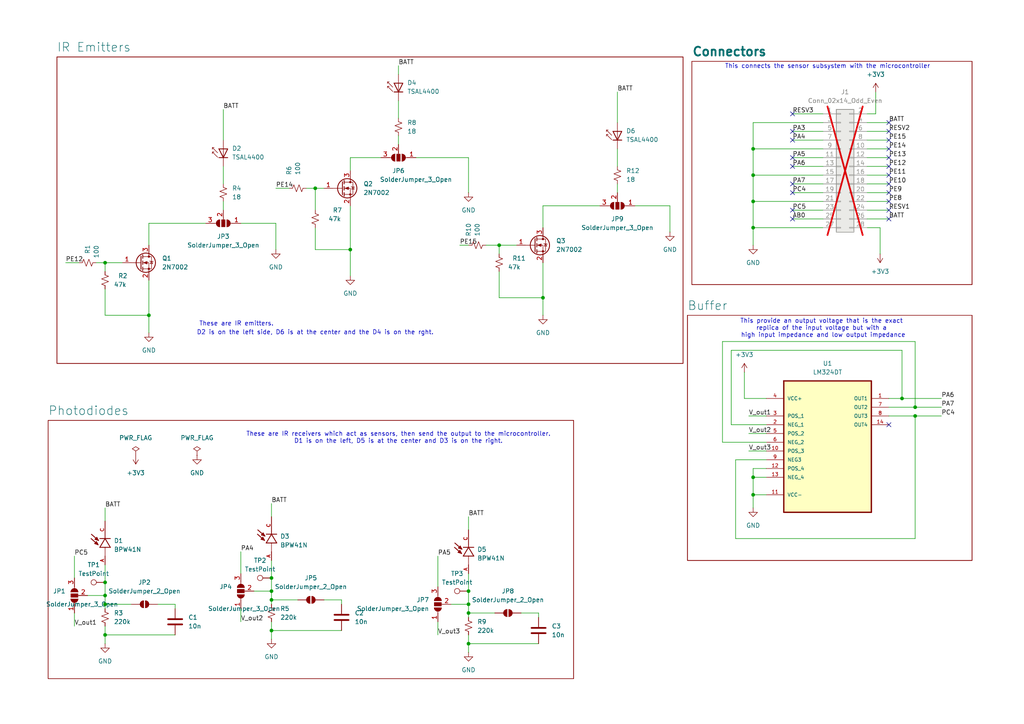
<source format=kicad_sch>
(kicad_sch
	(version 20231120)
	(generator "eeschema")
	(generator_version "8.0")
	(uuid "0bc29bcf-5d39-4c5e-ae13-4d2d834cc1ab")
	(paper "A4")
	(lib_symbols
		(symbol "BPW41N:BPW41N"
			(pin_names
				(offset 1.016)
			)
			(exclude_from_sim no)
			(in_bom yes)
			(on_board yes)
			(property "Reference" "D"
				(at -3.0988 4.4958 0)
				(effects
					(font
						(size 1.27 1.27)
					)
					(justify left bottom)
				)
			)
			(property "Value" "BPW41N"
				(at -3.556 -3.302 0)
				(effects
					(font
						(size 1.27 1.27)
					)
					(justify left bottom)
				)
			)
			(property "Footprint" "BPW41N:DIO_BPW41N"
				(at 0 0 0)
				(effects
					(font
						(size 1.27 1.27)
					)
					(justify bottom)
					(hide yes)
				)
			)
			(property "Datasheet" ""
				(at 0 0 0)
				(effects
					(font
						(size 1.27 1.27)
					)
					(hide yes)
				)
			)
			(property "Description" ""
				(at 0 0 0)
				(effects
					(font
						(size 1.27 1.27)
					)
					(hide yes)
				)
			)
			(property "MF" "Vishay Semiconductor"
				(at 0 0 0)
				(effects
					(font
						(size 1.27 1.27)
					)
					(justify bottom)
					(hide yes)
				)
			)
			(property "MAXIMUM_PACKAGE_HEIGHT" "9.20mm"
				(at 0 0 0)
				(effects
					(font
						(size 1.27 1.27)
					)
					(justify bottom)
					(hide yes)
				)
			)
			(property "Package" "Radial Vishay"
				(at 0 0 0)
				(effects
					(font
						(size 1.27 1.27)
					)
					(justify bottom)
					(hide yes)
				)
			)
			(property "Price" "None"
				(at 0 0 0)
				(effects
					(font
						(size 1.27 1.27)
					)
					(justify bottom)
					(hide yes)
				)
			)
			(property "Check_prices" "https://www.snapeda.com/parts/BPW41N/Vishay+Semiconductor+Opto+Division/view-part/?ref=eda"
				(at 0 0 0)
				(effects
					(font
						(size 1.27 1.27)
					)
					(justify bottom)
					(hide yes)
				)
			)
			(property "STANDARD" "IPC-7351B"
				(at 0 0 0)
				(effects
					(font
						(size 1.27 1.27)
					)
					(justify bottom)
					(hide yes)
				)
			)
			(property "PARTREV" "1.6"
				(at 0 0 0)
				(effects
					(font
						(size 1.27 1.27)
					)
					(justify bottom)
					(hide yes)
				)
			)
			(property "SnapEDA_Link" "https://www.snapeda.com/parts/BPW41N/Vishay+Semiconductor+Opto+Division/view-part/?ref=snap"
				(at 0 0 0)
				(effects
					(font
						(size 1.27 1.27)
					)
					(justify bottom)
					(hide yes)
				)
			)
			(property "MP" "BPW41N"
				(at 0 0 0)
				(effects
					(font
						(size 1.27 1.27)
					)
					(justify bottom)
					(hide yes)
				)
			)
			(property "Description_1" "\nPhotodiode 940nm - 130° Radial, Side View\n"
				(at 0 0 0)
				(effects
					(font
						(size 1.27 1.27)
					)
					(justify bottom)
					(hide yes)
				)
			)
			(property "Availability" "In Stock"
				(at 0 0 0)
				(effects
					(font
						(size 1.27 1.27)
					)
					(justify bottom)
					(hide yes)
				)
			)
			(property "MANUFACTURER" "Vishay"
				(at 0 0 0)
				(effects
					(font
						(size 1.27 1.27)
					)
					(justify bottom)
					(hide yes)
				)
			)
			(symbol "BPW41N_0_0"
				(polyline
					(pts
						(xy -2.54 -1.524) (xy 0 0)
					)
					(stroke
						(width 0.254)
						(type default)
					)
					(fill
						(type none)
					)
				)
				(polyline
					(pts
						(xy -2.54 0) (xy -5.08 0)
					)
					(stroke
						(width 0.1524)
						(type default)
					)
					(fill
						(type none)
					)
				)
				(polyline
					(pts
						(xy -2.54 0) (xy -2.54 -1.524)
					)
					(stroke
						(width 0.254)
						(type default)
					)
					(fill
						(type none)
					)
				)
				(polyline
					(pts
						(xy -2.54 1.524) (xy -2.54 0)
					)
					(stroke
						(width 0.254)
						(type default)
					)
					(fill
						(type none)
					)
				)
				(polyline
					(pts
						(xy -1.778 2.032) (xy -1.4478 2.9972)
					)
					(stroke
						(width 0.254)
						(type default)
					)
					(fill
						(type none)
					)
				)
				(polyline
					(pts
						(xy -1.778 2.032) (xy 0 4.064)
					)
					(stroke
						(width 0.254)
						(type default)
					)
					(fill
						(type none)
					)
				)
				(polyline
					(pts
						(xy -1.4732 2.2606) (xy -1.3462 2.2606)
					)
					(stroke
						(width 0.254)
						(type default)
					)
					(fill
						(type none)
					)
				)
				(polyline
					(pts
						(xy -1.4478 2.9972) (xy -1.4732 2.2606)
					)
					(stroke
						(width 0.254)
						(type default)
					)
					(fill
						(type none)
					)
				)
				(polyline
					(pts
						(xy -1.4478 2.9972) (xy -0.889 2.5146)
					)
					(stroke
						(width 0.254)
						(type default)
					)
					(fill
						(type none)
					)
				)
				(polyline
					(pts
						(xy -1.0668 2.5908) (xy -1.2954 2.4384)
					)
					(stroke
						(width 0.254)
						(type default)
					)
					(fill
						(type none)
					)
				)
				(polyline
					(pts
						(xy -0.889 2.5146) (xy -1.778 2.032)
					)
					(stroke
						(width 0.254)
						(type default)
					)
					(fill
						(type none)
					)
				)
				(polyline
					(pts
						(xy -0.5334 1.9304) (xy -0.2032 2.8956)
					)
					(stroke
						(width 0.254)
						(type default)
					)
					(fill
						(type none)
					)
				)
				(polyline
					(pts
						(xy -0.5334 1.9304) (xy 1.2446 3.9624)
					)
					(stroke
						(width 0.254)
						(type default)
					)
					(fill
						(type none)
					)
				)
				(polyline
					(pts
						(xy -0.2286 2.159) (xy -0.1016 2.159)
					)
					(stroke
						(width 0.254)
						(type default)
					)
					(fill
						(type none)
					)
				)
				(polyline
					(pts
						(xy -0.2032 2.8956) (xy -0.2286 2.159)
					)
					(stroke
						(width 0.254)
						(type default)
					)
					(fill
						(type none)
					)
				)
				(polyline
					(pts
						(xy -0.2032 2.8956) (xy 0.3556 2.413)
					)
					(stroke
						(width 0.254)
						(type default)
					)
					(fill
						(type none)
					)
				)
				(polyline
					(pts
						(xy 0 0) (xy -2.54 1.524)
					)
					(stroke
						(width 0.254)
						(type default)
					)
					(fill
						(type none)
					)
				)
				(polyline
					(pts
						(xy 0 1.524) (xy 0 -1.524)
					)
					(stroke
						(width 0.254)
						(type default)
					)
					(fill
						(type none)
					)
				)
				(polyline
					(pts
						(xy 0.1778 2.4892) (xy -0.0508 2.3368)
					)
					(stroke
						(width 0.254)
						(type default)
					)
					(fill
						(type none)
					)
				)
				(polyline
					(pts
						(xy 0.3556 2.413) (xy -0.5334 1.9304)
					)
					(stroke
						(width 0.254)
						(type default)
					)
					(fill
						(type none)
					)
				)
				(pin passive line
					(at -7.62 0 0)
					(length 2.54)
					(name "~"
						(effects
							(font
								(size 1.016 1.016)
							)
						)
					)
					(number "A"
						(effects
							(font
								(size 1.016 1.016)
							)
						)
					)
				)
				(pin passive line
					(at 5.08 0 180)
					(length 5.08)
					(name "~"
						(effects
							(font
								(size 1.016 1.016)
							)
						)
					)
					(number "C"
						(effects
							(font
								(size 1.016 1.016)
							)
						)
					)
				)
			)
		)
		(symbol "Connector:TestPoint"
			(pin_numbers hide)
			(pin_names
				(offset 0.762) hide)
			(exclude_from_sim no)
			(in_bom yes)
			(on_board yes)
			(property "Reference" "TP"
				(at 0 6.858 0)
				(effects
					(font
						(size 1.27 1.27)
					)
				)
			)
			(property "Value" "TestPoint"
				(at 0 5.08 0)
				(effects
					(font
						(size 1.27 1.27)
					)
				)
			)
			(property "Footprint" ""
				(at 5.08 0 0)
				(effects
					(font
						(size 1.27 1.27)
					)
					(hide yes)
				)
			)
			(property "Datasheet" "~"
				(at 5.08 0 0)
				(effects
					(font
						(size 1.27 1.27)
					)
					(hide yes)
				)
			)
			(property "Description" "test point"
				(at 0 0 0)
				(effects
					(font
						(size 1.27 1.27)
					)
					(hide yes)
				)
			)
			(property "ki_keywords" "test point tp"
				(at 0 0 0)
				(effects
					(font
						(size 1.27 1.27)
					)
					(hide yes)
				)
			)
			(property "ki_fp_filters" "Pin* Test*"
				(at 0 0 0)
				(effects
					(font
						(size 1.27 1.27)
					)
					(hide yes)
				)
			)
			(symbol "TestPoint_0_1"
				(circle
					(center 0 3.302)
					(radius 0.762)
					(stroke
						(width 0)
						(type default)
					)
					(fill
						(type none)
					)
				)
			)
			(symbol "TestPoint_1_1"
				(pin passive line
					(at 0 0 90)
					(length 2.54)
					(name "1"
						(effects
							(font
								(size 1.27 1.27)
							)
						)
					)
					(number "1"
						(effects
							(font
								(size 1.27 1.27)
							)
						)
					)
				)
			)
		)
		(symbol "Connector_Generic:Conn_02x14_Odd_Even"
			(pin_names
				(offset 1.016) hide)
			(exclude_from_sim no)
			(in_bom yes)
			(on_board yes)
			(property "Reference" "J"
				(at 1.27 17.78 0)
				(effects
					(font
						(size 1.27 1.27)
					)
				)
			)
			(property "Value" "Conn_02x14_Odd_Even"
				(at 1.27 -20.32 0)
				(effects
					(font
						(size 1.27 1.27)
					)
				)
			)
			(property "Footprint" ""
				(at 0 0 0)
				(effects
					(font
						(size 1.27 1.27)
					)
					(hide yes)
				)
			)
			(property "Datasheet" "~"
				(at 0 0 0)
				(effects
					(font
						(size 1.27 1.27)
					)
					(hide yes)
				)
			)
			(property "Description" "Generic connector, double row, 02x14, odd/even pin numbering scheme (row 1 odd numbers, row 2 even numbers), script generated (kicad-library-utils/schlib/autogen/connector/)"
				(at 0 0 0)
				(effects
					(font
						(size 1.27 1.27)
					)
					(hide yes)
				)
			)
			(property "ki_keywords" "connector"
				(at 0 0 0)
				(effects
					(font
						(size 1.27 1.27)
					)
					(hide yes)
				)
			)
			(property "ki_fp_filters" "Connector*:*_2x??_*"
				(at 0 0 0)
				(effects
					(font
						(size 1.27 1.27)
					)
					(hide yes)
				)
			)
			(symbol "Conn_02x14_Odd_Even_1_1"
				(rectangle
					(start -1.27 -17.653)
					(end 0 -17.907)
					(stroke
						(width 0.1524)
						(type default)
					)
					(fill
						(type none)
					)
				)
				(rectangle
					(start -1.27 -15.113)
					(end 0 -15.367)
					(stroke
						(width 0.1524)
						(type default)
					)
					(fill
						(type none)
					)
				)
				(rectangle
					(start -1.27 -12.573)
					(end 0 -12.827)
					(stroke
						(width 0.1524)
						(type default)
					)
					(fill
						(type none)
					)
				)
				(rectangle
					(start -1.27 -10.033)
					(end 0 -10.287)
					(stroke
						(width 0.1524)
						(type default)
					)
					(fill
						(type none)
					)
				)
				(rectangle
					(start -1.27 -7.493)
					(end 0 -7.747)
					(stroke
						(width 0.1524)
						(type default)
					)
					(fill
						(type none)
					)
				)
				(rectangle
					(start -1.27 -4.953)
					(end 0 -5.207)
					(stroke
						(width 0.1524)
						(type default)
					)
					(fill
						(type none)
					)
				)
				(rectangle
					(start -1.27 -2.413)
					(end 0 -2.667)
					(stroke
						(width 0.1524)
						(type default)
					)
					(fill
						(type none)
					)
				)
				(rectangle
					(start -1.27 0.127)
					(end 0 -0.127)
					(stroke
						(width 0.1524)
						(type default)
					)
					(fill
						(type none)
					)
				)
				(rectangle
					(start -1.27 2.667)
					(end 0 2.413)
					(stroke
						(width 0.1524)
						(type default)
					)
					(fill
						(type none)
					)
				)
				(rectangle
					(start -1.27 5.207)
					(end 0 4.953)
					(stroke
						(width 0.1524)
						(type default)
					)
					(fill
						(type none)
					)
				)
				(rectangle
					(start -1.27 7.747)
					(end 0 7.493)
					(stroke
						(width 0.1524)
						(type default)
					)
					(fill
						(type none)
					)
				)
				(rectangle
					(start -1.27 10.287)
					(end 0 10.033)
					(stroke
						(width 0.1524)
						(type default)
					)
					(fill
						(type none)
					)
				)
				(rectangle
					(start -1.27 12.827)
					(end 0 12.573)
					(stroke
						(width 0.1524)
						(type default)
					)
					(fill
						(type none)
					)
				)
				(rectangle
					(start -1.27 15.367)
					(end 0 15.113)
					(stroke
						(width 0.1524)
						(type default)
					)
					(fill
						(type none)
					)
				)
				(rectangle
					(start -1.27 16.51)
					(end 3.81 -19.05)
					(stroke
						(width 0.254)
						(type default)
					)
					(fill
						(type background)
					)
				)
				(rectangle
					(start 3.81 -17.653)
					(end 2.54 -17.907)
					(stroke
						(width 0.1524)
						(type default)
					)
					(fill
						(type none)
					)
				)
				(rectangle
					(start 3.81 -15.113)
					(end 2.54 -15.367)
					(stroke
						(width 0.1524)
						(type default)
					)
					(fill
						(type none)
					)
				)
				(rectangle
					(start 3.81 -12.573)
					(end 2.54 -12.827)
					(stroke
						(width 0.1524)
						(type default)
					)
					(fill
						(type none)
					)
				)
				(rectangle
					(start 3.81 -10.033)
					(end 2.54 -10.287)
					(stroke
						(width 0.1524)
						(type default)
					)
					(fill
						(type none)
					)
				)
				(rectangle
					(start 3.81 -7.493)
					(end 2.54 -7.747)
					(stroke
						(width 0.1524)
						(type default)
					)
					(fill
						(type none)
					)
				)
				(rectangle
					(start 3.81 -4.953)
					(end 2.54 -5.207)
					(stroke
						(width 0.1524)
						(type default)
					)
					(fill
						(type none)
					)
				)
				(rectangle
					(start 3.81 -2.413)
					(end 2.54 -2.667)
					(stroke
						(width 0.1524)
						(type default)
					)
					(fill
						(type none)
					)
				)
				(rectangle
					(start 3.81 0.127)
					(end 2.54 -0.127)
					(stroke
						(width 0.1524)
						(type default)
					)
					(fill
						(type none)
					)
				)
				(rectangle
					(start 3.81 2.667)
					(end 2.54 2.413)
					(stroke
						(width 0.1524)
						(type default)
					)
					(fill
						(type none)
					)
				)
				(rectangle
					(start 3.81 5.207)
					(end 2.54 4.953)
					(stroke
						(width 0.1524)
						(type default)
					)
					(fill
						(type none)
					)
				)
				(rectangle
					(start 3.81 7.747)
					(end 2.54 7.493)
					(stroke
						(width 0.1524)
						(type default)
					)
					(fill
						(type none)
					)
				)
				(rectangle
					(start 3.81 10.287)
					(end 2.54 10.033)
					(stroke
						(width 0.1524)
						(type default)
					)
					(fill
						(type none)
					)
				)
				(rectangle
					(start 3.81 12.827)
					(end 2.54 12.573)
					(stroke
						(width 0.1524)
						(type default)
					)
					(fill
						(type none)
					)
				)
				(rectangle
					(start 3.81 15.367)
					(end 2.54 15.113)
					(stroke
						(width 0.1524)
						(type default)
					)
					(fill
						(type none)
					)
				)
				(pin passive line
					(at -5.08 15.24 0)
					(length 3.81)
					(name "Pin_1"
						(effects
							(font
								(size 1.27 1.27)
							)
						)
					)
					(number "1"
						(effects
							(font
								(size 1.27 1.27)
							)
						)
					)
				)
				(pin passive line
					(at 7.62 5.08 180)
					(length 3.81)
					(name "Pin_10"
						(effects
							(font
								(size 1.27 1.27)
							)
						)
					)
					(number "10"
						(effects
							(font
								(size 1.27 1.27)
							)
						)
					)
				)
				(pin passive line
					(at -5.08 2.54 0)
					(length 3.81)
					(name "Pin_11"
						(effects
							(font
								(size 1.27 1.27)
							)
						)
					)
					(number "11"
						(effects
							(font
								(size 1.27 1.27)
							)
						)
					)
				)
				(pin passive line
					(at 7.62 2.54 180)
					(length 3.81)
					(name "Pin_12"
						(effects
							(font
								(size 1.27 1.27)
							)
						)
					)
					(number "12"
						(effects
							(font
								(size 1.27 1.27)
							)
						)
					)
				)
				(pin passive line
					(at -5.08 0 0)
					(length 3.81)
					(name "Pin_13"
						(effects
							(font
								(size 1.27 1.27)
							)
						)
					)
					(number "13"
						(effects
							(font
								(size 1.27 1.27)
							)
						)
					)
				)
				(pin passive line
					(at 7.62 0 180)
					(length 3.81)
					(name "Pin_14"
						(effects
							(font
								(size 1.27 1.27)
							)
						)
					)
					(number "14"
						(effects
							(font
								(size 1.27 1.27)
							)
						)
					)
				)
				(pin passive line
					(at -5.08 -2.54 0)
					(length 3.81)
					(name "Pin_15"
						(effects
							(font
								(size 1.27 1.27)
							)
						)
					)
					(number "15"
						(effects
							(font
								(size 1.27 1.27)
							)
						)
					)
				)
				(pin passive line
					(at 7.62 -2.54 180)
					(length 3.81)
					(name "Pin_16"
						(effects
							(font
								(size 1.27 1.27)
							)
						)
					)
					(number "16"
						(effects
							(font
								(size 1.27 1.27)
							)
						)
					)
				)
				(pin passive line
					(at -5.08 -5.08 0)
					(length 3.81)
					(name "Pin_17"
						(effects
							(font
								(size 1.27 1.27)
							)
						)
					)
					(number "17"
						(effects
							(font
								(size 1.27 1.27)
							)
						)
					)
				)
				(pin passive line
					(at 7.62 -5.08 180)
					(length 3.81)
					(name "Pin_18"
						(effects
							(font
								(size 1.27 1.27)
							)
						)
					)
					(number "18"
						(effects
							(font
								(size 1.27 1.27)
							)
						)
					)
				)
				(pin passive line
					(at -5.08 -7.62 0)
					(length 3.81)
					(name "Pin_19"
						(effects
							(font
								(size 1.27 1.27)
							)
						)
					)
					(number "19"
						(effects
							(font
								(size 1.27 1.27)
							)
						)
					)
				)
				(pin passive line
					(at 7.62 15.24 180)
					(length 3.81)
					(name "Pin_2"
						(effects
							(font
								(size 1.27 1.27)
							)
						)
					)
					(number "2"
						(effects
							(font
								(size 1.27 1.27)
							)
						)
					)
				)
				(pin passive line
					(at 7.62 -7.62 180)
					(length 3.81)
					(name "Pin_20"
						(effects
							(font
								(size 1.27 1.27)
							)
						)
					)
					(number "20"
						(effects
							(font
								(size 1.27 1.27)
							)
						)
					)
				)
				(pin passive line
					(at -5.08 -10.16 0)
					(length 3.81)
					(name "Pin_21"
						(effects
							(font
								(size 1.27 1.27)
							)
						)
					)
					(number "21"
						(effects
							(font
								(size 1.27 1.27)
							)
						)
					)
				)
				(pin passive line
					(at 7.62 -10.16 180)
					(length 3.81)
					(name "Pin_22"
						(effects
							(font
								(size 1.27 1.27)
							)
						)
					)
					(number "22"
						(effects
							(font
								(size 1.27 1.27)
							)
						)
					)
				)
				(pin passive line
					(at -5.08 -12.7 0)
					(length 3.81)
					(name "Pin_23"
						(effects
							(font
								(size 1.27 1.27)
							)
						)
					)
					(number "23"
						(effects
							(font
								(size 1.27 1.27)
							)
						)
					)
				)
				(pin passive line
					(at 7.62 -12.7 180)
					(length 3.81)
					(name "Pin_24"
						(effects
							(font
								(size 1.27 1.27)
							)
						)
					)
					(number "24"
						(effects
							(font
								(size 1.27 1.27)
							)
						)
					)
				)
				(pin passive line
					(at -5.08 -15.24 0)
					(length 3.81)
					(name "Pin_25"
						(effects
							(font
								(size 1.27 1.27)
							)
						)
					)
					(number "25"
						(effects
							(font
								(size 1.27 1.27)
							)
						)
					)
				)
				(pin passive line
					(at 7.62 -15.24 180)
					(length 3.81)
					(name "Pin_26"
						(effects
							(font
								(size 1.27 1.27)
							)
						)
					)
					(number "26"
						(effects
							(font
								(size 1.27 1.27)
							)
						)
					)
				)
				(pin passive line
					(at -5.08 -17.78 0)
					(length 3.81)
					(name "Pin_27"
						(effects
							(font
								(size 1.27 1.27)
							)
						)
					)
					(number "27"
						(effects
							(font
								(size 1.27 1.27)
							)
						)
					)
				)
				(pin passive line
					(at 7.62 -17.78 180)
					(length 3.81)
					(name "Pin_28"
						(effects
							(font
								(size 1.27 1.27)
							)
						)
					)
					(number "28"
						(effects
							(font
								(size 1.27 1.27)
							)
						)
					)
				)
				(pin passive line
					(at -5.08 12.7 0)
					(length 3.81)
					(name "Pin_3"
						(effects
							(font
								(size 1.27 1.27)
							)
						)
					)
					(number "3"
						(effects
							(font
								(size 1.27 1.27)
							)
						)
					)
				)
				(pin passive line
					(at 7.62 12.7 180)
					(length 3.81)
					(name "Pin_4"
						(effects
							(font
								(size 1.27 1.27)
							)
						)
					)
					(number "4"
						(effects
							(font
								(size 1.27 1.27)
							)
						)
					)
				)
				(pin passive line
					(at -5.08 10.16 0)
					(length 3.81)
					(name "Pin_5"
						(effects
							(font
								(size 1.27 1.27)
							)
						)
					)
					(number "5"
						(effects
							(font
								(size 1.27 1.27)
							)
						)
					)
				)
				(pin passive line
					(at 7.62 10.16 180)
					(length 3.81)
					(name "Pin_6"
						(effects
							(font
								(size 1.27 1.27)
							)
						)
					)
					(number "6"
						(effects
							(font
								(size 1.27 1.27)
							)
						)
					)
				)
				(pin passive line
					(at -5.08 7.62 0)
					(length 3.81)
					(name "Pin_7"
						(effects
							(font
								(size 1.27 1.27)
							)
						)
					)
					(number "7"
						(effects
							(font
								(size 1.27 1.27)
							)
						)
					)
				)
				(pin passive line
					(at 7.62 7.62 180)
					(length 3.81)
					(name "Pin_8"
						(effects
							(font
								(size 1.27 1.27)
							)
						)
					)
					(number "8"
						(effects
							(font
								(size 1.27 1.27)
							)
						)
					)
				)
				(pin passive line
					(at -5.08 5.08 0)
					(length 3.81)
					(name "Pin_9"
						(effects
							(font
								(size 1.27 1.27)
							)
						)
					)
					(number "9"
						(effects
							(font
								(size 1.27 1.27)
							)
						)
					)
				)
			)
		)
		(symbol "Device:C"
			(pin_numbers hide)
			(pin_names
				(offset 0.254)
			)
			(exclude_from_sim no)
			(in_bom yes)
			(on_board yes)
			(property "Reference" "C"
				(at 0.635 2.54 0)
				(effects
					(font
						(size 1.27 1.27)
					)
					(justify left)
				)
			)
			(property "Value" "C"
				(at 0.635 -2.54 0)
				(effects
					(font
						(size 1.27 1.27)
					)
					(justify left)
				)
			)
			(property "Footprint" ""
				(at 0.9652 -3.81 0)
				(effects
					(font
						(size 1.27 1.27)
					)
					(hide yes)
				)
			)
			(property "Datasheet" "~"
				(at 0 0 0)
				(effects
					(font
						(size 1.27 1.27)
					)
					(hide yes)
				)
			)
			(property "Description" "Unpolarized capacitor"
				(at 0 0 0)
				(effects
					(font
						(size 1.27 1.27)
					)
					(hide yes)
				)
			)
			(property "ki_keywords" "cap capacitor"
				(at 0 0 0)
				(effects
					(font
						(size 1.27 1.27)
					)
					(hide yes)
				)
			)
			(property "ki_fp_filters" "C_*"
				(at 0 0 0)
				(effects
					(font
						(size 1.27 1.27)
					)
					(hide yes)
				)
			)
			(symbol "C_0_1"
				(polyline
					(pts
						(xy -2.032 -0.762) (xy 2.032 -0.762)
					)
					(stroke
						(width 0.508)
						(type default)
					)
					(fill
						(type none)
					)
				)
				(polyline
					(pts
						(xy -2.032 0.762) (xy 2.032 0.762)
					)
					(stroke
						(width 0.508)
						(type default)
					)
					(fill
						(type none)
					)
				)
			)
			(symbol "C_1_1"
				(pin passive line
					(at 0 3.81 270)
					(length 2.794)
					(name "~"
						(effects
							(font
								(size 1.27 1.27)
							)
						)
					)
					(number "1"
						(effects
							(font
								(size 1.27 1.27)
							)
						)
					)
				)
				(pin passive line
					(at 0 -3.81 90)
					(length 2.794)
					(name "~"
						(effects
							(font
								(size 1.27 1.27)
							)
						)
					)
					(number "2"
						(effects
							(font
								(size 1.27 1.27)
							)
						)
					)
				)
			)
		)
		(symbol "Device:R_Small_US"
			(pin_numbers hide)
			(pin_names
				(offset 0.254) hide)
			(exclude_from_sim no)
			(in_bom yes)
			(on_board yes)
			(property "Reference" "R"
				(at 0.762 0.508 0)
				(effects
					(font
						(size 1.27 1.27)
					)
					(justify left)
				)
			)
			(property "Value" "R_Small_US"
				(at 0.762 -1.016 0)
				(effects
					(font
						(size 1.27 1.27)
					)
					(justify left)
				)
			)
			(property "Footprint" ""
				(at 0 0 0)
				(effects
					(font
						(size 1.27 1.27)
					)
					(hide yes)
				)
			)
			(property "Datasheet" "~"
				(at 0 0 0)
				(effects
					(font
						(size 1.27 1.27)
					)
					(hide yes)
				)
			)
			(property "Description" "Resistor, small US symbol"
				(at 0 0 0)
				(effects
					(font
						(size 1.27 1.27)
					)
					(hide yes)
				)
			)
			(property "ki_keywords" "r resistor"
				(at 0 0 0)
				(effects
					(font
						(size 1.27 1.27)
					)
					(hide yes)
				)
			)
			(property "ki_fp_filters" "R_*"
				(at 0 0 0)
				(effects
					(font
						(size 1.27 1.27)
					)
					(hide yes)
				)
			)
			(symbol "R_Small_US_1_1"
				(polyline
					(pts
						(xy 0 0) (xy 1.016 -0.381) (xy 0 -0.762) (xy -1.016 -1.143) (xy 0 -1.524)
					)
					(stroke
						(width 0)
						(type default)
					)
					(fill
						(type none)
					)
				)
				(polyline
					(pts
						(xy 0 1.524) (xy 1.016 1.143) (xy 0 0.762) (xy -1.016 0.381) (xy 0 0)
					)
					(stroke
						(width 0)
						(type default)
					)
					(fill
						(type none)
					)
				)
				(pin passive line
					(at 0 2.54 270)
					(length 1.016)
					(name "~"
						(effects
							(font
								(size 1.27 1.27)
							)
						)
					)
					(number "1"
						(effects
							(font
								(size 1.27 1.27)
							)
						)
					)
				)
				(pin passive line
					(at 0 -2.54 90)
					(length 1.016)
					(name "~"
						(effects
							(font
								(size 1.27 1.27)
							)
						)
					)
					(number "2"
						(effects
							(font
								(size 1.27 1.27)
							)
						)
					)
				)
			)
		)
		(symbol "Jumper:SolderJumper_2_Open"
			(pin_numbers hide)
			(pin_names
				(offset 0) hide)
			(exclude_from_sim yes)
			(in_bom no)
			(on_board yes)
			(property "Reference" "JP"
				(at 0 2.032 0)
				(effects
					(font
						(size 1.27 1.27)
					)
				)
			)
			(property "Value" "SolderJumper_2_Open"
				(at 0 -2.54 0)
				(effects
					(font
						(size 1.27 1.27)
					)
				)
			)
			(property "Footprint" ""
				(at 0 0 0)
				(effects
					(font
						(size 1.27 1.27)
					)
					(hide yes)
				)
			)
			(property "Datasheet" "~"
				(at 0 0 0)
				(effects
					(font
						(size 1.27 1.27)
					)
					(hide yes)
				)
			)
			(property "Description" "Solder Jumper, 2-pole, open"
				(at 0 0 0)
				(effects
					(font
						(size 1.27 1.27)
					)
					(hide yes)
				)
			)
			(property "ki_keywords" "solder jumper SPST"
				(at 0 0 0)
				(effects
					(font
						(size 1.27 1.27)
					)
					(hide yes)
				)
			)
			(property "ki_fp_filters" "SolderJumper*Open*"
				(at 0 0 0)
				(effects
					(font
						(size 1.27 1.27)
					)
					(hide yes)
				)
			)
			(symbol "SolderJumper_2_Open_0_1"
				(arc
					(start -0.254 1.016)
					(mid -1.2656 0)
					(end -0.254 -1.016)
					(stroke
						(width 0)
						(type default)
					)
					(fill
						(type none)
					)
				)
				(arc
					(start -0.254 1.016)
					(mid -1.2656 0)
					(end -0.254 -1.016)
					(stroke
						(width 0)
						(type default)
					)
					(fill
						(type outline)
					)
				)
				(polyline
					(pts
						(xy -0.254 1.016) (xy -0.254 -1.016)
					)
					(stroke
						(width 0)
						(type default)
					)
					(fill
						(type none)
					)
				)
				(polyline
					(pts
						(xy 0.254 1.016) (xy 0.254 -1.016)
					)
					(stroke
						(width 0)
						(type default)
					)
					(fill
						(type none)
					)
				)
				(arc
					(start 0.254 -1.016)
					(mid 1.2656 0)
					(end 0.254 1.016)
					(stroke
						(width 0)
						(type default)
					)
					(fill
						(type none)
					)
				)
				(arc
					(start 0.254 -1.016)
					(mid 1.2656 0)
					(end 0.254 1.016)
					(stroke
						(width 0)
						(type default)
					)
					(fill
						(type outline)
					)
				)
			)
			(symbol "SolderJumper_2_Open_1_1"
				(pin passive line
					(at -3.81 0 0)
					(length 2.54)
					(name "A"
						(effects
							(font
								(size 1.27 1.27)
							)
						)
					)
					(number "1"
						(effects
							(font
								(size 1.27 1.27)
							)
						)
					)
				)
				(pin passive line
					(at 3.81 0 180)
					(length 2.54)
					(name "B"
						(effects
							(font
								(size 1.27 1.27)
							)
						)
					)
					(number "2"
						(effects
							(font
								(size 1.27 1.27)
							)
						)
					)
				)
			)
		)
		(symbol "Jumper:SolderJumper_3_Open"
			(pin_names
				(offset 0) hide)
			(exclude_from_sim yes)
			(in_bom no)
			(on_board yes)
			(property "Reference" "JP"
				(at -2.54 -2.54 0)
				(effects
					(font
						(size 1.27 1.27)
					)
				)
			)
			(property "Value" "SolderJumper_3_Open"
				(at 0 2.794 0)
				(effects
					(font
						(size 1.27 1.27)
					)
				)
			)
			(property "Footprint" ""
				(at 0 0 0)
				(effects
					(font
						(size 1.27 1.27)
					)
					(hide yes)
				)
			)
			(property "Datasheet" "~"
				(at 0 0 0)
				(effects
					(font
						(size 1.27 1.27)
					)
					(hide yes)
				)
			)
			(property "Description" "Solder Jumper, 3-pole, open"
				(at 0 0 0)
				(effects
					(font
						(size 1.27 1.27)
					)
					(hide yes)
				)
			)
			(property "ki_keywords" "Solder Jumper SPDT"
				(at 0 0 0)
				(effects
					(font
						(size 1.27 1.27)
					)
					(hide yes)
				)
			)
			(property "ki_fp_filters" "SolderJumper*Open*"
				(at 0 0 0)
				(effects
					(font
						(size 1.27 1.27)
					)
					(hide yes)
				)
			)
			(symbol "SolderJumper_3_Open_0_1"
				(arc
					(start -1.016 1.016)
					(mid -2.0276 0)
					(end -1.016 -1.016)
					(stroke
						(width 0)
						(type default)
					)
					(fill
						(type none)
					)
				)
				(arc
					(start -1.016 1.016)
					(mid -2.0276 0)
					(end -1.016 -1.016)
					(stroke
						(width 0)
						(type default)
					)
					(fill
						(type outline)
					)
				)
				(rectangle
					(start -0.508 1.016)
					(end 0.508 -1.016)
					(stroke
						(width 0)
						(type default)
					)
					(fill
						(type outline)
					)
				)
				(polyline
					(pts
						(xy -2.54 0) (xy -2.032 0)
					)
					(stroke
						(width 0)
						(type default)
					)
					(fill
						(type none)
					)
				)
				(polyline
					(pts
						(xy -1.016 1.016) (xy -1.016 -1.016)
					)
					(stroke
						(width 0)
						(type default)
					)
					(fill
						(type none)
					)
				)
				(polyline
					(pts
						(xy 0 -1.27) (xy 0 -1.016)
					)
					(stroke
						(width 0)
						(type default)
					)
					(fill
						(type none)
					)
				)
				(polyline
					(pts
						(xy 1.016 1.016) (xy 1.016 -1.016)
					)
					(stroke
						(width 0)
						(type default)
					)
					(fill
						(type none)
					)
				)
				(polyline
					(pts
						(xy 2.54 0) (xy 2.032 0)
					)
					(stroke
						(width 0)
						(type default)
					)
					(fill
						(type none)
					)
				)
				(arc
					(start 1.016 -1.016)
					(mid 2.0276 0)
					(end 1.016 1.016)
					(stroke
						(width 0)
						(type default)
					)
					(fill
						(type none)
					)
				)
				(arc
					(start 1.016 -1.016)
					(mid 2.0276 0)
					(end 1.016 1.016)
					(stroke
						(width 0)
						(type default)
					)
					(fill
						(type outline)
					)
				)
			)
			(symbol "SolderJumper_3_Open_1_1"
				(pin passive line
					(at -5.08 0 0)
					(length 2.54)
					(name "A"
						(effects
							(font
								(size 1.27 1.27)
							)
						)
					)
					(number "1"
						(effects
							(font
								(size 1.27 1.27)
							)
						)
					)
				)
				(pin passive line
					(at 0 -3.81 90)
					(length 2.54)
					(name "C"
						(effects
							(font
								(size 1.27 1.27)
							)
						)
					)
					(number "2"
						(effects
							(font
								(size 1.27 1.27)
							)
						)
					)
				)
				(pin passive line
					(at 5.08 0 180)
					(length 2.54)
					(name "B"
						(effects
							(font
								(size 1.27 1.27)
							)
						)
					)
					(number "3"
						(effects
							(font
								(size 1.27 1.27)
							)
						)
					)
				)
			)
		)
		(symbol "LED:TSAL4400"
			(pin_numbers hide)
			(pin_names
				(offset 1.016) hide)
			(exclude_from_sim no)
			(in_bom yes)
			(on_board yes)
			(property "Reference" "D"
				(at 0.508 1.778 0)
				(effects
					(font
						(size 1.27 1.27)
					)
					(justify left)
				)
			)
			(property "Value" "TSAL4400"
				(at -1.016 -2.794 0)
				(effects
					(font
						(size 1.27 1.27)
					)
				)
			)
			(property "Footprint" "LED_THT:LED_D3.0mm_IRBlack"
				(at 0 4.445 0)
				(effects
					(font
						(size 1.27 1.27)
					)
					(hide yes)
				)
			)
			(property "Datasheet" "http://www.vishay.com/docs/81006/tsal4400.pdf"
				(at -1.27 0 0)
				(effects
					(font
						(size 1.27 1.27)
					)
					(hide yes)
				)
			)
			(property "Description" "Infrared LED , 3mm LED package"
				(at 0 0 0)
				(effects
					(font
						(size 1.27 1.27)
					)
					(hide yes)
				)
			)
			(property "ki_keywords" "opto IR LED"
				(at 0 0 0)
				(effects
					(font
						(size 1.27 1.27)
					)
					(hide yes)
				)
			)
			(property "ki_fp_filters" "LED*3.0mm*IRBlack*"
				(at 0 0 0)
				(effects
					(font
						(size 1.27 1.27)
					)
					(hide yes)
				)
			)
			(symbol "TSAL4400_0_1"
				(polyline
					(pts
						(xy -2.54 1.27) (xy -2.54 -1.27)
					)
					(stroke
						(width 0.254)
						(type default)
					)
					(fill
						(type none)
					)
				)
				(polyline
					(pts
						(xy 0 0) (xy -2.54 0)
					)
					(stroke
						(width 0)
						(type default)
					)
					(fill
						(type none)
					)
				)
				(polyline
					(pts
						(xy 0.381 3.175) (xy -0.127 3.175)
					)
					(stroke
						(width 0)
						(type default)
					)
					(fill
						(type none)
					)
				)
				(polyline
					(pts
						(xy -1.143 1.651) (xy 0.381 3.175) (xy 0.381 2.667)
					)
					(stroke
						(width 0)
						(type default)
					)
					(fill
						(type none)
					)
				)
				(polyline
					(pts
						(xy 0 1.27) (xy -2.54 0) (xy 0 -1.27) (xy 0 1.27)
					)
					(stroke
						(width 0.254)
						(type default)
					)
					(fill
						(type none)
					)
				)
				(polyline
					(pts
						(xy -2.413 1.651) (xy -0.889 3.175) (xy -0.889 2.667) (xy -0.889 3.175) (xy -1.397 3.175)
					)
					(stroke
						(width 0)
						(type default)
					)
					(fill
						(type none)
					)
				)
			)
			(symbol "TSAL4400_1_1"
				(pin passive line
					(at -5.08 0 0)
					(length 2.54)
					(name "K"
						(effects
							(font
								(size 1.27 1.27)
							)
						)
					)
					(number "1"
						(effects
							(font
								(size 1.27 1.27)
							)
						)
					)
				)
				(pin passive line
					(at 2.54 0 180)
					(length 2.54)
					(name "A"
						(effects
							(font
								(size 1.27 1.27)
							)
						)
					)
					(number "2"
						(effects
							(font
								(size 1.27 1.27)
							)
						)
					)
				)
			)
		)
		(symbol "LM324DT:LM324DT"
			(pin_names
				(offset 1.016)
			)
			(exclude_from_sim no)
			(in_bom yes)
			(on_board yes)
			(property "Reference" "U"
				(at -5.5989 16.3894 0)
				(effects
					(font
						(size 1.27 1.27)
					)
					(justify left bottom)
				)
			)
			(property "Value" "LM324DT"
				(at -4.6241 -26.0171 0)
				(effects
					(font
						(size 1.27 1.27)
					)
					(justify left bottom)
				)
			)
			(property "Footprint" "LM324DT:SOIC127P600X175-14N"
				(at 0 0 0)
				(effects
					(font
						(size 1.27 1.27)
					)
					(justify bottom)
					(hide yes)
				)
			)
			(property "Datasheet" ""
				(at 0 0 0)
				(effects
					(font
						(size 1.27 1.27)
					)
					(hide yes)
				)
			)
			(property "Description" ""
				(at 0 0 0)
				(effects
					(font
						(size 1.27 1.27)
					)
					(hide yes)
				)
			)
			(property "MF" "STMicroelectronics"
				(at 0 0 0)
				(effects
					(font
						(size 1.27 1.27)
					)
					(justify bottom)
					(hide yes)
				)
			)
			(property "Description_1" "\nGeneral Purpose Amplifier 4 Circuit - 14-SO\n"
				(at 0 0 0)
				(effects
					(font
						(size 1.27 1.27)
					)
					(justify bottom)
					(hide yes)
				)
			)
			(property "PACKAGE" "SOIC-14"
				(at 0 0 0)
				(effects
					(font
						(size 1.27 1.27)
					)
					(justify bottom)
					(hide yes)
				)
			)
			(property "MPN" "LM324DT"
				(at 0 0 0)
				(effects
					(font
						(size 1.27 1.27)
					)
					(justify bottom)
					(hide yes)
				)
			)
			(property "Price" "None"
				(at 0 0 0)
				(effects
					(font
						(size 1.27 1.27)
					)
					(justify bottom)
					(hide yes)
				)
			)
			(property "Package" "SOIC-14 STMicroelectronics"
				(at 0 0 0)
				(effects
					(font
						(size 1.27 1.27)
					)
					(justify bottom)
					(hide yes)
				)
			)
			(property "OC_FARNELL" "1262985"
				(at 0 0 0)
				(effects
					(font
						(size 1.27 1.27)
					)
					(justify bottom)
					(hide yes)
				)
			)
			(property "SnapEDA_Link" "https://www.snapeda.com/parts/LM324DT/STMicroelectronics/view-part/?ref=snap"
				(at 0 0 0)
				(effects
					(font
						(size 1.27 1.27)
					)
					(justify bottom)
					(hide yes)
				)
			)
			(property "MP" "LM324DT"
				(at 0 0 0)
				(effects
					(font
						(size 1.27 1.27)
					)
					(justify bottom)
					(hide yes)
				)
			)
			(property "SUPPLIER" "STMICROELECTRONICS"
				(at 0 0 0)
				(effects
					(font
						(size 1.27 1.27)
					)
					(justify bottom)
					(hide yes)
				)
			)
			(property "OC_NEWARK" "89K0691"
				(at 0 0 0)
				(effects
					(font
						(size 1.27 1.27)
					)
					(justify bottom)
					(hide yes)
				)
			)
			(property "Availability" "In Stock"
				(at 0 0 0)
				(effects
					(font
						(size 1.27 1.27)
					)
					(justify bottom)
					(hide yes)
				)
			)
			(property "Check_prices" "https://www.snapeda.com/parts/LM324DT/STMicroelectronics/view-part/?ref=eda"
				(at 0 0 0)
				(effects
					(font
						(size 1.27 1.27)
					)
					(justify bottom)
					(hide yes)
				)
			)
			(symbol "LM324DT_0_0"
				(rectangle
					(start -12.7 -22.86)
					(end 12.7 15.24)
					(stroke
						(width 0.4064)
						(type default)
					)
					(fill
						(type background)
					)
				)
				(pin output line
					(at 17.78 10.16 180)
					(length 5.08)
					(name "OUT1"
						(effects
							(font
								(size 1.016 1.016)
							)
						)
					)
					(number "1"
						(effects
							(font
								(size 1.016 1.016)
							)
						)
					)
				)
				(pin input line
					(at -17.78 -5.08 0)
					(length 5.08)
					(name "POS_3"
						(effects
							(font
								(size 1.016 1.016)
							)
						)
					)
					(number "10"
						(effects
							(font
								(size 1.016 1.016)
							)
						)
					)
				)
				(pin power_in line
					(at -17.78 -17.78 0)
					(length 5.08)
					(name "VCC-"
						(effects
							(font
								(size 1.016 1.016)
							)
						)
					)
					(number "11"
						(effects
							(font
								(size 1.016 1.016)
							)
						)
					)
				)
				(pin input line
					(at -17.78 -10.16 0)
					(length 5.08)
					(name "POS_4"
						(effects
							(font
								(size 1.016 1.016)
							)
						)
					)
					(number "12"
						(effects
							(font
								(size 1.016 1.016)
							)
						)
					)
				)
				(pin input line
					(at -17.78 -12.7 0)
					(length 5.08)
					(name "NEG_4"
						(effects
							(font
								(size 1.016 1.016)
							)
						)
					)
					(number "13"
						(effects
							(font
								(size 1.016 1.016)
							)
						)
					)
				)
				(pin output line
					(at 17.78 2.54 180)
					(length 5.08)
					(name "OUT4"
						(effects
							(font
								(size 1.016 1.016)
							)
						)
					)
					(number "14"
						(effects
							(font
								(size 1.016 1.016)
							)
						)
					)
				)
				(pin input line
					(at -17.78 2.54 0)
					(length 5.08)
					(name "NEG_1"
						(effects
							(font
								(size 1.016 1.016)
							)
						)
					)
					(number "2"
						(effects
							(font
								(size 1.016 1.016)
							)
						)
					)
				)
				(pin input line
					(at -17.78 5.08 0)
					(length 5.08)
					(name "POS_1"
						(effects
							(font
								(size 1.016 1.016)
							)
						)
					)
					(number "3"
						(effects
							(font
								(size 1.016 1.016)
							)
						)
					)
				)
				(pin power_in line
					(at -17.78 10.16 0)
					(length 5.08)
					(name "VCC+"
						(effects
							(font
								(size 1.016 1.016)
							)
						)
					)
					(number "4"
						(effects
							(font
								(size 1.016 1.016)
							)
						)
					)
				)
				(pin input line
					(at -17.78 0 0)
					(length 5.08)
					(name "POS_2"
						(effects
							(font
								(size 1.016 1.016)
							)
						)
					)
					(number "5"
						(effects
							(font
								(size 1.016 1.016)
							)
						)
					)
				)
				(pin input line
					(at -17.78 -2.54 0)
					(length 5.08)
					(name "NEG_2"
						(effects
							(font
								(size 1.016 1.016)
							)
						)
					)
					(number "6"
						(effects
							(font
								(size 1.016 1.016)
							)
						)
					)
				)
				(pin output line
					(at 17.78 7.62 180)
					(length 5.08)
					(name "OUT2"
						(effects
							(font
								(size 1.016 1.016)
							)
						)
					)
					(number "7"
						(effects
							(font
								(size 1.016 1.016)
							)
						)
					)
				)
				(pin output line
					(at 17.78 5.08 180)
					(length 5.08)
					(name "OUT3"
						(effects
							(font
								(size 1.016 1.016)
							)
						)
					)
					(number "8"
						(effects
							(font
								(size 1.016 1.016)
							)
						)
					)
				)
				(pin input line
					(at -17.78 -7.62 0)
					(length 5.08)
					(name "NEG3"
						(effects
							(font
								(size 1.016 1.016)
							)
						)
					)
					(number "9"
						(effects
							(font
								(size 1.016 1.016)
							)
						)
					)
				)
			)
		)
		(symbol "Transistor_FET:2N7002"
			(pin_names hide)
			(exclude_from_sim no)
			(in_bom yes)
			(on_board yes)
			(property "Reference" "Q"
				(at 5.08 1.905 0)
				(effects
					(font
						(size 1.27 1.27)
					)
					(justify left)
				)
			)
			(property "Value" "2N7002"
				(at 5.08 0 0)
				(effects
					(font
						(size 1.27 1.27)
					)
					(justify left)
				)
			)
			(property "Footprint" "Package_TO_SOT_SMD:SOT-23"
				(at 5.08 -1.905 0)
				(effects
					(font
						(size 1.27 1.27)
						(italic yes)
					)
					(justify left)
					(hide yes)
				)
			)
			(property "Datasheet" "https://www.onsemi.com/pub/Collateral/NDS7002A-D.PDF"
				(at 5.08 -3.81 0)
				(effects
					(font
						(size 1.27 1.27)
					)
					(justify left)
					(hide yes)
				)
			)
			(property "Description" "0.115A Id, 60V Vds, N-Channel MOSFET, SOT-23"
				(at 0 0 0)
				(effects
					(font
						(size 1.27 1.27)
					)
					(hide yes)
				)
			)
			(property "ki_keywords" "N-Channel Switching MOSFET"
				(at 0 0 0)
				(effects
					(font
						(size 1.27 1.27)
					)
					(hide yes)
				)
			)
			(property "ki_fp_filters" "SOT?23*"
				(at 0 0 0)
				(effects
					(font
						(size 1.27 1.27)
					)
					(hide yes)
				)
			)
			(symbol "2N7002_0_1"
				(polyline
					(pts
						(xy 0.254 0) (xy -2.54 0)
					)
					(stroke
						(width 0)
						(type default)
					)
					(fill
						(type none)
					)
				)
				(polyline
					(pts
						(xy 0.254 1.905) (xy 0.254 -1.905)
					)
					(stroke
						(width 0.254)
						(type default)
					)
					(fill
						(type none)
					)
				)
				(polyline
					(pts
						(xy 0.762 -1.27) (xy 0.762 -2.286)
					)
					(stroke
						(width 0.254)
						(type default)
					)
					(fill
						(type none)
					)
				)
				(polyline
					(pts
						(xy 0.762 0.508) (xy 0.762 -0.508)
					)
					(stroke
						(width 0.254)
						(type default)
					)
					(fill
						(type none)
					)
				)
				(polyline
					(pts
						(xy 0.762 2.286) (xy 0.762 1.27)
					)
					(stroke
						(width 0.254)
						(type default)
					)
					(fill
						(type none)
					)
				)
				(polyline
					(pts
						(xy 2.54 2.54) (xy 2.54 1.778)
					)
					(stroke
						(width 0)
						(type default)
					)
					(fill
						(type none)
					)
				)
				(polyline
					(pts
						(xy 2.54 -2.54) (xy 2.54 0) (xy 0.762 0)
					)
					(stroke
						(width 0)
						(type default)
					)
					(fill
						(type none)
					)
				)
				(polyline
					(pts
						(xy 0.762 -1.778) (xy 3.302 -1.778) (xy 3.302 1.778) (xy 0.762 1.778)
					)
					(stroke
						(width 0)
						(type default)
					)
					(fill
						(type none)
					)
				)
				(polyline
					(pts
						(xy 1.016 0) (xy 2.032 0.381) (xy 2.032 -0.381) (xy 1.016 0)
					)
					(stroke
						(width 0)
						(type default)
					)
					(fill
						(type outline)
					)
				)
				(polyline
					(pts
						(xy 2.794 0.508) (xy 2.921 0.381) (xy 3.683 0.381) (xy 3.81 0.254)
					)
					(stroke
						(width 0)
						(type default)
					)
					(fill
						(type none)
					)
				)
				(polyline
					(pts
						(xy 3.302 0.381) (xy 2.921 -0.254) (xy 3.683 -0.254) (xy 3.302 0.381)
					)
					(stroke
						(width 0)
						(type default)
					)
					(fill
						(type none)
					)
				)
				(circle
					(center 1.651 0)
					(radius 2.794)
					(stroke
						(width 0.254)
						(type default)
					)
					(fill
						(type none)
					)
				)
				(circle
					(center 2.54 -1.778)
					(radius 0.254)
					(stroke
						(width 0)
						(type default)
					)
					(fill
						(type outline)
					)
				)
				(circle
					(center 2.54 1.778)
					(radius 0.254)
					(stroke
						(width 0)
						(type default)
					)
					(fill
						(type outline)
					)
				)
			)
			(symbol "2N7002_1_1"
				(pin input line
					(at -5.08 0 0)
					(length 2.54)
					(name "G"
						(effects
							(font
								(size 1.27 1.27)
							)
						)
					)
					(number "1"
						(effects
							(font
								(size 1.27 1.27)
							)
						)
					)
				)
				(pin passive line
					(at 2.54 -5.08 90)
					(length 2.54)
					(name "S"
						(effects
							(font
								(size 1.27 1.27)
							)
						)
					)
					(number "2"
						(effects
							(font
								(size 1.27 1.27)
							)
						)
					)
				)
				(pin passive line
					(at 2.54 5.08 270)
					(length 2.54)
					(name "D"
						(effects
							(font
								(size 1.27 1.27)
							)
						)
					)
					(number "3"
						(effects
							(font
								(size 1.27 1.27)
							)
						)
					)
				)
			)
		)
		(symbol "power:+3V3"
			(power)
			(pin_numbers hide)
			(pin_names
				(offset 0) hide)
			(exclude_from_sim no)
			(in_bom yes)
			(on_board yes)
			(property "Reference" "#PWR"
				(at 0 -3.81 0)
				(effects
					(font
						(size 1.27 1.27)
					)
					(hide yes)
				)
			)
			(property "Value" "+3V3"
				(at 0 3.556 0)
				(effects
					(font
						(size 1.27 1.27)
					)
				)
			)
			(property "Footprint" ""
				(at 0 0 0)
				(effects
					(font
						(size 1.27 1.27)
					)
					(hide yes)
				)
			)
			(property "Datasheet" ""
				(at 0 0 0)
				(effects
					(font
						(size 1.27 1.27)
					)
					(hide yes)
				)
			)
			(property "Description" "Power symbol creates a global label with name \"+3V3\""
				(at 0 0 0)
				(effects
					(font
						(size 1.27 1.27)
					)
					(hide yes)
				)
			)
			(property "ki_keywords" "global power"
				(at 0 0 0)
				(effects
					(font
						(size 1.27 1.27)
					)
					(hide yes)
				)
			)
			(symbol "+3V3_0_1"
				(polyline
					(pts
						(xy -0.762 1.27) (xy 0 2.54)
					)
					(stroke
						(width 0)
						(type default)
					)
					(fill
						(type none)
					)
				)
				(polyline
					(pts
						(xy 0 0) (xy 0 2.54)
					)
					(stroke
						(width 0)
						(type default)
					)
					(fill
						(type none)
					)
				)
				(polyline
					(pts
						(xy 0 2.54) (xy 0.762 1.27)
					)
					(stroke
						(width 0)
						(type default)
					)
					(fill
						(type none)
					)
				)
			)
			(symbol "+3V3_1_1"
				(pin power_in line
					(at 0 0 90)
					(length 0)
					(name "~"
						(effects
							(font
								(size 1.27 1.27)
							)
						)
					)
					(number "1"
						(effects
							(font
								(size 1.27 1.27)
							)
						)
					)
				)
			)
		)
		(symbol "power:GND"
			(power)
			(pin_numbers hide)
			(pin_names
				(offset 0) hide)
			(exclude_from_sim no)
			(in_bom yes)
			(on_board yes)
			(property "Reference" "#PWR"
				(at 0 -6.35 0)
				(effects
					(font
						(size 1.27 1.27)
					)
					(hide yes)
				)
			)
			(property "Value" "GND"
				(at 0 -3.81 0)
				(effects
					(font
						(size 1.27 1.27)
					)
				)
			)
			(property "Footprint" ""
				(at 0 0 0)
				(effects
					(font
						(size 1.27 1.27)
					)
					(hide yes)
				)
			)
			(property "Datasheet" ""
				(at 0 0 0)
				(effects
					(font
						(size 1.27 1.27)
					)
					(hide yes)
				)
			)
			(property "Description" "Power symbol creates a global label with name \"GND\" , ground"
				(at 0 0 0)
				(effects
					(font
						(size 1.27 1.27)
					)
					(hide yes)
				)
			)
			(property "ki_keywords" "global power"
				(at 0 0 0)
				(effects
					(font
						(size 1.27 1.27)
					)
					(hide yes)
				)
			)
			(symbol "GND_0_1"
				(polyline
					(pts
						(xy 0 0) (xy 0 -1.27) (xy 1.27 -1.27) (xy 0 -2.54) (xy -1.27 -1.27) (xy 0 -1.27)
					)
					(stroke
						(width 0)
						(type default)
					)
					(fill
						(type none)
					)
				)
			)
			(symbol "GND_1_1"
				(pin power_in line
					(at 0 0 270)
					(length 0)
					(name "~"
						(effects
							(font
								(size 1.27 1.27)
							)
						)
					)
					(number "1"
						(effects
							(font
								(size 1.27 1.27)
							)
						)
					)
				)
			)
		)
		(symbol "power:PWR_FLAG"
			(power)
			(pin_numbers hide)
			(pin_names
				(offset 0) hide)
			(exclude_from_sim no)
			(in_bom yes)
			(on_board yes)
			(property "Reference" "#FLG"
				(at 0 1.905 0)
				(effects
					(font
						(size 1.27 1.27)
					)
					(hide yes)
				)
			)
			(property "Value" "PWR_FLAG"
				(at 0 3.81 0)
				(effects
					(font
						(size 1.27 1.27)
					)
				)
			)
			(property "Footprint" ""
				(at 0 0 0)
				(effects
					(font
						(size 1.27 1.27)
					)
					(hide yes)
				)
			)
			(property "Datasheet" "~"
				(at 0 0 0)
				(effects
					(font
						(size 1.27 1.27)
					)
					(hide yes)
				)
			)
			(property "Description" "Special symbol for telling ERC where power comes from"
				(at 0 0 0)
				(effects
					(font
						(size 1.27 1.27)
					)
					(hide yes)
				)
			)
			(property "ki_keywords" "flag power"
				(at 0 0 0)
				(effects
					(font
						(size 1.27 1.27)
					)
					(hide yes)
				)
			)
			(symbol "PWR_FLAG_0_0"
				(pin power_out line
					(at 0 0 90)
					(length 0)
					(name "~"
						(effects
							(font
								(size 1.27 1.27)
							)
						)
					)
					(number "1"
						(effects
							(font
								(size 1.27 1.27)
							)
						)
					)
				)
			)
			(symbol "PWR_FLAG_0_1"
				(polyline
					(pts
						(xy 0 0) (xy 0 1.27) (xy -1.016 1.905) (xy 0 2.54) (xy 1.016 1.905) (xy 0 1.27)
					)
					(stroke
						(width 0)
						(type default)
					)
					(fill
						(type none)
					)
				)
			)
		)
	)
	(junction
		(at 30.48 172.72)
		(diameter 0)
		(color 0 0 0 0)
		(uuid "01091831-8bee-4130-9634-5e54b87d91b2")
	)
	(junction
		(at 78.74 171.45)
		(diameter 0)
		(color 0 0 0 0)
		(uuid "04998b2c-a5cc-4985-908c-9dda0d1fffc1")
	)
	(junction
		(at 30.48 184.15)
		(diameter 0)
		(color 0 0 0 0)
		(uuid "0f8a7306-c1ba-4e1d-bff4-fda92ae10d94")
	)
	(junction
		(at 78.74 167.64)
		(diameter 0)
		(color 0 0 0 0)
		(uuid "18f3b0ca-50a2-41b7-b3c2-e782bcaf0da1")
	)
	(junction
		(at 30.48 175.26)
		(diameter 0)
		(color 0 0 0 0)
		(uuid "1bb32e15-654e-4a09-a652-4a747f285d6b")
	)
	(junction
		(at 78.74 182.88)
		(diameter 0)
		(color 0 0 0 0)
		(uuid "2707a1c7-8094-4211-b84f-c849deaffad4")
	)
	(junction
		(at 218.44 138.43)
		(diameter 0)
		(color 0 0 0 0)
		(uuid "2bbe5286-15fb-4bb8-87d6-d0a5d42e6ab7")
	)
	(junction
		(at 218.44 66.04)
		(diameter 0)
		(color 0 0 0 0)
		(uuid "2e93de75-fde4-442f-b6f7-65b49d6bd532")
	)
	(junction
		(at 30.48 76.2)
		(diameter 0)
		(color 0 0 0 0)
		(uuid "2fa8cac9-ff8a-48db-a716-9b37fa8af627")
	)
	(junction
		(at 218.44 58.42)
		(diameter 0)
		(color 0 0 0 0)
		(uuid "3c6d65ad-b6e0-42e9-9dd3-6f04f28deece")
	)
	(junction
		(at 261.62 115.57)
		(diameter 0)
		(color 0 0 0 0)
		(uuid "4a5d8e48-01b6-4fb9-9b17-eaaad969e850")
	)
	(junction
		(at 135.89 171.45)
		(diameter 0)
		(color 0 0 0 0)
		(uuid "54b7b08f-c0ac-4f87-924c-260d9bdd03d8")
	)
	(junction
		(at 135.89 177.8)
		(diameter 0)
		(color 0 0 0 0)
		(uuid "5d57369f-5a90-420b-b271-16f1de4da0d3")
	)
	(junction
		(at 78.74 173.99)
		(diameter 0)
		(color 0 0 0 0)
		(uuid "6c93ad97-5502-4aad-8ff3-69bae8f01452")
	)
	(junction
		(at 30.48 168.91)
		(diameter 0)
		(color 0 0 0 0)
		(uuid "82414f37-1e92-4629-9131-7c7c15214a7c")
	)
	(junction
		(at 265.43 118.11)
		(diameter 0)
		(color 0 0 0 0)
		(uuid "8333f053-74e4-4126-b1ca-cc261c47b113")
	)
	(junction
		(at 265.43 120.65)
		(diameter 0)
		(color 0 0 0 0)
		(uuid "956cc565-f835-4d90-8d62-ab5fe46152f1")
	)
	(junction
		(at 91.44 54.61)
		(diameter 0)
		(color 0 0 0 0)
		(uuid "99e2f988-fdf7-44f1-b899-160be3489566")
	)
	(junction
		(at 135.89 175.26)
		(diameter 0)
		(color 0 0 0 0)
		(uuid "a6b3b7dc-5ad5-4e45-b2dc-e5ea893ea9ab")
	)
	(junction
		(at 157.48 86.36)
		(diameter 0)
		(color 0 0 0 0)
		(uuid "b3fc7cff-8b15-403f-8d01-beaa8b30bf5d")
	)
	(junction
		(at 218.44 50.8)
		(diameter 0)
		(color 0 0 0 0)
		(uuid "bfcea333-6750-4071-a873-8c6658f7f32a")
	)
	(junction
		(at 43.18 91.44)
		(diameter 0)
		(color 0 0 0 0)
		(uuid "cee1ff18-bccb-4fd5-8c79-7b18b4bb1a21")
	)
	(junction
		(at 144.78 71.12)
		(diameter 0)
		(color 0 0 0 0)
		(uuid "dbdc3308-39ce-45d7-978a-dbc5514ed5d9")
	)
	(junction
		(at 101.6 72.39)
		(diameter 0)
		(color 0 0 0 0)
		(uuid "e9f69540-9222-49b0-9c45-cce8ed6b3afe")
	)
	(junction
		(at 218.44 143.51)
		(diameter 0)
		(color 0 0 0 0)
		(uuid "ea86dade-faa0-430e-ad67-dcb958fbd07d")
	)
	(junction
		(at 218.44 43.18)
		(diameter 0)
		(color 0 0 0 0)
		(uuid "f864fc46-9455-42ec-afa4-b05c71964f68")
	)
	(junction
		(at 135.89 186.69)
		(diameter 0)
		(color 0 0 0 0)
		(uuid "f99cfffd-dee1-4d3b-af5e-2b47019d3343")
	)
	(no_connect
		(at 229.87 45.72)
		(uuid "03fbf631-3d87-4a59-bf21-c99f484c86c6")
	)
	(no_connect
		(at 229.87 33.02)
		(uuid "04d92396-7ace-421a-b7d3-4bcdac74c780")
	)
	(no_connect
		(at 257.81 45.72)
		(uuid "10b2ed1a-d6f9-481a-8ead-cb22453fb0b9")
	)
	(no_connect
		(at 257.81 123.19)
		(uuid "3eaedaf2-2817-410b-b269-e006ab3d01b9")
	)
	(no_connect
		(at 257.81 43.18)
		(uuid "3f005ffb-de00-42f2-9b51-3c173fe31432")
	)
	(no_connect
		(at 229.87 60.96)
		(uuid "47f899b3-947d-4de9-9081-58d03cf0c76d")
	)
	(no_connect
		(at 257.81 48.26)
		(uuid "7dea8fe4-0ea6-4c39-8ad0-df2cced11f47")
	)
	(no_connect
		(at 257.81 63.5)
		(uuid "84038a7b-d0db-4db9-8f3e-a3025fe676a5")
	)
	(no_connect
		(at 229.87 63.5)
		(uuid "844755e9-7cac-44d5-b9e4-3c0f66e050bf")
	)
	(no_connect
		(at 257.81 40.64)
		(uuid "879b763a-2a13-444f-8e89-c382598aeac7")
	)
	(no_connect
		(at 229.87 48.26)
		(uuid "a5668147-1934-4bd0-93e7-408a342684d4")
	)
	(no_connect
		(at 257.81 60.96)
		(uuid "a71d2599-7fc2-447b-b168-2df060f23670")
	)
	(no_connect
		(at 257.81 55.88)
		(uuid "a75765d8-ed86-4360-9180-cf1df84b5e96")
	)
	(no_connect
		(at 257.81 35.56)
		(uuid "b3840207-d355-41d0-92bf-665441479226")
	)
	(no_connect
		(at 229.87 40.64)
		(uuid "baaaa9c0-4546-4b07-96f7-b1002d49c7d0")
	)
	(no_connect
		(at 229.87 55.88)
		(uuid "c70b15d5-e543-43bd-9506-bdc1b05c5e9c")
	)
	(no_connect
		(at 257.81 58.42)
		(uuid "da0a0487-3f52-4c69-84f7-9e2acc0e6bea")
	)
	(no_connect
		(at 257.81 50.8)
		(uuid "e13ab85e-0f96-4b99-b757-52d3642bf53e")
	)
	(no_connect
		(at 229.87 53.34)
		(uuid "efda1ece-d644-434f-aad9-60bea4ea7d63")
	)
	(no_connect
		(at 257.81 38.1)
		(uuid "efdb39b3-1f20-4bbc-a7a7-2926833d26f5")
	)
	(no_connect
		(at 229.87 38.1)
		(uuid "f5eb214e-10a9-4d81-a8ab-5ee792cb540e")
	)
	(no_connect
		(at 257.81 53.34)
		(uuid "fd8c557b-a087-44a4-b465-b866344a42fc")
	)
	(wire
		(pts
			(xy 80.01 64.77) (xy 80.01 72.39)
		)
		(stroke
			(width 0)
			(type default)
		)
		(uuid "001940c0-3b45-44fb-bb3b-d0855d51ef5a")
	)
	(wire
		(pts
			(xy 218.44 135.89) (xy 218.44 138.43)
		)
		(stroke
			(width 0)
			(type default)
		)
		(uuid "03b83c0d-d260-4ef0-85db-dd5ac6837319")
	)
	(wire
		(pts
			(xy 88.9 54.61) (xy 91.44 54.61)
		)
		(stroke
			(width 0)
			(type default)
		)
		(uuid "0544fe77-b3c7-460d-a65c-b06c5010247a")
	)
	(wire
		(pts
			(xy 229.87 48.26) (xy 238.76 48.26)
		)
		(stroke
			(width 0)
			(type default)
		)
		(uuid "079b2180-10e0-4758-abdc-81bf9808d8c9")
	)
	(wire
		(pts
			(xy 257.81 63.5) (xy 251.46 63.5)
		)
		(stroke
			(width 0)
			(type default)
		)
		(uuid "07c54f5a-7bdd-404e-984b-7ad075877742")
	)
	(wire
		(pts
			(xy 194.31 59.69) (xy 194.31 67.31)
		)
		(stroke
			(width 0)
			(type default)
		)
		(uuid "0914d647-0d55-47a9-8df6-6aa15f0955b2")
	)
	(wire
		(pts
			(xy 222.25 123.19) (xy 212.09 123.19)
		)
		(stroke
			(width 0)
			(type default)
		)
		(uuid "09a35a07-0af1-4d9e-a593-e18949658986")
	)
	(wire
		(pts
			(xy 78.74 162.56) (xy 78.74 167.64)
		)
		(stroke
			(width 0)
			(type default)
		)
		(uuid "0a090ebb-a1b6-4b74-885a-fcc4a81b40b0")
	)
	(wire
		(pts
			(xy 265.43 99.06) (xy 265.43 118.11)
		)
		(stroke
			(width 0)
			(type default)
		)
		(uuid "0ad40b7d-88ef-44f4-aeeb-49c6c99720d6")
	)
	(wire
		(pts
			(xy 151.13 177.8) (xy 156.21 177.8)
		)
		(stroke
			(width 0)
			(type default)
		)
		(uuid "0d063cb0-226b-4cc8-92b1-3c7b93bffc17")
	)
	(wire
		(pts
			(xy 101.6 45.72) (xy 110.49 45.72)
		)
		(stroke
			(width 0)
			(type default)
		)
		(uuid "0f28fbb6-ba10-4acc-9e94-20d7e100a97e")
	)
	(wire
		(pts
			(xy 120.65 45.72) (xy 135.89 45.72)
		)
		(stroke
			(width 0)
			(type default)
		)
		(uuid "119068dd-068b-4f57-adbf-4804b3caacc3")
	)
	(wire
		(pts
			(xy 265.43 120.65) (xy 273.05 120.65)
		)
		(stroke
			(width 0)
			(type default)
		)
		(uuid "11be7a0f-d292-460e-bbb6-c930427e96a4")
	)
	(wire
		(pts
			(xy 254 26.67) (xy 254 33.02)
		)
		(stroke
			(width 0)
			(type default)
		)
		(uuid "12e86a5e-b241-4cb2-b4a7-2cf2cd1cbc50")
	)
	(wire
		(pts
			(xy 78.74 167.64) (xy 78.74 171.45)
		)
		(stroke
			(width 0)
			(type default)
		)
		(uuid "1906f39c-efa1-4b0f-bfdf-74a9f54951f7")
	)
	(wire
		(pts
			(xy 217.17 130.81) (xy 222.25 130.81)
		)
		(stroke
			(width 0)
			(type default)
		)
		(uuid "1946cb1a-5087-4720-96a3-c11a1a914c8a")
	)
	(wire
		(pts
			(xy 30.48 175.26) (xy 38.1 175.26)
		)
		(stroke
			(width 0)
			(type default)
		)
		(uuid "1c3a5cee-959b-4c36-8fd1-3afafa2ae8c1")
	)
	(wire
		(pts
			(xy 25.4 172.72) (xy 30.48 172.72)
		)
		(stroke
			(width 0)
			(type default)
		)
		(uuid "1e426120-f2fc-4fce-b3b7-cd05c6f18d81")
	)
	(wire
		(pts
			(xy 217.17 125.73) (xy 222.25 125.73)
		)
		(stroke
			(width 0)
			(type default)
		)
		(uuid "201c9e15-65dd-417a-bff9-892f538193b5")
	)
	(wire
		(pts
			(xy 229.87 40.64) (xy 238.76 40.64)
		)
		(stroke
			(width 0)
			(type default)
		)
		(uuid "217e624e-fd2d-44a5-85d1-5e32670006a8")
	)
	(wire
		(pts
			(xy 257.81 50.8) (xy 251.46 50.8)
		)
		(stroke
			(width 0)
			(type default)
		)
		(uuid "22daf0c1-a416-4395-9341-f9a3ea62247d")
	)
	(wire
		(pts
			(xy 64.77 58.42) (xy 64.77 60.96)
		)
		(stroke
			(width 0)
			(type default)
		)
		(uuid "240bab33-1b3d-4e8d-a524-4ac09da8e0c7")
	)
	(wire
		(pts
			(xy 215.9 107.95) (xy 215.9 115.57)
		)
		(stroke
			(width 0)
			(type default)
		)
		(uuid "253c347a-f095-4bb1-8788-d615868d9aaf")
	)
	(wire
		(pts
			(xy 265.43 118.11) (xy 273.05 118.11)
		)
		(stroke
			(width 0)
			(type default)
		)
		(uuid "25c23226-9b8f-4def-becc-87bc609bf18e")
	)
	(wire
		(pts
			(xy 218.44 43.18) (xy 238.76 43.18)
		)
		(stroke
			(width 0)
			(type default)
		)
		(uuid "26fd7aae-57a7-4093-b8b3-3c8421d0cf8d")
	)
	(wire
		(pts
			(xy 144.78 86.36) (xy 144.78 78.74)
		)
		(stroke
			(width 0)
			(type default)
		)
		(uuid "2d2c5862-ea02-4233-b829-71294d62052d")
	)
	(wire
		(pts
			(xy 91.44 66.04) (xy 91.44 72.39)
		)
		(stroke
			(width 0)
			(type default)
		)
		(uuid "2e4737f4-46c8-44be-bf3e-ac30093b27f6")
	)
	(wire
		(pts
			(xy 78.74 146.05) (xy 78.74 149.86)
		)
		(stroke
			(width 0)
			(type default)
		)
		(uuid "2f22dc15-ec14-4586-a101-0935e7f02d50")
	)
	(wire
		(pts
			(xy 222.25 133.35) (xy 213.36 133.35)
		)
		(stroke
			(width 0)
			(type default)
		)
		(uuid "2f7ba006-ca9d-4b28-9bbe-9725bdb504db")
	)
	(wire
		(pts
			(xy 157.48 59.69) (xy 157.48 66.04)
		)
		(stroke
			(width 0)
			(type default)
		)
		(uuid "386cb124-ee13-4019-a399-2a463c074e03")
	)
	(wire
		(pts
			(xy 218.44 138.43) (xy 218.44 143.51)
		)
		(stroke
			(width 0)
			(type default)
		)
		(uuid "391d2788-34d1-433d-ac99-5c4aeb2d9c06")
	)
	(wire
		(pts
			(xy 43.18 64.77) (xy 43.18 71.12)
		)
		(stroke
			(width 0)
			(type default)
		)
		(uuid "3a3b03aa-5a4f-45e1-a5ff-92022143b34d")
	)
	(wire
		(pts
			(xy 130.81 175.26) (xy 135.89 175.26)
		)
		(stroke
			(width 0)
			(type default)
		)
		(uuid "3b432517-7d82-45a8-9638-a28423d021ba")
	)
	(wire
		(pts
			(xy 91.44 72.39) (xy 101.6 72.39)
		)
		(stroke
			(width 0)
			(type default)
		)
		(uuid "3d8fba19-3b0a-4096-81af-3f5657a9a573")
	)
	(wire
		(pts
			(xy 19.05 76.2) (xy 22.86 76.2)
		)
		(stroke
			(width 0)
			(type default)
		)
		(uuid "3e0596b0-2b95-4a92-9613-a22d8b0f8c2d")
	)
	(wire
		(pts
			(xy 30.48 172.72) (xy 30.48 175.26)
		)
		(stroke
			(width 0)
			(type default)
		)
		(uuid "401f83bd-0496-47e0-bc71-2f13f0810fd3")
	)
	(wire
		(pts
			(xy 101.6 45.72) (xy 101.6 49.53)
		)
		(stroke
			(width 0)
			(type default)
		)
		(uuid "41cb3dd5-2e8c-4ef5-a975-5e126e147602")
	)
	(wire
		(pts
			(xy 45.72 175.26) (xy 50.8 175.26)
		)
		(stroke
			(width 0)
			(type default)
		)
		(uuid "41ede02a-efaf-46d2-b7b1-52f70a9ce7b6")
	)
	(wire
		(pts
			(xy 257.81 38.1) (xy 251.46 38.1)
		)
		(stroke
			(width 0)
			(type default)
		)
		(uuid "451f5f9f-7ea6-4c67-aef9-106b25cef1d4")
	)
	(wire
		(pts
			(xy 80.01 54.61) (xy 83.82 54.61)
		)
		(stroke
			(width 0)
			(type default)
		)
		(uuid "460639fe-78f1-493b-b917-9bb2b9283272")
	)
	(wire
		(pts
			(xy 27.94 76.2) (xy 30.48 76.2)
		)
		(stroke
			(width 0)
			(type default)
		)
		(uuid "46bf90f6-26fc-4244-b5bf-ace1a1f508aa")
	)
	(wire
		(pts
			(xy 78.74 173.99) (xy 86.36 173.99)
		)
		(stroke
			(width 0)
			(type default)
		)
		(uuid "4b782a45-52db-4674-bfb3-f3dfc675e38f")
	)
	(wire
		(pts
			(xy 218.44 66.04) (xy 238.76 66.04)
		)
		(stroke
			(width 0)
			(type default)
		)
		(uuid "4ce9996c-b354-4361-94dc-1929379742c5")
	)
	(wire
		(pts
			(xy 251.46 66.04) (xy 255.27 66.04)
		)
		(stroke
			(width 0)
			(type default)
		)
		(uuid "4d2ad958-ccdf-42c1-b2b5-08af4e918e76")
	)
	(wire
		(pts
			(xy 135.89 175.26) (xy 135.89 177.8)
		)
		(stroke
			(width 0)
			(type default)
		)
		(uuid "50823d7b-b55b-4a19-9a10-a6080bd865b5")
	)
	(wire
		(pts
			(xy 156.21 186.69) (xy 135.89 186.69)
		)
		(stroke
			(width 0)
			(type default)
		)
		(uuid "53c11441-d7db-420c-9bc0-b66e3ab2c7c0")
	)
	(wire
		(pts
			(xy 257.81 45.72) (xy 251.46 45.72)
		)
		(stroke
			(width 0)
			(type default)
		)
		(uuid "56a527ad-ab82-4170-9f9b-8974f9d1e857")
	)
	(wire
		(pts
			(xy 64.77 48.26) (xy 64.77 53.34)
		)
		(stroke
			(width 0)
			(type default)
		)
		(uuid "57e0c601-0751-48e0-937a-d1f06ad7bee1")
	)
	(wire
		(pts
			(xy 179.07 53.34) (xy 179.07 55.88)
		)
		(stroke
			(width 0)
			(type default)
		)
		(uuid "595d966b-2e6c-42b5-849a-ebacab5bb4a6")
	)
	(wire
		(pts
			(xy 218.44 43.18) (xy 218.44 50.8)
		)
		(stroke
			(width 0)
			(type default)
		)
		(uuid "5c5018e7-0061-46e6-8968-6ff14261f610")
	)
	(wire
		(pts
			(xy 91.44 54.61) (xy 93.98 54.61)
		)
		(stroke
			(width 0)
			(type default)
		)
		(uuid "5f786999-e03a-45aa-9133-4cd021c4f144")
	)
	(wire
		(pts
			(xy 115.57 19.05) (xy 115.57 21.59)
		)
		(stroke
			(width 0)
			(type default)
		)
		(uuid "6254f7f1-6baf-48b8-aac3-73dbd71bee5d")
	)
	(wire
		(pts
			(xy 184.15 59.69) (xy 194.31 59.69)
		)
		(stroke
			(width 0)
			(type default)
		)
		(uuid "62adaa5c-3f98-4c08-b712-870867d8d3ad")
	)
	(wire
		(pts
			(xy 135.89 184.15) (xy 135.89 186.69)
		)
		(stroke
			(width 0)
			(type default)
		)
		(uuid "633ba874-9a5e-4ff4-9062-7adc0e6fb7c8")
	)
	(wire
		(pts
			(xy 135.89 171.45) (xy 135.89 175.26)
		)
		(stroke
			(width 0)
			(type default)
		)
		(uuid "644bfc08-d4a8-4b17-9a40-f6c14e262368")
	)
	(wire
		(pts
			(xy 30.48 76.2) (xy 30.48 78.74)
		)
		(stroke
			(width 0)
			(type default)
		)
		(uuid "6b15cc21-c881-481d-9136-9c2ca5383b98")
	)
	(wire
		(pts
			(xy 30.48 91.44) (xy 43.18 91.44)
		)
		(stroke
			(width 0)
			(type default)
		)
		(uuid "6ba46165-0392-45be-8560-c7ebebbdcb8d")
	)
	(wire
		(pts
			(xy 30.48 147.32) (xy 30.48 151.13)
		)
		(stroke
			(width 0)
			(type default)
		)
		(uuid "6cb301be-d416-4f82-be34-add143196d97")
	)
	(wire
		(pts
			(xy 30.48 76.2) (xy 35.56 76.2)
		)
		(stroke
			(width 0)
			(type default)
		)
		(uuid "6cbf3512-c6c4-4148-b1cb-21ee80a0bcee")
	)
	(wire
		(pts
			(xy 21.59 161.29) (xy 21.59 167.64)
		)
		(stroke
			(width 0)
			(type default)
		)
		(uuid "6e00e268-9f64-4ebc-b04d-128a7d9e877c")
	)
	(wire
		(pts
			(xy 69.85 166.37) (xy 69.85 160.02)
		)
		(stroke
			(width 0)
			(type default)
		)
		(uuid "6e7494f4-daf1-4d3f-ab0a-0025804c02f7")
	)
	(wire
		(pts
			(xy 209.55 99.06) (xy 265.43 99.06)
		)
		(stroke
			(width 0)
			(type default)
		)
		(uuid "6eeaaa3f-bf3a-4485-b2aa-46fb2e8fb58c")
	)
	(wire
		(pts
			(xy 229.87 60.96) (xy 238.76 60.96)
		)
		(stroke
			(width 0)
			(type default)
		)
		(uuid "71d26088-9162-4b4b-aebd-37863da7d11b")
	)
	(wire
		(pts
			(xy 251.46 35.56) (xy 257.81 35.56)
		)
		(stroke
			(width 0)
			(type default)
		)
		(uuid "732de0cf-a27c-43ee-b9a9-6b056ccd0f64")
	)
	(wire
		(pts
			(xy 157.48 76.2) (xy 157.48 86.36)
		)
		(stroke
			(width 0)
			(type default)
		)
		(uuid "74d8ab2f-b429-4104-8e47-4fd219aaacb1")
	)
	(wire
		(pts
			(xy 115.57 39.37) (xy 115.57 41.91)
		)
		(stroke
			(width 0)
			(type default)
		)
		(uuid "75e61273-b64b-4dba-b474-f93afe251e13")
	)
	(wire
		(pts
			(xy 43.18 81.28) (xy 43.18 91.44)
		)
		(stroke
			(width 0)
			(type default)
		)
		(uuid "772cbb2f-65a3-4c82-b5fe-d06528e109c7")
	)
	(wire
		(pts
			(xy 222.25 128.27) (xy 209.55 128.27)
		)
		(stroke
			(width 0)
			(type default)
		)
		(uuid "77882176-a3da-4500-9ac2-e6a9653f1e2c")
	)
	(wire
		(pts
			(xy 229.87 55.88) (xy 238.76 55.88)
		)
		(stroke
			(width 0)
			(type default)
		)
		(uuid "7be486cf-aab5-4823-a06f-e3a6dfad8cb1")
	)
	(wire
		(pts
			(xy 217.17 120.65) (xy 222.25 120.65)
		)
		(stroke
			(width 0)
			(type default)
		)
		(uuid "7bf8159f-61a1-4bab-b36b-02600e47a5e5")
	)
	(wire
		(pts
			(xy 135.89 186.69) (xy 135.89 189.23)
		)
		(stroke
			(width 0)
			(type default)
		)
		(uuid "7d5f7737-9fb8-43bc-8428-24832105d89e")
	)
	(wire
		(pts
			(xy 257.81 58.42) (xy 251.46 58.42)
		)
		(stroke
			(width 0)
			(type default)
		)
		(uuid "802356c8-8264-4889-a77f-41bceac58a31")
	)
	(wire
		(pts
			(xy 222.25 115.57) (xy 215.9 115.57)
		)
		(stroke
			(width 0)
			(type default)
		)
		(uuid "81737540-5eb4-4eb4-b711-372dfef994ad")
	)
	(wire
		(pts
			(xy 93.98 173.99) (xy 99.06 173.99)
		)
		(stroke
			(width 0)
			(type default)
		)
		(uuid "839aaa11-1187-4812-87a9-451048bdbf21")
	)
	(wire
		(pts
			(xy 30.48 91.44) (xy 30.48 83.82)
		)
		(stroke
			(width 0)
			(type default)
		)
		(uuid "869540f6-98bc-4233-814b-c14abc8c68fd")
	)
	(wire
		(pts
			(xy 229.87 63.5) (xy 238.76 63.5)
		)
		(stroke
			(width 0)
			(type default)
		)
		(uuid "86d52758-89aa-47ce-98d0-3dde9eb99d89")
	)
	(wire
		(pts
			(xy 50.8 176.53) (xy 50.8 175.26)
		)
		(stroke
			(width 0)
			(type default)
		)
		(uuid "87e97a5a-c55b-4ca5-9cc6-915f2e877ed2")
	)
	(wire
		(pts
			(xy 69.85 64.77) (xy 80.01 64.77)
		)
		(stroke
			(width 0)
			(type default)
		)
		(uuid "88efad91-6029-408f-bd05-1417e870cb20")
	)
	(wire
		(pts
			(xy 140.97 71.12) (xy 144.78 71.12)
		)
		(stroke
			(width 0)
			(type default)
		)
		(uuid "89e60676-3623-46a4-82fa-92ebc6b44007")
	)
	(wire
		(pts
			(xy 213.36 133.35) (xy 213.36 156.21)
		)
		(stroke
			(width 0)
			(type default)
		)
		(uuid "8a2a3e1e-41ac-47cd-ae94-af795f1c009d")
	)
	(wire
		(pts
			(xy 135.89 45.72) (xy 135.89 55.88)
		)
		(stroke
			(width 0)
			(type default)
		)
		(uuid "8a32ae08-3a09-408d-8d19-6d2a4d2817cd")
	)
	(wire
		(pts
			(xy 135.89 177.8) (xy 143.51 177.8)
		)
		(stroke
			(width 0)
			(type default)
		)
		(uuid "8c222243-527c-4871-8dd7-f6e238081cfb")
	)
	(wire
		(pts
			(xy 157.48 86.36) (xy 157.48 91.44)
		)
		(stroke
			(width 0)
			(type default)
		)
		(uuid "8de5e7f5-9f01-4d50-92dd-ceb276941a4a")
	)
	(wire
		(pts
			(xy 218.44 143.51) (xy 218.44 147.32)
		)
		(stroke
			(width 0)
			(type default)
		)
		(uuid "8efd3152-2e4d-42ad-a62d-3f6bde1b68ea")
	)
	(wire
		(pts
			(xy 99.06 182.88) (xy 78.74 182.88)
		)
		(stroke
			(width 0)
			(type default)
		)
		(uuid "8f3ff119-9126-4ae0-aba3-9991b77568ee")
	)
	(wire
		(pts
			(xy 257.81 55.88) (xy 251.46 55.88)
		)
		(stroke
			(width 0)
			(type default)
		)
		(uuid "92e38a61-9d26-4906-8863-8d91d8d07885")
	)
	(wire
		(pts
			(xy 91.44 54.61) (xy 91.44 60.96)
		)
		(stroke
			(width 0)
			(type default)
		)
		(uuid "948edd07-b035-4773-92ad-6e5a8af024b9")
	)
	(wire
		(pts
			(xy 69.85 176.53) (xy 69.85 180.34)
		)
		(stroke
			(width 0)
			(type default)
		)
		(uuid "95e70643-5e38-445c-9a45-ed0a0e1a23c1")
	)
	(wire
		(pts
			(xy 218.44 35.56) (xy 218.44 43.18)
		)
		(stroke
			(width 0)
			(type default)
		)
		(uuid "9600daa0-83d0-4b77-89bd-31d0a9b7889f")
	)
	(wire
		(pts
			(xy 218.44 50.8) (xy 218.44 58.42)
		)
		(stroke
			(width 0)
			(type default)
		)
		(uuid "98374b5f-eb64-4f7b-92fe-989ef3e8c2e8")
	)
	(wire
		(pts
			(xy 222.25 138.43) (xy 218.44 138.43)
		)
		(stroke
			(width 0)
			(type default)
		)
		(uuid "98642eac-d47c-4715-9929-489171d62bd9")
	)
	(wire
		(pts
			(xy 265.43 118.11) (xy 257.81 118.11)
		)
		(stroke
			(width 0)
			(type default)
		)
		(uuid "9b8da01e-ea3a-421c-9ab7-80b4f0ccc350")
	)
	(wire
		(pts
			(xy 255.27 66.04) (xy 255.27 73.66)
		)
		(stroke
			(width 0)
			(type default)
		)
		(uuid "9c509c8e-645b-4891-ab38-8bf96c0c4482")
	)
	(wire
		(pts
			(xy 30.48 168.91) (xy 30.48 172.72)
		)
		(stroke
			(width 0)
			(type default)
		)
		(uuid "a09e8945-a2df-4c93-b3d9-6a3fdecb7397")
	)
	(wire
		(pts
			(xy 213.36 156.21) (xy 265.43 156.21)
		)
		(stroke
			(width 0)
			(type default)
		)
		(uuid "a0cf8fe8-19da-4581-b3c0-27f1539167ad")
	)
	(wire
		(pts
			(xy 218.44 58.42) (xy 238.76 58.42)
		)
		(stroke
			(width 0)
			(type default)
		)
		(uuid "a2c98bb2-2f4e-4e21-95a9-17373fa436d8")
	)
	(wire
		(pts
			(xy 218.44 58.42) (xy 218.44 66.04)
		)
		(stroke
			(width 0)
			(type default)
		)
		(uuid "a2d4c99d-add4-4bc3-aab7-35a0957ec491")
	)
	(wire
		(pts
			(xy 127 180.34) (xy 127 184.15)
		)
		(stroke
			(width 0)
			(type default)
		)
		(uuid "a3118498-afed-492c-b676-80278575da19")
	)
	(wire
		(pts
			(xy 257.81 40.64) (xy 251.46 40.64)
		)
		(stroke
			(width 0)
			(type default)
		)
		(uuid "a67cb311-7009-4cd9-a4c7-8dad92225fde")
	)
	(wire
		(pts
			(xy 144.78 71.12) (xy 144.78 73.66)
		)
		(stroke
			(width 0)
			(type default)
		)
		(uuid "a812abaa-f116-4607-81b1-566e7f3f05f6")
	)
	(wire
		(pts
			(xy 261.62 101.6) (xy 261.62 115.57)
		)
		(stroke
			(width 0)
			(type default)
		)
		(uuid "aac2ce62-1203-4964-bcd3-7062cf113921")
	)
	(wire
		(pts
			(xy 229.87 38.1) (xy 238.76 38.1)
		)
		(stroke
			(width 0)
			(type default)
		)
		(uuid "b04b1e9f-4b31-48a0-a4a3-2c12946fdb28")
	)
	(wire
		(pts
			(xy 30.48 163.83) (xy 30.48 168.91)
		)
		(stroke
			(width 0)
			(type default)
		)
		(uuid "b05a0af0-e9e4-454d-ad5a-c0339dee2895")
	)
	(wire
		(pts
			(xy 179.07 43.18) (xy 179.07 48.26)
		)
		(stroke
			(width 0)
			(type default)
		)
		(uuid "b1ac93bd-b8ed-4534-9d72-8fd89316a445")
	)
	(wire
		(pts
			(xy 99.06 175.26) (xy 99.06 173.99)
		)
		(stroke
			(width 0)
			(type default)
		)
		(uuid "b34dadbd-edf6-4ccb-8ef6-fa13f53deb62")
	)
	(wire
		(pts
			(xy 261.62 115.57) (xy 273.05 115.57)
		)
		(stroke
			(width 0)
			(type default)
		)
		(uuid "b7a00716-1f0f-4f8b-9396-18932956f4bd")
	)
	(wire
		(pts
			(xy 257.81 60.96) (xy 251.46 60.96)
		)
		(stroke
			(width 0)
			(type default)
		)
		(uuid "b7f310f5-3027-4411-8aaa-bb43c63457c1")
	)
	(wire
		(pts
			(xy 43.18 64.77) (xy 59.69 64.77)
		)
		(stroke
			(width 0)
			(type default)
		)
		(uuid "b9fac3f1-89d7-47d9-802c-3dcbb82bc864")
	)
	(wire
		(pts
			(xy 78.74 171.45) (xy 78.74 173.99)
		)
		(stroke
			(width 0)
			(type default)
		)
		(uuid "ba9d313d-6d94-46c2-a59d-ec91b96e9a8c")
	)
	(wire
		(pts
			(xy 265.43 120.65) (xy 257.81 120.65)
		)
		(stroke
			(width 0)
			(type default)
		)
		(uuid "bb5cb96f-b7ee-41ad-a9d6-bc30fe0d4f6b")
	)
	(wire
		(pts
			(xy 64.77 31.75) (xy 64.77 40.64)
		)
		(stroke
			(width 0)
			(type default)
		)
		(uuid "bc7574ae-e4a6-40f8-9eaf-5a411eb63aba")
	)
	(wire
		(pts
			(xy 115.57 29.21) (xy 115.57 34.29)
		)
		(stroke
			(width 0)
			(type default)
		)
		(uuid "bdb35986-e938-4a74-b05f-4f1c26210630")
	)
	(wire
		(pts
			(xy 218.44 50.8) (xy 238.76 50.8)
		)
		(stroke
			(width 0)
			(type default)
		)
		(uuid "bff52c90-481c-443d-81cc-6f13cbc9ce1f")
	)
	(wire
		(pts
			(xy 144.78 71.12) (xy 149.86 71.12)
		)
		(stroke
			(width 0)
			(type default)
		)
		(uuid "c0907a7c-bf32-4c53-b7e4-bff95428ecb8")
	)
	(wire
		(pts
			(xy 135.89 166.37) (xy 135.89 171.45)
		)
		(stroke
			(width 0)
			(type default)
		)
		(uuid "c35f70a6-8aea-482c-a43d-1c5296a887fd")
	)
	(wire
		(pts
			(xy 229.87 45.72) (xy 238.76 45.72)
		)
		(stroke
			(width 0)
			(type default)
		)
		(uuid "ca038de7-e5e3-4692-895a-4609eed880ff")
	)
	(wire
		(pts
			(xy 229.87 33.02) (xy 238.76 33.02)
		)
		(stroke
			(width 0)
			(type default)
		)
		(uuid "ce59e2a4-4195-4e0c-b280-8238ad346066")
	)
	(wire
		(pts
			(xy 30.48 184.15) (xy 30.48 186.69)
		)
		(stroke
			(width 0)
			(type default)
		)
		(uuid "d0ea5ea5-983c-4f87-929f-2b18e72e81b1")
	)
	(wire
		(pts
			(xy 156.21 179.07) (xy 156.21 177.8)
		)
		(stroke
			(width 0)
			(type default)
		)
		(uuid "d388109a-da7e-4909-8c57-2b98c8288ad7")
	)
	(wire
		(pts
			(xy 43.18 91.44) (xy 43.18 96.52)
		)
		(stroke
			(width 0)
			(type default)
		)
		(uuid "d48455e0-96fe-421c-8135-c5e2a9cb3024")
	)
	(wire
		(pts
			(xy 30.48 181.61) (xy 30.48 184.15)
		)
		(stroke
			(width 0)
			(type default)
		)
		(uuid "d4c6cfbe-dc7e-4c2a-a041-6d365707e3c5")
	)
	(wire
		(pts
			(xy 101.6 72.39) (xy 101.6 80.01)
		)
		(stroke
			(width 0)
			(type default)
		)
		(uuid "d5acb028-8422-4080-a739-84d9880a6b5c")
	)
	(wire
		(pts
			(xy 238.76 35.56) (xy 218.44 35.56)
		)
		(stroke
			(width 0)
			(type default)
		)
		(uuid "d76cb9ad-03b6-4af0-9cff-a78f92d81fc7")
	)
	(wire
		(pts
			(xy 212.09 101.6) (xy 261.62 101.6)
		)
		(stroke
			(width 0)
			(type default)
		)
		(uuid "d7984f00-9fac-4b66-8464-8c2a2d5d63c7")
	)
	(wire
		(pts
			(xy 257.81 53.34) (xy 251.46 53.34)
		)
		(stroke
			(width 0)
			(type default)
		)
		(uuid "de41376c-6e90-4f85-808b-50858092105e")
	)
	(wire
		(pts
			(xy 135.89 177.8) (xy 135.89 179.07)
		)
		(stroke
			(width 0)
			(type default)
		)
		(uuid "e0d07cf7-48de-46aa-9dc4-a82c38ec7023")
	)
	(wire
		(pts
			(xy 179.07 26.67) (xy 179.07 35.56)
		)
		(stroke
			(width 0)
			(type default)
		)
		(uuid "e145a793-6576-4cef-9aab-7cace0bdfd18")
	)
	(wire
		(pts
			(xy 157.48 59.69) (xy 173.99 59.69)
		)
		(stroke
			(width 0)
			(type default)
		)
		(uuid "e1cfd0e4-1c41-4847-826e-23e3091419b0")
	)
	(wire
		(pts
			(xy 21.59 177.8) (xy 21.59 181.61)
		)
		(stroke
			(width 0)
			(type default)
		)
		(uuid "e934f559-3e73-4dff-8eea-baf62cb1986d")
	)
	(wire
		(pts
			(xy 30.48 175.26) (xy 30.48 176.53)
		)
		(stroke
			(width 0)
			(type default)
		)
		(uuid "ecaf00a2-2912-43e0-81e2-e5edf097001a")
	)
	(wire
		(pts
			(xy 265.43 156.21) (xy 265.43 120.65)
		)
		(stroke
			(width 0)
			(type default)
		)
		(uuid "ed98ae2b-3d0c-4435-9864-08215d2646eb")
	)
	(wire
		(pts
			(xy 78.74 173.99) (xy 78.74 175.26)
		)
		(stroke
			(width 0)
			(type default)
		)
		(uuid "edd0e1a0-5cad-4093-ae28-9e464fd360f6")
	)
	(wire
		(pts
			(xy 257.81 48.26) (xy 251.46 48.26)
		)
		(stroke
			(width 0)
			(type default)
		)
		(uuid "ee0d5b7a-0e7a-4ed5-b47c-0a7ebebcc6fa")
	)
	(wire
		(pts
			(xy 229.87 53.34) (xy 238.76 53.34)
		)
		(stroke
			(width 0)
			(type default)
		)
		(uuid "efa1c8b9-e8b4-442e-b6ce-030d4a9db6b3")
	)
	(wire
		(pts
			(xy 254 33.02) (xy 251.46 33.02)
		)
		(stroke
			(width 0)
			(type default)
		)
		(uuid "f008c747-aec2-4d65-a216-5c07c74aa40d")
	)
	(wire
		(pts
			(xy 257.81 115.57) (xy 261.62 115.57)
		)
		(stroke
			(width 0)
			(type default)
		)
		(uuid "f1358386-26c4-4903-a9a6-78f0107d56d0")
	)
	(wire
		(pts
			(xy 212.09 123.19) (xy 212.09 101.6)
		)
		(stroke
			(width 0)
			(type default)
		)
		(uuid "f29aa049-8d11-45f2-ba70-0024247077ac")
	)
	(wire
		(pts
			(xy 135.89 149.86) (xy 135.89 153.67)
		)
		(stroke
			(width 0)
			(type default)
		)
		(uuid "f4242388-283f-405f-9495-2426a3fd2584")
	)
	(wire
		(pts
			(xy 73.66 171.45) (xy 78.74 171.45)
		)
		(stroke
			(width 0)
			(type default)
		)
		(uuid "f464f27f-1f85-4cb6-bf93-124d1500f7a2")
	)
	(wire
		(pts
			(xy 50.8 184.15) (xy 30.48 184.15)
		)
		(stroke
			(width 0)
			(type default)
		)
		(uuid "f6c57e9b-0030-41af-9aa1-9274ec3908ad")
	)
	(wire
		(pts
			(xy 133.35 71.12) (xy 135.89 71.12)
		)
		(stroke
			(width 0)
			(type default)
		)
		(uuid "f791076c-2c56-4052-aba4-2439adc18d42")
	)
	(wire
		(pts
			(xy 218.44 143.51) (xy 222.25 143.51)
		)
		(stroke
			(width 0)
			(type default)
		)
		(uuid "f80c5b77-5c2d-4b2f-b03c-123c92048fcd")
	)
	(wire
		(pts
			(xy 101.6 59.69) (xy 101.6 72.39)
		)
		(stroke
			(width 0)
			(type default)
		)
		(uuid "f8118ac7-394a-4b58-a40c-7b4702e7e352")
	)
	(wire
		(pts
			(xy 222.25 135.89) (xy 218.44 135.89)
		)
		(stroke
			(width 0)
			(type default)
		)
		(uuid "fab7d31c-2e67-45a0-bd07-1d44b0f970a7")
	)
	(wire
		(pts
			(xy 127 161.29) (xy 127 170.18)
		)
		(stroke
			(width 0)
			(type default)
		)
		(uuid "fac695df-6a21-491d-9305-1d5074e78398")
	)
	(wire
		(pts
			(xy 209.55 128.27) (xy 209.55 99.06)
		)
		(stroke
			(width 0)
			(type default)
		)
		(uuid "fb1d71c1-e2e2-4f96-ab29-0fdf5c9f8398")
	)
	(wire
		(pts
			(xy 78.74 180.34) (xy 78.74 182.88)
		)
		(stroke
			(width 0)
			(type default)
		)
		(uuid "fce40d3c-917d-4b78-b9ba-9d79bc76b2ac")
	)
	(wire
		(pts
			(xy 78.74 182.88) (xy 78.74 185.42)
		)
		(stroke
			(width 0)
			(type default)
		)
		(uuid "fd26715e-1a18-4326-8d9b-7b0357fa2dc4")
	)
	(wire
		(pts
			(xy 144.78 86.36) (xy 157.48 86.36)
		)
		(stroke
			(width 0)
			(type default)
		)
		(uuid "fd3651a3-2b45-4f76-9943-ad4ee3b75249")
	)
	(wire
		(pts
			(xy 218.44 66.04) (xy 218.44 71.12)
		)
		(stroke
			(width 0)
			(type default)
		)
		(uuid "fd829b6d-5c52-4232-b2d9-6f9fd26c20f6")
	)
	(wire
		(pts
			(xy 257.81 43.18) (xy 251.46 43.18)
		)
		(stroke
			(width 0)
			(type default)
		)
		(uuid "fff00c35-7bac-4f11-b52a-f607366ee164")
	)
	(text "This connects the sensor subsystem with the microcontroller\n\n"
		(exclude_from_sim no)
		(at 240.03 20.32 0)
		(effects
			(font
				(size 1.27 1.27)
			)
		)
		(uuid "345edcfb-307c-423f-9eda-e90577cd1fdf")
	)
	(text "D2 is on the left side, D6 is at the center and the D4 is on the rght.\n"
		(exclude_from_sim no)
		(at 91.44 96.52 0)
		(effects
			(font
				(size 1.27 1.27)
			)
		)
		(uuid "3aa4914e-7c07-4b71-a4d7-3a559f17b5e5")
	)
	(text "This provide an output voltage that is the exact \nreplica of the input voltage but with a \nhigh input impedance and low output impedance"
		(exclude_from_sim no)
		(at 238.76 95.25 0)
		(effects
			(font
				(size 1.27 1.27)
			)
		)
		(uuid "83c4f505-15cb-4343-b872-cf21b4ab6557")
	)
	(text "These are IR emitters."
		(exclude_from_sim no)
		(at 68.58 93.98 0)
		(effects
			(font
				(size 1.27 1.27)
			)
		)
		(uuid "8ceaf0c9-b947-422b-88d2-0c09614e65db")
	)
	(text "These are IR receivers which act as sensors, then send the output to the microcontroller.\nD1 is on the left, D5 is at the center and D3 is on the right."
		(exclude_from_sim no)
		(at 115.57 127 0)
		(effects
			(font
				(size 1.27 1.27)
			)
		)
		(uuid "cd59d424-b1de-4162-9f10-66566d2cd330")
	)
	(label "RESV3 "
		(at 229.87 33.02 0)
		(fields_autoplaced yes)
		(effects
			(font
				(size 1.27 1.27)
			)
			(justify left bottom)
		)
		(uuid "05ee5d7e-cc2f-47c3-bb23-b1f142f5e5ed")
	)
	(label "BATT"
		(at 115.57 19.05 0)
		(fields_autoplaced yes)
		(effects
			(font
				(size 1.27 1.27)
			)
			(justify left bottom)
		)
		(uuid "10cf81a8-ddca-4882-b638-6d6b9220d356")
	)
	(label "RESV1"
		(at 257.81 60.96 0)
		(fields_autoplaced yes)
		(effects
			(font
				(size 1.27 1.27)
			)
			(justify left bottom)
		)
		(uuid "12e0b10c-b72a-41bc-bda3-012fe2725580")
	)
	(label "PE15"
		(at 133.35 71.12 0)
		(fields_autoplaced yes)
		(effects
			(font
				(size 1.27 1.27)
			)
			(justify left bottom)
		)
		(uuid "1d250f9e-7f86-4489-b282-bcd17144ab9a")
	)
	(label "RESV2"
		(at 257.81 38.1 0)
		(fields_autoplaced yes)
		(effects
			(font
				(size 1.27 1.27)
			)
			(justify left bottom)
		)
		(uuid "28a8dc91-c07e-4068-921d-c180b5924264")
	)
	(label "BATT"
		(at 135.89 149.86 0)
		(fields_autoplaced yes)
		(effects
			(font
				(size 1.27 1.27)
			)
			(justify left bottom)
		)
		(uuid "2f5ef86e-28eb-4719-a586-1717ebbd9084")
	)
	(label "PA5"
		(at 229.87 45.72 0)
		(fields_autoplaced yes)
		(effects
			(font
				(size 1.27 1.27)
			)
			(justify left bottom)
		)
		(uuid "2fdc558b-c0aa-4f50-9e67-e7d14968227d")
	)
	(label "PE14"
		(at 257.81 43.18 0)
		(fields_autoplaced yes)
		(effects
			(font
				(size 1.27 1.27)
			)
			(justify left bottom)
		)
		(uuid "32106b31-ebe2-46a0-84a4-a49e2add3511")
	)
	(label "PE13 "
		(at 257.81 45.72 0)
		(fields_autoplaced yes)
		(effects
			(font
				(size 1.27 1.27)
			)
			(justify left bottom)
		)
		(uuid "40d06cda-d417-489a-8179-d3355a474bb3")
	)
	(label "PE10"
		(at 257.81 53.34 0)
		(fields_autoplaced yes)
		(effects
			(font
				(size 1.27 1.27)
			)
			(justify left bottom)
		)
		(uuid "41913605-5714-40d9-85fd-1768d438f579")
	)
	(label "PC4"
		(at 229.87 55.88 0)
		(fields_autoplaced yes)
		(effects
			(font
				(size 1.27 1.27)
			)
			(justify left bottom)
		)
		(uuid "4dbd454a-f0c6-49ac-ac2e-4c80e88436a6")
	)
	(label "V_out1"
		(at 217.17 120.65 0)
		(fields_autoplaced yes)
		(effects
			(font
				(size 1.27 1.27)
			)
			(justify left bottom)
		)
		(uuid "4fb62d6f-829e-44fd-9c3b-cd9158dd49a1")
	)
	(label "V_out1"
		(at 21.59 181.61 0)
		(fields_autoplaced yes)
		(effects
			(font
				(size 1.27 1.27)
			)
			(justify left bottom)
		)
		(uuid "5a90bdd3-278e-4c2f-9979-25cadb492723")
	)
	(label "AB0"
		(at 229.87 63.5 0)
		(fields_autoplaced yes)
		(effects
			(font
				(size 1.27 1.27)
			)
			(justify left bottom)
		)
		(uuid "5f842e6f-3254-4344-8086-5ed36c8d6845")
	)
	(label "PE11"
		(at 257.81 50.8 0)
		(fields_autoplaced yes)
		(effects
			(font
				(size 1.27 1.27)
			)
			(justify left bottom)
		)
		(uuid "624320ac-9d69-451a-bc64-4bd9877fce7c")
	)
	(label "PE14"
		(at 80.01 54.61 0)
		(fields_autoplaced yes)
		(effects
			(font
				(size 1.27 1.27)
			)
			(justify left bottom)
		)
		(uuid "6f7a25d3-6752-4f0b-a9be-7687edbc75ca")
	)
	(label "PA6"
		(at 273.05 115.57 0)
		(fields_autoplaced yes)
		(effects
			(font
				(size 1.27 1.27)
			)
			(justify left bottom)
		)
		(uuid "75b9bcd2-f397-4cd3-a354-5b8383e13c5c")
	)
	(label "PE12"
		(at 257.81 48.26 0)
		(fields_autoplaced yes)
		(effects
			(font
				(size 1.27 1.27)
			)
			(justify left bottom)
		)
		(uuid "7a52928c-7641-4e9c-958e-b98c8e359399")
	)
	(label "PA6"
		(at 229.87 48.26 0)
		(fields_autoplaced yes)
		(effects
			(font
				(size 1.27 1.27)
			)
			(justify left bottom)
		)
		(uuid "815d6985-09e4-4d32-bb8b-748d19481c5e")
	)
	(label "PE15"
		(at 257.81 40.64 0)
		(fields_autoplaced yes)
		(effects
			(font
				(size 1.27 1.27)
			)
			(justify left bottom)
		)
		(uuid "8829bdcf-b5c8-4455-a164-cef7a5d83561")
	)
	(label "PA7"
		(at 229.87 53.34 0)
		(fields_autoplaced yes)
		(effects
			(font
				(size 1.27 1.27)
			)
			(justify left bottom)
		)
		(uuid "893db1c7-4a1d-4673-b73c-039c53c8a3d9")
	)
	(label "BATT"
		(at 179.07 26.67 0)
		(fields_autoplaced yes)
		(effects
			(font
				(size 1.27 1.27)
			)
			(justify left bottom)
		)
		(uuid "8a806589-1eda-49a7-aace-0c3c5036daf8")
	)
	(label "PE9"
		(at 257.81 55.88 0)
		(fields_autoplaced yes)
		(effects
			(font
				(size 1.27 1.27)
			)
			(justify left bottom)
		)
		(uuid "8f9f776a-41ee-4cdb-baf5-b00c08248d4b")
	)
	(label "BATT"
		(at 78.74 146.05 0)
		(fields_autoplaced yes)
		(effects
			(font
				(size 1.27 1.27)
			)
			(justify left bottom)
		)
		(uuid "90521610-9474-48e1-aa47-ef8327c7dee8")
	)
	(label "V_out3"
		(at 217.17 130.81 0)
		(fields_autoplaced yes)
		(effects
			(font
				(size 1.27 1.27)
			)
			(justify left bottom)
		)
		(uuid "a84dfc87-d17f-4443-8114-3ee0fb9c4a60")
	)
	(label "PC4"
		(at 273.05 120.65 0)
		(fields_autoplaced yes)
		(effects
			(font
				(size 1.27 1.27)
			)
			(justify left bottom)
		)
		(uuid "aad9d20f-fcb8-46ae-945d-9b3c7de13ddb")
	)
	(label "PE8"
		(at 257.81 58.42 0)
		(fields_autoplaced yes)
		(effects
			(font
				(size 1.27 1.27)
			)
			(justify left bottom)
		)
		(uuid "acd58d71-5253-4347-a8d6-428ddb28a1de")
	)
	(label "BATT"
		(at 257.81 35.56 0)
		(fields_autoplaced yes)
		(effects
			(font
				(size 1.27 1.27)
			)
			(justify left bottom)
		)
		(uuid "adb630bb-34dd-4e36-a45d-4b9afbcf8cbb")
	)
	(label "BATT"
		(at 64.77 31.75 0)
		(fields_autoplaced yes)
		(effects
			(font
				(size 1.27 1.27)
			)
			(justify left bottom)
		)
		(uuid "af1775b4-7a4c-4c6e-944c-436644c8c7b5")
	)
	(label "PA4"
		(at 69.85 160.02 0)
		(fields_autoplaced yes)
		(effects
			(font
				(size 1.27 1.27)
			)
			(justify left bottom)
		)
		(uuid "b36d55a1-5e35-4823-9720-d5fa89126fca")
	)
	(label "V_out2"
		(at 217.17 125.73 0)
		(fields_autoplaced yes)
		(effects
			(font
				(size 1.27 1.27)
			)
			(justify left bottom)
		)
		(uuid "b4c6cac8-0a71-4291-8ec3-428b9b32d50a")
	)
	(label "PE12"
		(at 19.05 76.2 0)
		(fields_autoplaced yes)
		(effects
			(font
				(size 1.27 1.27)
			)
			(justify left bottom)
		)
		(uuid "b9f7257e-1c86-4709-bc44-5e39999582c9")
	)
	(label "PA4"
		(at 229.87 40.64 0)
		(fields_autoplaced yes)
		(effects
			(font
				(size 1.27 1.27)
			)
			(justify left bottom)
		)
		(uuid "be60e9d9-e2d5-41d2-8f17-e207b3f99679")
	)
	(label "PC5"
		(at 21.59 161.29 0)
		(fields_autoplaced yes)
		(effects
			(font
				(size 1.27 1.27)
			)
			(justify left bottom)
		)
		(uuid "c1df751a-8686-41bc-a0b3-4d8a9f18d86d")
	)
	(label "PA7"
		(at 273.05 118.11 0)
		(fields_autoplaced yes)
		(effects
			(font
				(size 1.27 1.27)
			)
			(justify left bottom)
		)
		(uuid "cc053518-e33e-4727-a1bb-b199629743a4")
	)
	(label "V_out3"
		(at 127 184.15 0)
		(fields_autoplaced yes)
		(effects
			(font
				(size 1.27 1.27)
			)
			(justify left bottom)
		)
		(uuid "d0e3799a-1f5a-40d6-96c4-6c748cde5ab8")
	)
	(label "BATT"
		(at 257.81 63.5 0)
		(fields_autoplaced yes)
		(effects
			(font
				(size 1.27 1.27)
			)
			(justify left bottom)
		)
		(uuid "e39cccf4-3e51-4b8e-b7ac-6b472cf92b07")
	)
	(label "PA3 "
		(at 229.87 38.1 0)
		(fields_autoplaced yes)
		(effects
			(font
				(size 1.27 1.27)
			)
			(justify left bottom)
		)
		(uuid "e7550a22-e93e-4998-b49a-f88244d85177")
	)
	(label "PA5"
		(at 127 161.29 0)
		(fields_autoplaced yes)
		(effects
			(font
				(size 1.27 1.27)
			)
			(justify left bottom)
		)
		(uuid "e9d3b8db-c184-436a-8cd0-4ab787ff56b1")
	)
	(label "PC5"
		(at 229.87 60.96 0)
		(fields_autoplaced yes)
		(effects
			(font
				(size 1.27 1.27)
			)
			(justify left bottom)
		)
		(uuid "eaafa211-336a-453b-abf7-1e7114070852")
	)
	(label "BATT"
		(at 30.48 147.32 0)
		(fields_autoplaced yes)
		(effects
			(font
				(size 1.27 1.27)
			)
			(justify left bottom)
		)
		(uuid "f9a60abb-97a5-46d0-b918-add6050fcf43")
	)
	(label "V_out2"
		(at 69.85 180.34 0)
		(fields_autoplaced yes)
		(effects
			(font
				(size 1.27 1.27)
			)
			(justify left bottom)
		)
		(uuid "f9cb442a-ff8e-43a8-b47e-aef3df325f48")
	)
	(symbol
		(lib_id "power:GND")
		(at 80.01 72.39 0)
		(unit 1)
		(exclude_from_sim no)
		(in_bom yes)
		(on_board yes)
		(dnp no)
		(fields_autoplaced yes)
		(uuid "007a4801-3579-4625-be6a-85e8363e6711")
		(property "Reference" "#PWR06"
			(at 80.01 78.74 0)
			(effects
				(font
					(size 1.27 1.27)
				)
				(hide yes)
			)
		)
		(property "Value" "GND"
			(at 80.01 77.47 0)
			(effects
				(font
					(size 1.27 1.27)
				)
			)
		)
		(property "Footprint" ""
			(at 80.01 72.39 0)
			(effects
				(font
					(size 1.27 1.27)
				)
				(hide yes)
			)
		)
		(property "Datasheet" ""
			(at 80.01 72.39 0)
			(effects
				(font
					(size 1.27 1.27)
				)
				(hide yes)
			)
		)
		(property "Description" "Power symbol creates a global label with name \"GND\" , ground"
			(at 80.01 72.39 0)
			(effects
				(font
					(size 1.27 1.27)
				)
				(hide yes)
			)
		)
		(pin "1"
			(uuid "d8947004-f2f0-416b-a8ed-bf599dde7d8f")
		)
		(instances
			(project "Sensing Subsystem"
				(path "/0bc29bcf-5d39-4c5e-ae13-4d2d834cc1ab"
					(reference "#PWR06")
					(unit 1)
				)
			)
		)
	)
	(symbol
		(lib_id "LED:TSAL4400")
		(at 179.07 38.1 90)
		(unit 1)
		(exclude_from_sim no)
		(in_bom yes)
		(on_board yes)
		(dnp no)
		(fields_autoplaced yes)
		(uuid "07015a47-3410-40af-9d6f-208c23e4a60f")
		(property "Reference" "D6"
			(at 181.61 37.9729 90)
			(effects
				(font
					(size 1.27 1.27)
				)
				(justify right)
			)
		)
		(property "Value" "TSAL4400"
			(at 181.61 40.5129 90)
			(effects
				(font
					(size 1.27 1.27)
				)
				(justify right)
			)
		)
		(property "Footprint" "LED_THT:LED_D1.8mm_W1.8mm_H2.4mm_Horizontal_O3.81mm_Z4.9mm"
			(at 174.625 38.1 0)
			(effects
				(font
					(size 1.27 1.27)
				)
				(hide yes)
			)
		)
		(property "Datasheet" "http://www.vishay.com/docs/81006/tsal4400.pdf"
			(at 179.07 39.37 0)
			(effects
				(font
					(size 1.27 1.27)
				)
				(hide yes)
			)
		)
		(property "Description" "Infrared LED , 3mm LED package"
			(at 179.07 38.1 0)
			(effects
				(font
					(size 1.27 1.27)
				)
				(hide yes)
			)
		)
		(pin "2"
			(uuid "aefb91df-9b50-4622-9bda-c7c2b87d3a08")
		)
		(pin "1"
			(uuid "021ae851-a65a-422d-af80-25b897171db1")
		)
		(instances
			(project "Sensing Subsystem"
				(path "/0bc29bcf-5d39-4c5e-ae13-4d2d834cc1ab"
					(reference "D6")
					(unit 1)
				)
			)
		)
	)
	(symbol
		(lib_id "power:+3V3")
		(at 215.9 107.95 0)
		(unit 1)
		(exclude_from_sim no)
		(in_bom yes)
		(on_board yes)
		(dnp no)
		(fields_autoplaced yes)
		(uuid "0abd4df7-30a0-4866-b033-7be618f9347c")
		(property "Reference" "#PWR012"
			(at 215.9 111.76 0)
			(effects
				(font
					(size 1.27 1.27)
				)
				(hide yes)
			)
		)
		(property "Value" "+3V3"
			(at 215.9 102.87 0)
			(effects
				(font
					(size 1.27 1.27)
				)
			)
		)
		(property "Footprint" ""
			(at 215.9 107.95 0)
			(effects
				(font
					(size 1.27 1.27)
				)
				(hide yes)
			)
		)
		(property "Datasheet" ""
			(at 215.9 107.95 0)
			(effects
				(font
					(size 1.27 1.27)
				)
				(hide yes)
			)
		)
		(property "Description" "Power symbol creates a global label with name \"+3V3\""
			(at 215.9 107.95 0)
			(effects
				(font
					(size 1.27 1.27)
				)
				(hide yes)
			)
		)
		(pin "1"
			(uuid "6326b0f3-b9c2-48a1-9f5b-53267c4413da")
		)
		(instances
			(project "Sensing Subsystem"
				(path "/0bc29bcf-5d39-4c5e-ae13-4d2d834cc1ab"
					(reference "#PWR012")
					(unit 1)
				)
			)
		)
	)
	(symbol
		(lib_id "Transistor_FET:2N7002")
		(at 40.64 76.2 0)
		(unit 1)
		(exclude_from_sim no)
		(in_bom yes)
		(on_board yes)
		(dnp no)
		(fields_autoplaced yes)
		(uuid "0fd3a048-8546-4ba4-8694-49403027ef91")
		(property "Reference" "Q1"
			(at 46.99 74.9299 0)
			(effects
				(font
					(size 1.27 1.27)
				)
				(justify left)
			)
		)
		(property "Value" "2N7002"
			(at 46.99 77.4699 0)
			(effects
				(font
					(size 1.27 1.27)
				)
				(justify left)
			)
		)
		(property "Footprint" "Package_TO_SOT_SMD:SOT-23"
			(at 45.72 78.105 0)
			(effects
				(font
					(size 1.27 1.27)
					(italic yes)
				)
				(justify left)
				(hide yes)
			)
		)
		(property "Datasheet" "https://www.onsemi.com/pub/Collateral/NDS7002A-D.PDF"
			(at 45.72 80.01 0)
			(effects
				(font
					(size 1.27 1.27)
				)
				(justify left)
				(hide yes)
			)
		)
		(property "Description" "0.115A Id, 60V Vds, N-Channel MOSFET, SOT-23"
			(at 40.64 76.2 0)
			(effects
				(font
					(size 1.27 1.27)
				)
				(hide yes)
			)
		)
		(pin "2"
			(uuid "90dc476d-f7f9-4290-a578-4b35460555a9")
		)
		(pin "3"
			(uuid "07ec083e-7b45-4f9d-b397-5f1b7f6cbae5")
		)
		(pin "1"
			(uuid "73749941-ce9d-4acc-8f03-7bd59b9c2472")
		)
		(instances
			(project "Sensing Subsystem"
				(path "/0bc29bcf-5d39-4c5e-ae13-4d2d834cc1ab"
					(reference "Q1")
					(unit 1)
				)
			)
		)
	)
	(symbol
		(lib_id "Transistor_FET:2N7002")
		(at 99.06 54.61 0)
		(unit 1)
		(exclude_from_sim no)
		(in_bom yes)
		(on_board yes)
		(dnp no)
		(fields_autoplaced yes)
		(uuid "0fe9714b-71ec-4523-af40-0e24387efebe")
		(property "Reference" "Q2"
			(at 105.41 53.3399 0)
			(effects
				(font
					(size 1.27 1.27)
				)
				(justify left)
			)
		)
		(property "Value" "2N7002"
			(at 105.41 55.8799 0)
			(effects
				(font
					(size 1.27 1.27)
				)
				(justify left)
			)
		)
		(property "Footprint" "Package_TO_SOT_SMD:SOT-23"
			(at 104.14 56.515 0)
			(effects
				(font
					(size 1.27 1.27)
					(italic yes)
				)
				(justify left)
				(hide yes)
			)
		)
		(property "Datasheet" "https://www.onsemi.com/pub/Collateral/NDS7002A-D.PDF"
			(at 104.14 58.42 0)
			(effects
				(font
					(size 1.27 1.27)
				)
				(justify left)
				(hide yes)
			)
		)
		(property "Description" "0.115A Id, 60V Vds, N-Channel MOSFET, SOT-23"
			(at 99.06 54.61 0)
			(effects
				(font
					(size 1.27 1.27)
				)
				(hide yes)
			)
		)
		(pin "2"
			(uuid "4d8f6748-0486-4465-9074-1421c9f25e4e")
		)
		(pin "3"
			(uuid "b58b905f-5666-46f7-b03d-9fa4a3603d8e")
		)
		(pin "1"
			(uuid "2d3a1d16-f790-4eed-801b-8add1446832b")
		)
		(instances
			(project "Sensing Subsystem"
				(path "/0bc29bcf-5d39-4c5e-ae13-4d2d834cc1ab"
					(reference "Q2")
					(unit 1)
				)
			)
		)
	)
	(symbol
		(lib_id "Device:R_Small_US")
		(at 91.44 63.5 0)
		(unit 1)
		(exclude_from_sim no)
		(in_bom yes)
		(on_board yes)
		(dnp no)
		(uuid "1670793c-9f3e-40d1-bb59-6b7f8d4f3210")
		(property "Reference" "R7"
			(at 96.52 60.96 0)
			(effects
				(font
					(size 1.27 1.27)
				)
				(justify left)
			)
		)
		(property "Value" "47k"
			(at 95.25 63.5 0)
			(effects
				(font
					(size 1.27 1.27)
				)
				(justify left)
			)
		)
		(property "Footprint" "Resistor_SMD:R_0402_1005Metric"
			(at 91.44 63.5 0)
			(effects
				(font
					(size 1.27 1.27)
				)
				(hide yes)
			)
		)
		(property "Datasheet" "~"
			(at 91.44 63.5 0)
			(effects
				(font
					(size 1.27 1.27)
				)
				(hide yes)
			)
		)
		(property "Description" "Resistor, small US symbol"
			(at 91.44 63.5 0)
			(effects
				(font
					(size 1.27 1.27)
				)
				(hide yes)
			)
		)
		(pin "1"
			(uuid "4aac092a-11f8-4608-949f-336573246943")
		)
		(pin "2"
			(uuid "d434df30-d708-43af-a9c9-5d3f1844b713")
		)
		(instances
			(project "Sensing Subsystem"
				(path "/0bc29bcf-5d39-4c5e-ae13-4d2d834cc1ab"
					(reference "R7")
					(unit 1)
				)
			)
		)
	)
	(symbol
		(lib_id "Connector:TestPoint")
		(at 135.89 171.45 90)
		(unit 1)
		(exclude_from_sim no)
		(in_bom yes)
		(on_board yes)
		(dnp no)
		(uuid "18eb5819-9ff2-4587-8d55-d130b9a94b56")
		(property "Reference" "TP3"
			(at 132.588 166.37 90)
			(effects
				(font
					(size 1.27 1.27)
				)
			)
		)
		(property "Value" "TestPoint"
			(at 132.588 168.91 90)
			(effects
				(font
					(size 1.27 1.27)
				)
			)
		)
		(property "Footprint" "TestPoint:TestPoint_Pad_D1.5mm"
			(at 135.89 166.37 0)
			(effects
				(font
					(size 1.27 1.27)
				)
				(hide yes)
			)
		)
		(property "Datasheet" "~"
			(at 135.89 166.37 0)
			(effects
				(font
					(size 1.27 1.27)
				)
				(hide yes)
			)
		)
		(property "Description" "test point"
			(at 135.89 171.45 0)
			(effects
				(font
					(size 1.27 1.27)
				)
				(hide yes)
			)
		)
		(pin "1"
			(uuid "5e236932-eb41-4573-8ed3-fad17091e4bc")
		)
		(instances
			(project "Sensing Subsystem"
				(path "/0bc29bcf-5d39-4c5e-ae13-4d2d834cc1ab"
					(reference "TP3")
					(unit 1)
				)
			)
		)
	)
	(symbol
		(lib_id "power:GND")
		(at 57.15 132.08 0)
		(unit 1)
		(exclude_from_sim no)
		(in_bom yes)
		(on_board yes)
		(dnp no)
		(fields_autoplaced yes)
		(uuid "1d2f2cbd-bb0f-4ab3-81f7-f2adb39ff2b2")
		(property "Reference" "#PWR04"
			(at 57.15 138.43 0)
			(effects
				(font
					(size 1.27 1.27)
				)
				(hide yes)
			)
		)
		(property "Value" "GND"
			(at 57.15 137.16 0)
			(effects
				(font
					(size 1.27 1.27)
				)
			)
		)
		(property "Footprint" ""
			(at 57.15 132.08 0)
			(effects
				(font
					(size 1.27 1.27)
				)
				(hide yes)
			)
		)
		(property "Datasheet" ""
			(at 57.15 132.08 0)
			(effects
				(font
					(size 1.27 1.27)
				)
				(hide yes)
			)
		)
		(property "Description" "Power symbol creates a global label with name \"GND\" , ground"
			(at 57.15 132.08 0)
			(effects
				(font
					(size 1.27 1.27)
				)
				(hide yes)
			)
		)
		(pin "1"
			(uuid "5ec53f2e-6f1f-41ac-a52d-51162496b91b")
		)
		(instances
			(project "Sensing Subsystem"
				(path "/0bc29bcf-5d39-4c5e-ae13-4d2d834cc1ab"
					(reference "#PWR04")
					(unit 1)
				)
			)
		)
	)
	(symbol
		(lib_id "Jumper:SolderJumper_2_Open")
		(at 147.32 177.8 0)
		(unit 1)
		(exclude_from_sim yes)
		(in_bom no)
		(on_board yes)
		(dnp no)
		(fields_autoplaced yes)
		(uuid "1fafdf97-70df-4b5d-a9f2-e4d8acef27d1")
		(property "Reference" "JP8"
			(at 147.32 171.45 0)
			(effects
				(font
					(size 1.27 1.27)
				)
			)
		)
		(property "Value" "SolderJumper_2_Open"
			(at 147.32 173.99 0)
			(effects
				(font
					(size 1.27 1.27)
				)
			)
		)
		(property "Footprint" "Jumper:SolderJumper-2_P1.3mm_Open_RoundedPad1.0x1.5mm"
			(at 147.32 177.8 0)
			(effects
				(font
					(size 1.27 1.27)
				)
				(hide yes)
			)
		)
		(property "Datasheet" "~"
			(at 147.32 177.8 0)
			(effects
				(font
					(size 1.27 1.27)
				)
				(hide yes)
			)
		)
		(property "Description" "Solder Jumper, 2-pole, open"
			(at 147.32 177.8 0)
			(effects
				(font
					(size 1.27 1.27)
				)
				(hide yes)
			)
		)
		(pin "1"
			(uuid "acdd31a4-95fa-452d-8c48-9dc471b5533c")
		)
		(pin "2"
			(uuid "7522cc52-823f-4763-b7c2-8881b060c42e")
		)
		(instances
			(project "Sensing Subsystem"
				(path "/0bc29bcf-5d39-4c5e-ae13-4d2d834cc1ab"
					(reference "JP8")
					(unit 1)
				)
			)
		)
	)
	(symbol
		(lib_id "Transistor_FET:2N7002")
		(at 154.94 71.12 0)
		(unit 1)
		(exclude_from_sim no)
		(in_bom yes)
		(on_board yes)
		(dnp no)
		(fields_autoplaced yes)
		(uuid "2ccd5eeb-27b8-4235-bd10-b6788c7bf6f9")
		(property "Reference" "Q3"
			(at 161.29 69.8499 0)
			(effects
				(font
					(size 1.27 1.27)
				)
				(justify left)
			)
		)
		(property "Value" "2N7002"
			(at 161.29 72.3899 0)
			(effects
				(font
					(size 1.27 1.27)
				)
				(justify left)
			)
		)
		(property "Footprint" "Package_TO_SOT_SMD:SOT-23"
			(at 160.02 73.025 0)
			(effects
				(font
					(size 1.27 1.27)
					(italic yes)
				)
				(justify left)
				(hide yes)
			)
		)
		(property "Datasheet" "https://www.onsemi.com/pub/Collateral/NDS7002A-D.PDF"
			(at 160.02 74.93 0)
			(effects
				(font
					(size 1.27 1.27)
				)
				(justify left)
				(hide yes)
			)
		)
		(property "Description" "0.115A Id, 60V Vds, N-Channel MOSFET, SOT-23"
			(at 154.94 71.12 0)
			(effects
				(font
					(size 1.27 1.27)
				)
				(hide yes)
			)
		)
		(pin "2"
			(uuid "ecb69ae5-32ad-413f-88e2-1358e41bcf45")
		)
		(pin "3"
			(uuid "5da0849d-ab85-4d76-8787-454f3512c2e4")
		)
		(pin "1"
			(uuid "79ccd05e-61e9-42ac-8225-546a1f38b809")
		)
		(instances
			(project "Sensing Subsystem"
				(path "/0bc29bcf-5d39-4c5e-ae13-4d2d834cc1ab"
					(reference "Q3")
					(unit 1)
				)
			)
		)
	)
	(symbol
		(lib_id "Jumper:SolderJumper_2_Open")
		(at 41.91 175.26 0)
		(unit 1)
		(exclude_from_sim yes)
		(in_bom no)
		(on_board yes)
		(dnp no)
		(fields_autoplaced yes)
		(uuid "2d7cb88c-6ecc-4dc3-954e-be44fed37694")
		(property "Reference" "JP2"
			(at 41.91 168.91 0)
			(effects
				(font
					(size 1.27 1.27)
				)
			)
		)
		(property "Value" "SolderJumper_2_Open"
			(at 41.91 171.45 0)
			(effects
				(font
					(size 1.27 1.27)
				)
			)
		)
		(property "Footprint" "Jumper:SolderJumper-2_P1.3mm_Open_RoundedPad1.0x1.5mm"
			(at 41.91 175.26 0)
			(effects
				(font
					(size 1.27 1.27)
				)
				(hide yes)
			)
		)
		(property "Datasheet" "~"
			(at 41.91 175.26 0)
			(effects
				(font
					(size 1.27 1.27)
				)
				(hide yes)
			)
		)
		(property "Description" "Solder Jumper, 2-pole, open"
			(at 41.91 175.26 0)
			(effects
				(font
					(size 1.27 1.27)
				)
				(hide yes)
			)
		)
		(pin "1"
			(uuid "efb40cb9-8605-4a63-ade2-8c4c917bab01")
		)
		(pin "2"
			(uuid "4e74c780-df63-4cba-9008-4a06d6edec3b")
		)
		(instances
			(project "Sensing Subsystem"
				(path "/0bc29bcf-5d39-4c5e-ae13-4d2d834cc1ab"
					(reference "JP2")
					(unit 1)
				)
			)
		)
	)
	(symbol
		(lib_id "power:GND")
		(at 135.89 189.23 0)
		(unit 1)
		(exclude_from_sim no)
		(in_bom yes)
		(on_board yes)
		(dnp no)
		(fields_autoplaced yes)
		(uuid "3392bb5f-6723-44a0-97ec-5fa1b26f110b")
		(property "Reference" "#PWR09"
			(at 135.89 195.58 0)
			(effects
				(font
					(size 1.27 1.27)
				)
				(hide yes)
			)
		)
		(property "Value" "GND"
			(at 135.89 194.31 0)
			(effects
				(font
					(size 1.27 1.27)
				)
			)
		)
		(property "Footprint" ""
			(at 135.89 189.23 0)
			(effects
				(font
					(size 1.27 1.27)
				)
				(hide yes)
			)
		)
		(property "Datasheet" ""
			(at 135.89 189.23 0)
			(effects
				(font
					(size 1.27 1.27)
				)
				(hide yes)
			)
		)
		(property "Description" "Power symbol creates a global label with name \"GND\" , ground"
			(at 135.89 189.23 0)
			(effects
				(font
					(size 1.27 1.27)
				)
				(hide yes)
			)
		)
		(pin "1"
			(uuid "c81aec56-4c9a-49a5-a2d8-82d40004ae19")
		)
		(instances
			(project "Sensing Subsystem"
				(path "/0bc29bcf-5d39-4c5e-ae13-4d2d834cc1ab"
					(reference "#PWR09")
					(unit 1)
				)
			)
		)
	)
	(symbol
		(lib_id "LED:TSAL4400")
		(at 64.77 43.18 90)
		(unit 1)
		(exclude_from_sim no)
		(in_bom yes)
		(on_board yes)
		(dnp no)
		(fields_autoplaced yes)
		(uuid "3524cb08-a867-4a17-86d6-41912a487b3e")
		(property "Reference" "D2"
			(at 67.31 43.0529 90)
			(effects
				(font
					(size 1.27 1.27)
				)
				(justify right)
			)
		)
		(property "Value" "TSAL4400"
			(at 67.31 45.5929 90)
			(effects
				(font
					(size 1.27 1.27)
				)
				(justify right)
			)
		)
		(property "Footprint" "LED_THT:LED_D1.8mm_W1.8mm_H2.4mm_Horizontal_O3.81mm_Z4.9mm"
			(at 60.325 43.18 0)
			(effects
				(font
					(size 1.27 1.27)
				)
				(hide yes)
			)
		)
		(property "Datasheet" "http://www.vishay.com/docs/81006/tsal4400.pdf"
			(at 64.77 44.45 0)
			(effects
				(font
					(size 1.27 1.27)
				)
				(hide yes)
			)
		)
		(property "Description" "Infrared LED , 3mm LED package"
			(at 64.77 43.18 0)
			(effects
				(font
					(size 1.27 1.27)
				)
				(hide yes)
			)
		)
		(pin "2"
			(uuid "8ef69d73-3eb0-46c2-b82d-5ce2e66b1d36")
		)
		(pin "1"
			(uuid "9a6e4333-5797-4835-a0c4-f4ecd9d224e2")
		)
		(instances
			(project "Sensing Subsystem"
				(path "/0bc29bcf-5d39-4c5e-ae13-4d2d834cc1ab"
					(reference "D2")
					(unit 1)
				)
			)
		)
	)
	(symbol
		(lib_id "power:GND")
		(at 218.44 71.12 0)
		(unit 1)
		(exclude_from_sim no)
		(in_bom yes)
		(on_board yes)
		(dnp no)
		(fields_autoplaced yes)
		(uuid "37ca68da-4697-417d-b15a-41e04a262d57")
		(property "Reference" "#PWR013"
			(at 218.44 77.47 0)
			(effects
				(font
					(size 1.27 1.27)
				)
				(hide yes)
			)
		)
		(property "Value" "GND"
			(at 218.44 76.2 0)
			(effects
				(font
					(size 1.27 1.27)
				)
			)
		)
		(property "Footprint" ""
			(at 218.44 71.12 0)
			(effects
				(font
					(size 1.27 1.27)
				)
				(hide yes)
			)
		)
		(property "Datasheet" ""
			(at 218.44 71.12 0)
			(effects
				(font
					(size 1.27 1.27)
				)
				(hide yes)
			)
		)
		(property "Description" "Power symbol creates a global label with name \"GND\" , ground"
			(at 218.44 71.12 0)
			(effects
				(font
					(size 1.27 1.27)
				)
				(hide yes)
			)
		)
		(pin "1"
			(uuid "0dccf9d7-d1be-47e1-8607-8f00d8e9897c")
		)
		(instances
			(project "Sensing Subsystem"
				(path "/0bc29bcf-5d39-4c5e-ae13-4d2d834cc1ab"
					(reference "#PWR013")
					(unit 1)
				)
			)
		)
	)
	(symbol
		(lib_id "Device:R_Small_US")
		(at 179.07 50.8 0)
		(unit 1)
		(exclude_from_sim no)
		(in_bom yes)
		(on_board yes)
		(dnp no)
		(fields_autoplaced yes)
		(uuid "3ed48461-9c1b-4834-8295-705fdb329f7e")
		(property "Reference" "R12"
			(at 181.61 49.5299 0)
			(effects
				(font
					(size 1.27 1.27)
				)
				(justify left)
			)
		)
		(property "Value" "18"
			(at 181.61 52.0699 0)
			(effects
				(font
					(size 1.27 1.27)
				)
				(justify left)
			)
		)
		(property "Footprint" "Resistor_SMD:R_0402_1005Metric"
			(at 179.07 50.8 0)
			(effects
				(font
					(size 1.27 1.27)
				)
				(hide yes)
			)
		)
		(property "Datasheet" "~"
			(at 179.07 50.8 0)
			(effects
				(font
					(size 1.27 1.27)
				)
				(hide yes)
			)
		)
		(property "Description" "Resistor, small US symbol"
			(at 179.07 50.8 0)
			(effects
				(font
					(size 1.27 1.27)
				)
				(hide yes)
			)
		)
		(pin "1"
			(uuid "cfe6319e-47cb-4845-bc72-f4a376bc9480")
		)
		(pin "2"
			(uuid "57f705c4-6bea-4c73-b8cf-bb80628f6ae7")
		)
		(instances
			(project "Sensing Subsystem"
				(path "/0bc29bcf-5d39-4c5e-ae13-4d2d834cc1ab"
					(reference "R12")
					(unit 1)
				)
			)
		)
	)
	(symbol
		(lib_id "Jumper:SolderJumper_3_Open")
		(at 21.59 172.72 90)
		(unit 1)
		(exclude_from_sim yes)
		(in_bom no)
		(on_board yes)
		(dnp no)
		(uuid "3fab9fdb-6f5e-46bf-838d-80e27a21ba6c")
		(property "Reference" "JP1"
			(at 19.05 171.4499 90)
			(effects
				(font
					(size 1.27 1.27)
				)
				(justify left)
			)
		)
		(property "Value" "SolderJumper_3_Open"
			(at 34.29 175.26 90)
			(effects
				(font
					(size 1.27 1.27)
				)
				(justify left)
			)
		)
		(property "Footprint" "Jumper:SolderJumper-3_P1.3mm_Open_RoundedPad1.0x1.5mm_NumberLabels"
			(at 21.59 172.72 0)
			(effects
				(font
					(size 1.27 1.27)
				)
				(hide yes)
			)
		)
		(property "Datasheet" "~"
			(at 21.59 172.72 0)
			(effects
				(font
					(size 1.27 1.27)
				)
				(hide yes)
			)
		)
		(property "Description" "Solder Jumper, 3-pole, open"
			(at 21.59 172.72 0)
			(effects
				(font
					(size 1.27 1.27)
				)
				(hide yes)
			)
		)
		(pin "3"
			(uuid "ec8d4a15-8029-42bd-9c2e-55fb5c349ebf")
		)
		(pin "2"
			(uuid "9fc94484-7472-4058-b58a-431806cc94b5")
		)
		(pin "1"
			(uuid "b019d5f5-5978-4a6f-a1da-7931a983228c")
		)
		(instances
			(project "Sensing Subsystem"
				(path "/0bc29bcf-5d39-4c5e-ae13-4d2d834cc1ab"
					(reference "JP1")
					(unit 1)
				)
			)
		)
	)
	(symbol
		(lib_id "power:+3V3")
		(at 39.37 132.08 180)
		(unit 1)
		(exclude_from_sim no)
		(in_bom yes)
		(on_board yes)
		(dnp no)
		(fields_autoplaced yes)
		(uuid "4876231f-1454-45d1-a2df-205483dd296d")
		(property "Reference" "#PWR02"
			(at 39.37 128.27 0)
			(effects
				(font
					(size 1.27 1.27)
				)
				(hide yes)
			)
		)
		(property "Value" "+3V3"
			(at 39.37 137.16 0)
			(effects
				(font
					(size 1.27 1.27)
				)
			)
		)
		(property "Footprint" ""
			(at 39.37 132.08 0)
			(effects
				(font
					(size 1.27 1.27)
				)
				(hide yes)
			)
		)
		(property "Datasheet" ""
			(at 39.37 132.08 0)
			(effects
				(font
					(size 1.27 1.27)
				)
				(hide yes)
			)
		)
		(property "Description" "Power symbol creates a global label with name \"+3V3\""
			(at 39.37 132.08 0)
			(effects
				(font
					(size 1.27 1.27)
				)
				(hide yes)
			)
		)
		(pin "1"
			(uuid "9cf35af8-d8b6-41dc-9e74-42c6d73461d9")
		)
		(instances
			(project "Sensing Subsystem"
				(path "/0bc29bcf-5d39-4c5e-ae13-4d2d834cc1ab"
					(reference "#PWR02")
					(unit 1)
				)
			)
		)
	)
	(symbol
		(lib_id "BPW41N:BPW41N")
		(at 30.48 156.21 90)
		(unit 1)
		(exclude_from_sim no)
		(in_bom yes)
		(on_board yes)
		(dnp no)
		(fields_autoplaced yes)
		(uuid "4ac1e86f-338e-491b-9aa2-324894c8438e")
		(property "Reference" "D1"
			(at 33.02 156.8322 90)
			(effects
				(font
					(size 1.27 1.27)
				)
				(justify right)
			)
		)
		(property "Value" "BPW41N"
			(at 33.02 159.3722 90)
			(effects
				(font
					(size 1.27 1.27)
				)
				(justify right)
			)
		)
		(property "Footprint" "BPW41N:DIO_BPW41N"
			(at 30.48 156.21 0)
			(effects
				(font
					(size 1.27 1.27)
				)
				(justify bottom)
				(hide yes)
			)
		)
		(property "Datasheet" ""
			(at 30.48 156.21 0)
			(effects
				(font
					(size 1.27 1.27)
				)
				(hide yes)
			)
		)
		(property "Description" ""
			(at 30.48 156.21 0)
			(effects
				(font
					(size 1.27 1.27)
				)
				(hide yes)
			)
		)
		(property "MF" "Vishay Semiconductor"
			(at 30.48 156.21 0)
			(effects
				(font
					(size 1.27 1.27)
				)
				(justify bottom)
				(hide yes)
			)
		)
		(property "MAXIMUM_PACKAGE_HEIGHT" "9.20mm"
			(at 30.48 156.21 0)
			(effects
				(font
					(size 1.27 1.27)
				)
				(justify bottom)
				(hide yes)
			)
		)
		(property "Package" "Radial Vishay"
			(at 30.48 156.21 0)
			(effects
				(font
					(size 1.27 1.27)
				)
				(justify bottom)
				(hide yes)
			)
		)
		(property "Price" "None"
			(at 30.48 156.21 0)
			(effects
				(font
					(size 1.27 1.27)
				)
				(justify bottom)
				(hide yes)
			)
		)
		(property "Check_prices" "https://www.snapeda.com/parts/BPW41N/Vishay+Semiconductor+Opto+Division/view-part/?ref=eda"
			(at 30.48 156.21 0)
			(effects
				(font
					(size 1.27 1.27)
				)
				(justify bottom)
				(hide yes)
			)
		)
		(property "STANDARD" "IPC-7351B"
			(at 30.48 156.21 0)
			(effects
				(font
					(size 1.27 1.27)
				)
				(justify bottom)
				(hide yes)
			)
		)
		(property "PARTREV" "1.6"
			(at 30.48 156.21 0)
			(effects
				(font
					(size 1.27 1.27)
				)
				(justify bottom)
				(hide yes)
			)
		)
		(property "SnapEDA_Link" "https://www.snapeda.com/parts/BPW41N/Vishay+Semiconductor+Opto+Division/view-part/?ref=snap"
			(at 30.48 156.21 0)
			(effects
				(font
					(size 1.27 1.27)
				)
				(justify bottom)
				(hide yes)
			)
		)
		(property "MP" "BPW41N"
			(at 30.48 156.21 0)
			(effects
				(font
					(size 1.27 1.27)
				)
				(justify bottom)
				(hide yes)
			)
		)
		(property "Description_1" "\nPhotodiode 940nm - 130° Radial, Side View\n"
			(at 30.48 156.21 0)
			(effects
				(font
					(size 1.27 1.27)
				)
				(justify bottom)
				(hide yes)
			)
		)
		(property "Availability" "In Stock"
			(at 30.48 156.21 0)
			(effects
				(font
					(size 1.27 1.27)
				)
				(justify bottom)
				(hide yes)
			)
		)
		(property "MANUFACTURER" "Vishay"
			(at 30.48 156.21 0)
			(effects
				(font
					(size 1.27 1.27)
				)
				(justify bottom)
				(hide yes)
			)
		)
		(pin "C"
			(uuid "b3f52499-eccf-49e4-a903-e2b56fba00b8")
		)
		(pin "A"
			(uuid "3a6a578c-7a67-4ca3-85ab-ac6d48e8fcbe")
		)
		(instances
			(project "Sensing Subsystem"
				(path "/0bc29bcf-5d39-4c5e-ae13-4d2d834cc1ab"
					(reference "D1")
					(unit 1)
				)
			)
		)
	)
	(symbol
		(lib_id "Device:C")
		(at 50.8 180.34 0)
		(unit 1)
		(exclude_from_sim no)
		(in_bom yes)
		(on_board yes)
		(dnp no)
		(fields_autoplaced yes)
		(uuid "4b3044ce-e3a7-40ad-a1f9-28813e979045")
		(property "Reference" "C1"
			(at 54.61 179.0699 0)
			(effects
				(font
					(size 1.27 1.27)
				)
				(justify left)
			)
		)
		(property "Value" "10n"
			(at 54.61 181.6099 0)
			(effects
				(font
					(size 1.27 1.27)
				)
				(justify left)
			)
		)
		(property "Footprint" "Capacitor_SMD:C_0402_1005Metric"
			(at 51.7652 184.15 0)
			(effects
				(font
					(size 1.27 1.27)
				)
				(hide yes)
			)
		)
		(property "Datasheet" "~"
			(at 50.8 180.34 0)
			(effects
				(font
					(size 1.27 1.27)
				)
				(hide yes)
			)
		)
		(property "Description" "Unpolarized capacitor"
			(at 50.8 180.34 0)
			(effects
				(font
					(size 1.27 1.27)
				)
				(hide yes)
			)
		)
		(pin "2"
			(uuid "d01e1966-db3a-4b51-bc23-61154c675027")
		)
		(pin "1"
			(uuid "5208816d-82d3-447c-b380-2362aaae28f0")
		)
		(instances
			(project "Sensing Subsystem"
				(path "/0bc29bcf-5d39-4c5e-ae13-4d2d834cc1ab"
					(reference "C1")
					(unit 1)
				)
			)
		)
	)
	(symbol
		(lib_id "power:GND")
		(at 30.48 186.69 0)
		(unit 1)
		(exclude_from_sim no)
		(in_bom yes)
		(on_board yes)
		(dnp no)
		(fields_autoplaced yes)
		(uuid "4bffa03f-fc97-4863-bfa3-8f005154e9bc")
		(property "Reference" "#PWR01"
			(at 30.48 193.04 0)
			(effects
				(font
					(size 1.27 1.27)
				)
				(hide yes)
			)
		)
		(property "Value" "GND"
			(at 30.48 191.77 0)
			(effects
				(font
					(size 1.27 1.27)
				)
			)
		)
		(property "Footprint" ""
			(at 30.48 186.69 0)
			(effects
				(font
					(size 1.27 1.27)
				)
				(hide yes)
			)
		)
		(property "Datasheet" ""
			(at 30.48 186.69 0)
			(effects
				(font
					(size 1.27 1.27)
				)
				(hide yes)
			)
		)
		(property "Description" "Power symbol creates a global label with name \"GND\" , ground"
			(at 30.48 186.69 0)
			(effects
				(font
					(size 1.27 1.27)
				)
				(hide yes)
			)
		)
		(pin "1"
			(uuid "7a526931-55ec-4844-8822-f8f73a03a624")
		)
		(instances
			(project "Sensing Subsystem"
				(path "/0bc29bcf-5d39-4c5e-ae13-4d2d834cc1ab"
					(reference "#PWR01")
					(unit 1)
				)
			)
		)
	)
	(symbol
		(lib_id "LED:TSAL4400")
		(at 115.57 24.13 90)
		(unit 1)
		(exclude_from_sim no)
		(in_bom yes)
		(on_board yes)
		(dnp no)
		(fields_autoplaced yes)
		(uuid "4c868228-eb0c-4db0-a612-9efdcbfc5ce3")
		(property "Reference" "D4"
			(at 118.11 24.0029 90)
			(effects
				(font
					(size 1.27 1.27)
				)
				(justify right)
			)
		)
		(property "Value" "TSAL4400"
			(at 118.11 26.5429 90)
			(effects
				(font
					(size 1.27 1.27)
				)
				(justify right)
			)
		)
		(property "Footprint" "LED_THT:LED_D1.8mm_W1.8mm_H2.4mm_Horizontal_O3.81mm_Z4.9mm"
			(at 111.125 24.13 0)
			(effects
				(font
					(size 1.27 1.27)
				)
				(hide yes)
			)
		)
		(property "Datasheet" "http://www.vishay.com/docs/81006/tsal4400.pdf"
			(at 115.57 25.4 0)
			(effects
				(font
					(size 1.27 1.27)
				)
				(hide yes)
			)
		)
		(property "Description" "Infrared LED , 3mm LED package"
			(at 115.57 24.13 0)
			(effects
				(font
					(size 1.27 1.27)
				)
				(hide yes)
			)
		)
		(pin "2"
			(uuid "a38ed9a6-a255-42d9-a39c-6993c98f172e")
		)
		(pin "1"
			(uuid "568b8fd3-0ff6-424c-8841-16cfd76f6cd9")
		)
		(instances
			(project "Sensing Subsystem"
				(path "/0bc29bcf-5d39-4c5e-ae13-4d2d834cc1ab"
					(reference "D4")
					(unit 1)
				)
			)
		)
	)
	(symbol
		(lib_id "Device:R_Small_US")
		(at 30.48 179.07 0)
		(unit 1)
		(exclude_from_sim no)
		(in_bom yes)
		(on_board yes)
		(dnp no)
		(fields_autoplaced yes)
		(uuid "4f95b674-7e7d-4d39-b45d-e36bbd175a4d")
		(property "Reference" "R3"
			(at 33.02 177.7999 0)
			(effects
				(font
					(size 1.27 1.27)
				)
				(justify left)
			)
		)
		(property "Value" "220k"
			(at 33.02 180.3399 0)
			(effects
				(font
					(size 1.27 1.27)
				)
				(justify left)
			)
		)
		(property "Footprint" "Resistor_SMD:R_0603_1608Metric"
			(at 30.48 179.07 0)
			(effects
				(font
					(size 1.27 1.27)
				)
				(hide yes)
			)
		)
		(property "Datasheet" "~"
			(at 30.48 179.07 0)
			(effects
				(font
					(size 1.27 1.27)
				)
				(hide yes)
			)
		)
		(property "Description" "Resistor, small US symbol"
			(at 30.48 179.07 0)
			(effects
				(font
					(size 1.27 1.27)
				)
				(hide yes)
			)
		)
		(pin "1"
			(uuid "d9a40bed-c702-456b-9703-fc7eb895a0e6")
		)
		(pin "2"
			(uuid "0bcc9608-1565-451b-ae9e-2d6fb61c2ec6")
		)
		(instances
			(project "Sensing Subsystem"
				(path "/0bc29bcf-5d39-4c5e-ae13-4d2d834cc1ab"
					(reference "R3")
					(unit 1)
				)
			)
		)
	)
	(symbol
		(lib_id "Device:R_Small_US")
		(at 86.36 54.61 90)
		(unit 1)
		(exclude_from_sim no)
		(in_bom yes)
		(on_board yes)
		(dnp no)
		(uuid "502273a5-648d-4ffa-937b-b246dfed8aed")
		(property "Reference" "R6"
			(at 83.82 50.8 0)
			(effects
				(font
					(size 1.27 1.27)
				)
				(justify left)
			)
		)
		(property "Value" "100"
			(at 86.36 50.8 0)
			(effects
				(font
					(size 1.27 1.27)
				)
				(justify left)
			)
		)
		(property "Footprint" "Resistor_SMD:R_0402_1005Metric"
			(at 86.36 54.61 0)
			(effects
				(font
					(size 1.27 1.27)
				)
				(hide yes)
			)
		)
		(property "Datasheet" "~"
			(at 86.36 54.61 0)
			(effects
				(font
					(size 1.27 1.27)
				)
				(hide yes)
			)
		)
		(property "Description" "Resistor, small US symbol"
			(at 86.36 54.61 0)
			(effects
				(font
					(size 1.27 1.27)
				)
				(hide yes)
			)
		)
		(pin "1"
			(uuid "87ef5561-f43a-4605-b4e7-14c8717752a3")
		)
		(pin "2"
			(uuid "cbc8188f-83a5-4a92-9e69-63846768eb1b")
		)
		(instances
			(project "Sensing Subsystem"
				(path "/0bc29bcf-5d39-4c5e-ae13-4d2d834cc1ab"
					(reference "R6")
					(unit 1)
				)
			)
		)
	)
	(symbol
		(lib_id "LM324DT:LM324DT")
		(at 240.03 125.73 0)
		(unit 1)
		(exclude_from_sim no)
		(in_bom yes)
		(on_board yes)
		(dnp no)
		(fields_autoplaced yes)
		(uuid "52a031bc-3238-46e4-bbb8-0f95c1b5c727")
		(property "Reference" "U1"
			(at 240.03 105.41 0)
			(effects
				(font
					(size 1.27 1.27)
				)
			)
		)
		(property "Value" "LM324DT"
			(at 240.03 107.95 0)
			(effects
				(font
					(size 1.27 1.27)
				)
			)
		)
		(property "Footprint" "LM324DT:SOIC127P600X175-14N"
			(at 240.03 125.73 0)
			(effects
				(font
					(size 1.27 1.27)
				)
				(justify bottom)
				(hide yes)
			)
		)
		(property "Datasheet" ""
			(at 240.03 125.73 0)
			(effects
				(font
					(size 1.27 1.27)
				)
				(hide yes)
			)
		)
		(property "Description" ""
			(at 240.03 125.73 0)
			(effects
				(font
					(size 1.27 1.27)
				)
				(hide yes)
			)
		)
		(property "MF" "STMicroelectronics"
			(at 240.03 125.73 0)
			(effects
				(font
					(size 1.27 1.27)
				)
				(justify bottom)
				(hide yes)
			)
		)
		(property "Description_1" "\nGeneral Purpose Amplifier 4 Circuit - 14-SO\n"
			(at 240.03 125.73 0)
			(effects
				(font
					(size 1.27 1.27)
				)
				(justify bottom)
				(hide yes)
			)
		)
		(property "PACKAGE" "SOIC-14"
			(at 240.03 125.73 0)
			(effects
				(font
					(size 1.27 1.27)
				)
				(justify bottom)
				(hide yes)
			)
		)
		(property "MPN" "LM324DT"
			(at 240.03 125.73 0)
			(effects
				(font
					(size 1.27 1.27)
				)
				(justify bottom)
				(hide yes)
			)
		)
		(property "Price" "None"
			(at 240.03 125.73 0)
			(effects
				(font
					(size 1.27 1.27)
				)
				(justify bottom)
				(hide yes)
			)
		)
		(property "Package" "SOIC-14 STMicroelectronics"
			(at 240.03 125.73 0)
			(effects
				(font
					(size 1.27 1.27)
				)
				(justify bottom)
				(hide yes)
			)
		)
		(property "OC_FARNELL" "1262985"
			(at 240.03 125.73 0)
			(effects
				(font
					(size 1.27 1.27)
				)
				(justify bottom)
				(hide yes)
			)
		)
		(property "SnapEDA_Link" "https://www.snapeda.com/parts/LM324DT/STMicroelectronics/view-part/?ref=snap"
			(at 240.03 125.73 0)
			(effects
				(font
					(size 1.27 1.27)
				)
				(justify bottom)
				(hide yes)
			)
		)
		(property "MP" "LM324DT"
			(at 240.03 125.73 0)
			(effects
				(font
					(size 1.27 1.27)
				)
				(justify bottom)
				(hide yes)
			)
		)
		(property "SUPPLIER" "STMICROELECTRONICS"
			(at 240.03 125.73 0)
			(effects
				(font
					(size 1.27 1.27)
				)
				(justify bottom)
				(hide yes)
			)
		)
		(property "OC_NEWARK" "89K0691"
			(at 240.03 125.73 0)
			(effects
				(font
					(size 1.27 1.27)
				)
				(justify bottom)
				(hide yes)
			)
		)
		(property "Availability" "In Stock"
			(at 240.03 125.73 0)
			(effects
				(font
					(size 1.27 1.27)
				)
				(justify bottom)
				(hide yes)
			)
		)
		(property "Check_prices" "https://www.snapeda.com/parts/LM324DT/STMicroelectronics/view-part/?ref=eda"
			(at 240.03 125.73 0)
			(effects
				(font
					(size 1.27 1.27)
				)
				(justify bottom)
				(hide yes)
			)
		)
		(pin "8"
			(uuid "19ebb93d-cdcc-4b4c-90b9-4b167a3dcdc1")
		)
		(pin "1"
			(uuid "28d618d4-9a7a-45b4-a6ff-8f5a2de5fd99")
		)
		(pin "3"
			(uuid "ed223c94-2210-404b-870b-e7f470521640")
		)
		(pin "13"
			(uuid "cd871e6c-3a7d-419e-8c76-e416a382998d")
		)
		(pin "14"
			(uuid "c89e637b-9ca6-4d02-96e6-c32fa2157935")
		)
		(pin "9"
			(uuid "ffced5ae-ac37-4e3c-8b4f-0f604393869f")
		)
		(pin "12"
			(uuid "eacc0994-ac46-42ab-8509-f3030aa36f6b")
		)
		(pin "5"
			(uuid "be15e7b3-d1ff-4d15-99e1-f37b420d0f93")
		)
		(pin "7"
			(uuid "282bb8b0-cc11-4376-97df-026c2417bb02")
		)
		(pin "10"
			(uuid "270ac3e0-240c-4722-8246-e0cc7088f4fc")
		)
		(pin "2"
			(uuid "b572963f-4e27-49f5-a82d-184d34aa21db")
		)
		(pin "11"
			(uuid "9d17cfd6-9d94-413d-8fff-bb363e0a828e")
		)
		(pin "6"
			(uuid "7a5cf686-6560-46af-bf27-db272d456a48")
		)
		(pin "4"
			(uuid "0949eb05-df29-4803-b0f1-2d4033bfcf49")
		)
		(instances
			(project "Sensing Subsystem"
				(path "/0bc29bcf-5d39-4c5e-ae13-4d2d834cc1ab"
					(reference "U1")
					(unit 1)
				)
			)
		)
	)
	(symbol
		(lib_id "power:GND")
		(at 43.18 96.52 0)
		(unit 1)
		(exclude_from_sim no)
		(in_bom yes)
		(on_board yes)
		(dnp no)
		(fields_autoplaced yes)
		(uuid "641cd6f4-ec11-49fd-b862-10aca29b984c")
		(property "Reference" "#PWR03"
			(at 43.18 102.87 0)
			(effects
				(font
					(size 1.27 1.27)
				)
				(hide yes)
			)
		)
		(property "Value" "GND"
			(at 43.18 101.6 0)
			(effects
				(font
					(size 1.27 1.27)
				)
			)
		)
		(property "Footprint" ""
			(at 43.18 96.52 0)
			(effects
				(font
					(size 1.27 1.27)
				)
				(hide yes)
			)
		)
		(property "Datasheet" ""
			(at 43.18 96.52 0)
			(effects
				(font
					(size 1.27 1.27)
				)
				(hide yes)
			)
		)
		(property "Description" "Power symbol creates a global label with name \"GND\" , ground"
			(at 43.18 96.52 0)
			(effects
				(font
					(size 1.27 1.27)
				)
				(hide yes)
			)
		)
		(pin "1"
			(uuid "0f3cf4a0-44c4-46d5-a203-cc8c0a4996e4")
		)
		(instances
			(project "Sensing Subsystem"
				(path "/0bc29bcf-5d39-4c5e-ae13-4d2d834cc1ab"
					(reference "#PWR03")
					(unit 1)
				)
			)
		)
	)
	(symbol
		(lib_id "Jumper:SolderJumper_2_Open")
		(at 90.17 173.99 0)
		(unit 1)
		(exclude_from_sim yes)
		(in_bom no)
		(on_board yes)
		(dnp no)
		(fields_autoplaced yes)
		(uuid "656a82a7-a388-48c4-9896-075406eaa7ba")
		(property "Reference" "JP5"
			(at 90.17 167.64 0)
			(effects
				(font
					(size 1.27 1.27)
				)
			)
		)
		(property "Value" "SolderJumper_2_Open"
			(at 90.17 170.18 0)
			(effects
				(font
					(size 1.27 1.27)
				)
			)
		)
		(property "Footprint" "Jumper:SolderJumper-2_P1.3mm_Open_RoundedPad1.0x1.5mm"
			(at 90.17 173.99 0)
			(effects
				(font
					(size 1.27 1.27)
				)
				(hide yes)
			)
		)
		(property "Datasheet" "~"
			(at 90.17 173.99 0)
			(effects
				(font
					(size 1.27 1.27)
				)
				(hide yes)
			)
		)
		(property "Description" "Solder Jumper, 2-pole, open"
			(at 90.17 173.99 0)
			(effects
				(font
					(size 1.27 1.27)
				)
				(hide yes)
			)
		)
		(pin "1"
			(uuid "2acc4a65-a795-4820-bbc0-cc63be1d0425")
		)
		(pin "2"
			(uuid "4357ccf6-0fbc-43a3-82b2-d63954f2e798")
		)
		(instances
			(project "Sensing Subsystem"
				(path "/0bc29bcf-5d39-4c5e-ae13-4d2d834cc1ab"
					(reference "JP5")
					(unit 1)
				)
			)
		)
	)
	(symbol
		(lib_id "Jumper:SolderJumper_3_Open")
		(at 115.57 45.72 180)
		(unit 1)
		(exclude_from_sim yes)
		(in_bom no)
		(on_board yes)
		(dnp no)
		(uuid "65cfb6b5-763c-4f5a-947d-5503e478c9ff")
		(property "Reference" "JP6"
			(at 115.57 49.53 0)
			(effects
				(font
					(size 1.27 1.27)
				)
			)
		)
		(property "Value" "SolderJumper_3_Open"
			(at 120.65 52.07 0)
			(effects
				(font
					(size 1.27 1.27)
				)
			)
		)
		(property "Footprint" "Jumper:SolderJumper-3_P1.3mm_Open_RoundedPad1.0x1.5mm_NumberLabels"
			(at 115.57 45.72 0)
			(effects
				(font
					(size 1.27 1.27)
				)
				(hide yes)
			)
		)
		(property "Datasheet" "~"
			(at 115.57 45.72 0)
			(effects
				(font
					(size 1.27 1.27)
				)
				(hide yes)
			)
		)
		(property "Description" "Solder Jumper, 3-pole, open"
			(at 115.57 45.72 0)
			(effects
				(font
					(size 1.27 1.27)
				)
				(hide yes)
			)
		)
		(pin "3"
			(uuid "461f86f4-5f8a-4aa2-9779-6c7b240f13a2")
		)
		(pin "2"
			(uuid "6d71bc16-e658-42a2-a0ab-8e04f455b30b")
		)
		(pin "1"
			(uuid "9f2b45b5-d5c7-4ddd-b046-df2a028d3b46")
		)
		(instances
			(project "Sensing Subsystem"
				(path "/0bc29bcf-5d39-4c5e-ae13-4d2d834cc1ab"
					(reference "JP6")
					(unit 1)
				)
			)
		)
	)
	(symbol
		(lib_id "Device:R_Small_US")
		(at 115.57 36.83 0)
		(unit 1)
		(exclude_from_sim no)
		(in_bom yes)
		(on_board yes)
		(dnp no)
		(fields_autoplaced yes)
		(uuid "699323b3-c990-4832-b6b2-887841b9b52e")
		(property "Reference" "R8"
			(at 118.11 35.5599 0)
			(effects
				(font
					(size 1.27 1.27)
				)
				(justify left)
			)
		)
		(property "Value" "18"
			(at 118.11 38.0999 0)
			(effects
				(font
					(size 1.27 1.27)
				)
				(justify left)
			)
		)
		(property "Footprint" "Resistor_SMD:R_0402_1005Metric"
			(at 115.57 36.83 0)
			(effects
				(font
					(size 1.27 1.27)
				)
				(hide yes)
			)
		)
		(property "Datasheet" "~"
			(at 115.57 36.83 0)
			(effects
				(font
					(size 1.27 1.27)
				)
				(hide yes)
			)
		)
		(property "Description" "Resistor, small US symbol"
			(at 115.57 36.83 0)
			(effects
				(font
					(size 1.27 1.27)
				)
				(hide yes)
			)
		)
		(pin "1"
			(uuid "38b4b68a-a43f-4903-9514-3ea02cdf0ca2")
		)
		(pin "2"
			(uuid "c8c8112c-4f5f-481a-9cdc-5788c1cbc773")
		)
		(instances
			(project "Sensing Subsystem"
				(path "/0bc29bcf-5d39-4c5e-ae13-4d2d834cc1ab"
					(reference "R8")
					(unit 1)
				)
			)
		)
	)
	(symbol
		(lib_id "Jumper:SolderJumper_3_Open")
		(at 127 175.26 90)
		(unit 1)
		(exclude_from_sim yes)
		(in_bom no)
		(on_board yes)
		(dnp no)
		(fields_autoplaced yes)
		(uuid "6ea39dc9-2270-48a0-84d8-9dc09900890b")
		(property "Reference" "JP7"
			(at 124.46 173.9899 90)
			(effects
				(font
					(size 1.27 1.27)
				)
				(justify left)
			)
		)
		(property "Value" "SolderJumper_3_Open"
			(at 124.46 176.5299 90)
			(effects
				(font
					(size 1.27 1.27)
				)
				(justify left)
			)
		)
		(property "Footprint" "Jumper:SolderJumper-3_P1.3mm_Open_RoundedPad1.0x1.5mm_NumberLabels"
			(at 127 175.26 0)
			(effects
				(font
					(size 1.27 1.27)
				)
				(hide yes)
			)
		)
		(property "Datasheet" "~"
			(at 127 175.26 0)
			(effects
				(font
					(size 1.27 1.27)
				)
				(hide yes)
			)
		)
		(property "Description" "Solder Jumper, 3-pole, open"
			(at 127 175.26 0)
			(effects
				(font
					(size 1.27 1.27)
				)
				(hide yes)
			)
		)
		(pin "3"
			(uuid "177c74e6-a480-4b18-9bc2-1e21b4ece96b")
		)
		(pin "2"
			(uuid "e9f60741-c5f5-4eba-8378-8df38dc2c3fb")
		)
		(pin "1"
			(uuid "52ca4382-faa7-4fb2-bc7d-f18848132344")
		)
		(instances
			(project "Sensing Subsystem"
				(path "/0bc29bcf-5d39-4c5e-ae13-4d2d834cc1ab"
					(reference "JP7")
					(unit 1)
				)
			)
		)
	)
	(symbol
		(lib_id "Device:R_Small_US")
		(at 138.43 71.12 90)
		(unit 1)
		(exclude_from_sim no)
		(in_bom yes)
		(on_board yes)
		(dnp no)
		(uuid "7bf1d2db-2532-459c-be6b-184bd216e93d")
		(property "Reference" "R10"
			(at 135.89 68.58 0)
			(effects
				(font
					(size 1.27 1.27)
				)
				(justify left)
			)
		)
		(property "Value" "100"
			(at 138.43 68.58 0)
			(effects
				(font
					(size 1.27 1.27)
				)
				(justify left)
			)
		)
		(property "Footprint" "Resistor_SMD:R_0402_1005Metric"
			(at 138.43 71.12 0)
			(effects
				(font
					(size 1.27 1.27)
				)
				(hide yes)
			)
		)
		(property "Datasheet" "~"
			(at 138.43 71.12 0)
			(effects
				(font
					(size 1.27 1.27)
				)
				(hide yes)
			)
		)
		(property "Description" "Resistor, small US symbol"
			(at 138.43 71.12 0)
			(effects
				(font
					(size 1.27 1.27)
				)
				(hide yes)
			)
		)
		(pin "1"
			(uuid "3a72a3e8-a3a6-4001-9ddd-c37c920a69d4")
		)
		(pin "2"
			(uuid "1c28cda7-0ab0-4526-84d0-c4d78b46abfc")
		)
		(instances
			(project "Sensing Subsystem"
				(path "/0bc29bcf-5d39-4c5e-ae13-4d2d834cc1ab"
					(reference "R10")
					(unit 1)
				)
			)
		)
	)
	(symbol
		(lib_id "Jumper:SolderJumper_3_Open")
		(at 69.85 171.45 90)
		(unit 1)
		(exclude_from_sim yes)
		(in_bom no)
		(on_board yes)
		(dnp no)
		(uuid "80f28ace-1176-467b-b6d2-558086421b74")
		(property "Reference" "JP4"
			(at 67.31 170.1799 90)
			(effects
				(font
					(size 1.27 1.27)
				)
				(justify left)
			)
		)
		(property "Value" "SolderJumper_3_Open"
			(at 81.28 176.53 90)
			(effects
				(font
					(size 1.27 1.27)
				)
				(justify left)
			)
		)
		(property "Footprint" "Jumper:SolderJumper-3_P1.3mm_Open_RoundedPad1.0x1.5mm_NumberLabels"
			(at 69.85 171.45 0)
			(effects
				(font
					(size 1.27 1.27)
				)
				(hide yes)
			)
		)
		(property "Datasheet" "~"
			(at 69.85 171.45 0)
			(effects
				(font
					(size 1.27 1.27)
				)
				(hide yes)
			)
		)
		(property "Description" "Solder Jumper, 3-pole, open"
			(at 69.85 171.45 0)
			(effects
				(font
					(size 1.27 1.27)
				)
				(hide yes)
			)
		)
		(pin "3"
			(uuid "5d63810e-0255-4bac-8167-af2514ee7e49")
		)
		(pin "2"
			(uuid "9b949109-149a-4544-a3d8-52b4f8903562")
		)
		(pin "1"
			(uuid "3badcb29-0bac-4f44-b6b2-8fce3c67363f")
		)
		(instances
			(project "Sensing Subsystem"
				(path "/0bc29bcf-5d39-4c5e-ae13-4d2d834cc1ab"
					(reference "JP4")
					(unit 1)
				)
			)
		)
	)
	(symbol
		(lib_id "power:+3V3")
		(at 255.27 73.66 180)
		(unit 1)
		(exclude_from_sim no)
		(in_bom yes)
		(on_board yes)
		(dnp no)
		(fields_autoplaced yes)
		(uuid "89a3af7d-c169-45e2-b0ab-d7d5c781fe4d")
		(property "Reference" "#PWR016"
			(at 255.27 69.85 0)
			(effects
				(font
					(size 1.27 1.27)
				)
				(hide yes)
			)
		)
		(property "Value" "+3V3"
			(at 255.27 78.74 0)
			(effects
				(font
					(size 1.27 1.27)
				)
			)
		)
		(property "Footprint" ""
			(at 255.27 73.66 0)
			(effects
				(font
					(size 1.27 1.27)
				)
				(hide yes)
			)
		)
		(property "Datasheet" ""
			(at 255.27 73.66 0)
			(effects
				(font
					(size 1.27 1.27)
				)
				(hide yes)
			)
		)
		(property "Description" "Power symbol creates a global label with name \"+3V3\""
			(at 255.27 73.66 0)
			(effects
				(font
					(size 1.27 1.27)
				)
				(hide yes)
			)
		)
		(pin "1"
			(uuid "672205d9-1040-4360-8752-78bd666c41b9")
		)
		(instances
			(project "Sensing Subsystem"
				(path "/0bc29bcf-5d39-4c5e-ae13-4d2d834cc1ab"
					(reference "#PWR016")
					(unit 1)
				)
			)
		)
	)
	(symbol
		(lib_id "Device:R_Small_US")
		(at 25.4 76.2 90)
		(unit 1)
		(exclude_from_sim no)
		(in_bom yes)
		(on_board yes)
		(dnp no)
		(uuid "90601e22-2084-4ab3-b9cb-95c743bfb554")
		(property "Reference" "R1"
			(at 25.4 73.66 0)
			(effects
				(font
					(size 1.27 1.27)
				)
				(justify left)
			)
		)
		(property "Value" "100"
			(at 27.94 74.93 0)
			(effects
				(font
					(size 1.27 1.27)
				)
				(justify left)
			)
		)
		(property "Footprint" "Resistor_SMD:R_0402_1005Metric"
			(at 25.4 76.2 0)
			(effects
				(font
					(size 1.27 1.27)
				)
				(hide yes)
			)
		)
		(property "Datasheet" "~"
			(at 25.4 76.2 0)
			(effects
				(font
					(size 1.27 1.27)
				)
				(hide yes)
			)
		)
		(property "Description" "Resistor, small US symbol"
			(at 25.4 76.2 0)
			(effects
				(font
					(size 1.27 1.27)
				)
				(hide yes)
			)
		)
		(pin "1"
			(uuid "516b81c9-5130-4c9f-a24b-9575cc19d034")
		)
		(pin "2"
			(uuid "62baa8fe-980c-4195-9e83-d213d244100c")
		)
		(instances
			(project "Sensing Subsystem"
				(path "/0bc29bcf-5d39-4c5e-ae13-4d2d834cc1ab"
					(reference "R1")
					(unit 1)
				)
			)
		)
	)
	(symbol
		(lib_id "power:PWR_FLAG")
		(at 39.37 132.08 0)
		(unit 1)
		(exclude_from_sim no)
		(in_bom yes)
		(on_board yes)
		(dnp no)
		(fields_autoplaced yes)
		(uuid "984ad347-2350-4f69-b0a4-cae76dec44b5")
		(property "Reference" "#FLG01"
			(at 39.37 130.175 0)
			(effects
				(font
					(size 1.27 1.27)
				)
				(hide yes)
			)
		)
		(property "Value" "PWR_FLAG"
			(at 39.37 127 0)
			(effects
				(font
					(size 1.27 1.27)
				)
			)
		)
		(property "Footprint" ""
			(at 39.37 132.08 0)
			(effects
				(font
					(size 1.27 1.27)
				)
				(hide yes)
			)
		)
		(property "Datasheet" "~"
			(at 39.37 132.08 0)
			(effects
				(font
					(size 1.27 1.27)
				)
				(hide yes)
			)
		)
		(property "Description" "Special symbol for telling ERC where power comes from"
			(at 39.37 132.08 0)
			(effects
				(font
					(size 1.27 1.27)
				)
				(hide yes)
			)
		)
		(pin "1"
			(uuid "e328afd4-9626-44c0-8bd5-408edd00f541")
		)
		(instances
			(project "Sensing Subsystem"
				(path "/0bc29bcf-5d39-4c5e-ae13-4d2d834cc1ab"
					(reference "#FLG01")
					(unit 1)
				)
			)
		)
	)
	(symbol
		(lib_id "power:GND")
		(at 157.48 91.44 0)
		(unit 1)
		(exclude_from_sim no)
		(in_bom yes)
		(on_board yes)
		(dnp no)
		(fields_autoplaced yes)
		(uuid "999ebc4e-b226-449f-aea1-3249778bbf0d")
		(property "Reference" "#PWR010"
			(at 157.48 97.79 0)
			(effects
				(font
					(size 1.27 1.27)
				)
				(hide yes)
			)
		)
		(property "Value" "GND"
			(at 157.48 96.52 0)
			(effects
				(font
					(size 1.27 1.27)
				)
			)
		)
		(property "Footprint" ""
			(at 157.48 91.44 0)
			(effects
				(font
					(size 1.27 1.27)
				)
				(hide yes)
			)
		)
		(property "Datasheet" ""
			(at 157.48 91.44 0)
			(effects
				(font
					(size 1.27 1.27)
				)
				(hide yes)
			)
		)
		(property "Description" "Power symbol creates a global label with name \"GND\" , ground"
			(at 157.48 91.44 0)
			(effects
				(font
					(size 1.27 1.27)
				)
				(hide yes)
			)
		)
		(pin "1"
			(uuid "5d1a828e-45ab-4de6-a3e0-236e8b8dcb7f")
		)
		(instances
			(project "Sensing Subsystem"
				(path "/0bc29bcf-5d39-4c5e-ae13-4d2d834cc1ab"
					(reference "#PWR010")
					(unit 1)
				)
			)
		)
	)
	(symbol
		(lib_id "BPW41N:BPW41N")
		(at 78.74 154.94 90)
		(unit 1)
		(exclude_from_sim no)
		(in_bom yes)
		(on_board yes)
		(dnp no)
		(fields_autoplaced yes)
		(uuid "9d2c4247-660f-46b4-8545-4aaeecdebabe")
		(property "Reference" "D3"
			(at 81.28 155.5622 90)
			(effects
				(font
					(size 1.27 1.27)
				)
				(justify right)
			)
		)
		(property "Value" "BPW41N"
			(at 81.28 158.1022 90)
			(effects
				(font
					(size 1.27 1.27)
				)
				(justify right)
			)
		)
		(property "Footprint" "BPW41N:DIO_BPW41N"
			(at 78.74 154.94 0)
			(effects
				(font
					(size 1.27 1.27)
				)
				(justify bottom)
				(hide yes)
			)
		)
		(property "Datasheet" ""
			(at 78.74 154.94 0)
			(effects
				(font
					(size 1.27 1.27)
				)
				(hide yes)
			)
		)
		(property "Description" ""
			(at 78.74 154.94 0)
			(effects
				(font
					(size 1.27 1.27)
				)
				(hide yes)
			)
		)
		(property "MF" "Vishay Semiconductor"
			(at 78.74 154.94 0)
			(effects
				(font
					(size 1.27 1.27)
				)
				(justify bottom)
				(hide yes)
			)
		)
		(property "MAXIMUM_PACKAGE_HEIGHT" "9.20mm"
			(at 78.74 154.94 0)
			(effects
				(font
					(size 1.27 1.27)
				)
				(justify bottom)
				(hide yes)
			)
		)
		(property "Package" "Radial Vishay"
			(at 78.74 154.94 0)
			(effects
				(font
					(size 1.27 1.27)
				)
				(justify bottom)
				(hide yes)
			)
		)
		(property "Price" "None"
			(at 78.74 154.94 0)
			(effects
				(font
					(size 1.27 1.27)
				)
				(justify bottom)
				(hide yes)
			)
		)
		(property "Check_prices" "https://www.snapeda.com/parts/BPW41N/Vishay+Semiconductor+Opto+Division/view-part/?ref=eda"
			(at 78.74 154.94 0)
			(effects
				(font
					(size 1.27 1.27)
				)
				(justify bottom)
				(hide yes)
			)
		)
		(property "STANDARD" "IPC-7351B"
			(at 78.74 154.94 0)
			(effects
				(font
					(size 1.27 1.27)
				)
				(justify bottom)
				(hide yes)
			)
		)
		(property "PARTREV" "1.6"
			(at 78.74 154.94 0)
			(effects
				(font
					(size 1.27 1.27)
				)
				(justify bottom)
				(hide yes)
			)
		)
		(property "SnapEDA_Link" "https://www.snapeda.com/parts/BPW41N/Vishay+Semiconductor+Opto+Division/view-part/?ref=snap"
			(at 78.74 154.94 0)
			(effects
				(font
					(size 1.27 1.27)
				)
				(justify bottom)
				(hide yes)
			)
		)
		(property "MP" "BPW41N"
			(at 78.74 154.94 0)
			(effects
				(font
					(size 1.27 1.27)
				)
				(justify bottom)
				(hide yes)
			)
		)
		(property "Description_1" "\nPhotodiode 940nm - 130° Radial, Side View\n"
			(at 78.74 154.94 0)
			(effects
				(font
					(size 1.27 1.27)
				)
				(justify bottom)
				(hide yes)
			)
		)
		(property "Availability" "In Stock"
			(at 78.74 154.94 0)
			(effects
				(font
					(size 1.27 1.27)
				)
				(justify bottom)
				(hide yes)
			)
		)
		(property "MANUFACTURER" "Vishay"
			(at 78.74 154.94 0)
			(effects
				(font
					(size 1.27 1.27)
				)
				(justify bottom)
				(hide yes)
			)
		)
		(pin "C"
			(uuid "7ff6f3fd-c202-415c-954a-2ba2db95bb4b")
		)
		(pin "A"
			(uuid "95c60a6f-bb4f-4648-8580-58bf29d32c4a")
		)
		(instances
			(project "Sensing Subsystem"
				(path "/0bc29bcf-5d39-4c5e-ae13-4d2d834cc1ab"
					(reference "D3")
					(unit 1)
				)
			)
		)
	)
	(symbol
		(lib_id "Jumper:SolderJumper_3_Open")
		(at 64.77 64.77 180)
		(unit 1)
		(exclude_from_sim yes)
		(in_bom no)
		(on_board yes)
		(dnp no)
		(fields_autoplaced yes)
		(uuid "9f8c3a7f-d2b6-42ad-8995-eb68198aa57f")
		(property "Reference" "JP3"
			(at 64.77 68.58 0)
			(effects
				(font
					(size 1.27 1.27)
				)
			)
		)
		(property "Value" "SolderJumper_3_Open"
			(at 64.77 71.12 0)
			(effects
				(font
					(size 1.27 1.27)
				)
			)
		)
		(property "Footprint" "Jumper:SolderJumper-3_P1.3mm_Open_RoundedPad1.0x1.5mm_NumberLabels"
			(at 64.77 64.77 0)
			(effects
				(font
					(size 1.27 1.27)
				)
				(hide yes)
			)
		)
		(property "Datasheet" "~"
			(at 64.77 64.77 0)
			(effects
				(font
					(size 1.27 1.27)
				)
				(hide yes)
			)
		)
		(property "Description" "Solder Jumper, 3-pole, open"
			(at 64.77 64.77 0)
			(effects
				(font
					(size 1.27 1.27)
				)
				(hide yes)
			)
		)
		(pin "3"
			(uuid "14302a78-edb0-4502-91bb-d17924590adb")
		)
		(pin "2"
			(uuid "1797d4ef-d9fc-4b82-a210-36d5690d6bb3")
		)
		(pin "1"
			(uuid "e05c6f56-0867-4905-8a5b-4b4f5c456084")
		)
		(instances
			(project "Sensing Subsystem"
				(path "/0bc29bcf-5d39-4c5e-ae13-4d2d834cc1ab"
					(reference "JP3")
					(unit 1)
				)
			)
		)
	)
	(symbol
		(lib_id "Device:R_Small_US")
		(at 144.78 76.2 0)
		(unit 1)
		(exclude_from_sim no)
		(in_bom yes)
		(on_board yes)
		(dnp no)
		(uuid "9fa49cc4-51ba-4562-b1da-af1771c466e6")
		(property "Reference" "R11"
			(at 148.59 74.9299 0)
			(effects
				(font
					(size 1.27 1.27)
				)
				(justify left)
			)
		)
		(property "Value" "47k"
			(at 147.32 77.4699 0)
			(effects
				(font
					(size 1.27 1.27)
				)
				(justify left)
			)
		)
		(property "Footprint" "Resistor_SMD:R_0402_1005Metric"
			(at 144.78 76.2 0)
			(effects
				(font
					(size 1.27 1.27)
				)
				(hide yes)
			)
		)
		(property "Datasheet" "~"
			(at 144.78 76.2 0)
			(effects
				(font
					(size 1.27 1.27)
				)
				(hide yes)
			)
		)
		(property "Description" "Resistor, small US symbol"
			(at 144.78 76.2 0)
			(effects
				(font
					(size 1.27 1.27)
				)
				(hide yes)
			)
		)
		(pin "1"
			(uuid "d321aa18-a07b-49a4-9f68-9f46a69302ef")
		)
		(pin "2"
			(uuid "d556752d-4ef2-453a-b6cf-cde927a2520c")
		)
		(instances
			(project "Sensing Subsystem"
				(path "/0bc29bcf-5d39-4c5e-ae13-4d2d834cc1ab"
					(reference "R11")
					(unit 1)
				)
			)
		)
	)
	(symbol
		(lib_id "Device:R_Small_US")
		(at 64.77 55.88 0)
		(unit 1)
		(exclude_from_sim no)
		(in_bom yes)
		(on_board yes)
		(dnp no)
		(fields_autoplaced yes)
		(uuid "a57b87e2-247c-4ef3-923f-ab38179eddb6")
		(property "Reference" "R4"
			(at 67.31 54.6099 0)
			(effects
				(font
					(size 1.27 1.27)
				)
				(justify left)
			)
		)
		(property "Value" "18"
			(at 67.31 57.1499 0)
			(effects
				(font
					(size 1.27 1.27)
				)
				(justify left)
			)
		)
		(property "Footprint" "Resistor_SMD:R_0402_1005Metric"
			(at 64.77 55.88 0)
			(effects
				(font
					(size 1.27 1.27)
				)
				(hide yes)
			)
		)
		(property "Datasheet" "~"
			(at 64.77 55.88 0)
			(effects
				(font
					(size 1.27 1.27)
				)
				(hide yes)
			)
		)
		(property "Description" "Resistor, small US symbol"
			(at 64.77 55.88 0)
			(effects
				(font
					(size 1.27 1.27)
				)
				(hide yes)
			)
		)
		(pin "1"
			(uuid "74e14a4c-3171-43cc-b986-50d71a55b1c4")
		)
		(pin "2"
			(uuid "9f574277-dcab-495a-930c-be6186193f5a")
		)
		(instances
			(project "Sensing Subsystem"
				(path "/0bc29bcf-5d39-4c5e-ae13-4d2d834cc1ab"
					(reference "R4")
					(unit 1)
				)
			)
		)
	)
	(symbol
		(lib_id "power:GND")
		(at 194.31 67.31 0)
		(unit 1)
		(exclude_from_sim no)
		(in_bom yes)
		(on_board yes)
		(dnp no)
		(fields_autoplaced yes)
		(uuid "a5a2405b-45e5-41df-ba8b-6cd4e9f9a6a8")
		(property "Reference" "#PWR011"
			(at 194.31 73.66 0)
			(effects
				(font
					(size 1.27 1.27)
				)
				(hide yes)
			)
		)
		(property "Value" "GND"
			(at 194.31 72.39 0)
			(effects
				(font
					(size 1.27 1.27)
				)
			)
		)
		(property "Footprint" ""
			(at 194.31 67.31 0)
			(effects
				(font
					(size 1.27 1.27)
				)
				(hide yes)
			)
		)
		(property "Datasheet" ""
			(at 194.31 67.31 0)
			(effects
				(font
					(size 1.27 1.27)
				)
				(hide yes)
			)
		)
		(property "Description" "Power symbol creates a global label with name \"GND\" , ground"
			(at 194.31 67.31 0)
			(effects
				(font
					(size 1.27 1.27)
				)
				(hide yes)
			)
		)
		(pin "1"
			(uuid "c2343559-03c9-4fc5-9bb1-b3e108ffc7d5")
		)
		(instances
			(project "Sensing Subsystem"
				(path "/0bc29bcf-5d39-4c5e-ae13-4d2d834cc1ab"
					(reference "#PWR011")
					(unit 1)
				)
			)
		)
	)
	(symbol
		(lib_id "power:GND")
		(at 101.6 80.01 0)
		(unit 1)
		(exclude_from_sim no)
		(in_bom yes)
		(on_board yes)
		(dnp no)
		(fields_autoplaced yes)
		(uuid "ab6a4325-1ac7-49b5-addb-809e8f954b27")
		(property "Reference" "#PWR07"
			(at 101.6 86.36 0)
			(effects
				(font
					(size 1.27 1.27)
				)
				(hide yes)
			)
		)
		(property "Value" "GND"
			(at 101.6 85.09 0)
			(effects
				(font
					(size 1.27 1.27)
				)
			)
		)
		(property "Footprint" ""
			(at 101.6 80.01 0)
			(effects
				(font
					(size 1.27 1.27)
				)
				(hide yes)
			)
		)
		(property "Datasheet" ""
			(at 101.6 80.01 0)
			(effects
				(font
					(size 1.27 1.27)
				)
				(hide yes)
			)
		)
		(property "Description" "Power symbol creates a global label with name \"GND\" , ground"
			(at 101.6 80.01 0)
			(effects
				(font
					(size 1.27 1.27)
				)
				(hide yes)
			)
		)
		(pin "1"
			(uuid "c8e22e00-3e04-4244-95d5-21de759f4ad2")
		)
		(instances
			(project "Sensing Subsystem"
				(path "/0bc29bcf-5d39-4c5e-ae13-4d2d834cc1ab"
					(reference "#PWR07")
					(unit 1)
				)
			)
		)
	)
	(symbol
		(lib_id "Connector_Generic:Conn_02x14_Odd_Even")
		(at 243.84 48.26 0)
		(unit 1)
		(exclude_from_sim no)
		(in_bom yes)
		(on_board yes)
		(dnp yes)
		(fields_autoplaced yes)
		(uuid "adb76fcc-574b-4a18-a463-9273192692ac")
		(property "Reference" "J1"
			(at 245.11 26.67 0)
			(effects
				(font
					(size 1.27 1.27)
				)
			)
		)
		(property "Value" "Conn_02x14_Odd_Even"
			(at 245.11 29.21 0)
			(effects
				(font
					(size 1.27 1.27)
				)
			)
		)
		(property "Footprint" "Connector_PinHeader_1.00mm:PinHeader_2x14_P1.00mm_Vertical"
			(at 243.84 48.26 0)
			(effects
				(font
					(size 1.27 1.27)
				)
				(hide yes)
			)
		)
		(property "Datasheet" "~"
			(at 243.84 48.26 0)
			(effects
				(font
					(size 1.27 1.27)
				)
				(hide yes)
			)
		)
		(property "Description" "Generic connector, double row, 02x14, odd/even pin numbering scheme (row 1 odd numbers, row 2 even numbers), script generated (kicad-library-utils/schlib/autogen/connector/)"
			(at 243.84 48.26 0)
			(effects
				(font
					(size 1.27 1.27)
				)
				(hide yes)
			)
		)
		(pin "1"
			(uuid "b277d3ae-223a-497e-b7aa-1f143e8754ad")
		)
		(pin "28"
			(uuid "a8345965-db5a-414d-8ca3-77b6f49d6bcc")
		)
		(pin "24"
			(uuid "12d0e861-fec9-410d-a373-c1a9f0f9987e")
		)
		(pin "15"
			(uuid "f77eb31f-38ed-4136-b0ce-5144f67b2ffc")
		)
		(pin "16"
			(uuid "99b6a292-3505-4c7c-a175-1ba84399ab82")
		)
		(pin "21"
			(uuid "6b73485e-547d-4131-b386-3dacda4511db")
		)
		(pin "5"
			(uuid "bb870e9d-bd8e-454b-96d9-0105a0a4d29a")
		)
		(pin "6"
			(uuid "949e9c37-0531-4de0-a030-f03c52cd879f")
		)
		(pin "14"
			(uuid "64510a19-75a9-4ded-8fd7-86246f7d251d")
		)
		(pin "23"
			(uuid "28569d51-775c-4159-8275-10330a7df519")
		)
		(pin "25"
			(uuid "339f9f59-e066-4c17-898c-fc6380fc8ae5")
		)
		(pin "9"
			(uuid "48112981-65cc-49c6-b8d7-89f88b1a3f22")
		)
		(pin "10"
			(uuid "bc1031b0-f1da-435d-9f0c-244e25250c14")
		)
		(pin "12"
			(uuid "af3b395d-cf96-4395-8e32-cafa20689151")
		)
		(pin "17"
			(uuid "1199a99f-abc1-4b56-94a2-142522d58492")
		)
		(pin "4"
			(uuid "186d55af-e31c-49fd-b63c-dfe751692c4b")
		)
		(pin "27"
			(uuid "fa61c85f-6967-4de4-b551-9a416db0e854")
		)
		(pin "11"
			(uuid "e0ecaef3-8968-42e8-a426-523ea448295b")
		)
		(pin "2"
			(uuid "211b1a2d-0ab8-4746-8f08-fe2b34591afe")
		)
		(pin "26"
			(uuid "1e9f0ee1-c936-4b80-9348-1090dd450163")
		)
		(pin "8"
			(uuid "e02118f3-75ff-4d67-a6e1-cc0a7940adab")
		)
		(pin "13"
			(uuid "7682c42a-1847-4480-8080-374fd8ec2c9d")
		)
		(pin "19"
			(uuid "3b421d66-982d-4f7a-bbcc-9ba8465386b8")
		)
		(pin "7"
			(uuid "213c746e-1b8f-4b82-877e-20ea95723040")
		)
		(pin "18"
			(uuid "d8603df1-dfc9-48ed-b5fa-63159c8cc17b")
		)
		(pin "20"
			(uuid "e7db3787-9a5f-4ebe-9273-d229a682fe5b")
		)
		(pin "3"
			(uuid "dcecbfce-b6a2-43df-9371-762f55b9092d")
		)
		(pin "22"
			(uuid "b5bc3e18-d195-46ce-b066-907c40648607")
		)
		(instances
			(project "Sensing Subsystem"
				(path "/0bc29bcf-5d39-4c5e-ae13-4d2d834cc1ab"
					(reference "J1")
					(unit 1)
				)
			)
		)
	)
	(symbol
		(lib_id "Device:C")
		(at 156.21 182.88 0)
		(unit 1)
		(exclude_from_sim no)
		(in_bom yes)
		(on_board yes)
		(dnp no)
		(fields_autoplaced yes)
		(uuid "b3cdbd7c-ce51-4340-a88d-866576df481e")
		(property "Reference" "C3"
			(at 160.02 181.6099 0)
			(effects
				(font
					(size 1.27 1.27)
				)
				(justify left)
			)
		)
		(property "Value" "10n"
			(at 160.02 184.1499 0)
			(effects
				(font
					(size 1.27 1.27)
				)
				(justify left)
			)
		)
		(property "Footprint" "Capacitor_SMD:C_0402_1005Metric"
			(at 157.1752 186.69 0)
			(effects
				(font
					(size 1.27 1.27)
				)
				(hide yes)
			)
		)
		(property "Datasheet" "~"
			(at 156.21 182.88 0)
			(effects
				(font
					(size 1.27 1.27)
				)
				(hide yes)
			)
		)
		(property "Description" "Unpolarized capacitor"
			(at 156.21 182.88 0)
			(effects
				(font
					(size 1.27 1.27)
				)
				(hide yes)
			)
		)
		(pin "2"
			(uuid "72715d95-12d7-476e-8c04-6a0d0a98852b")
		)
		(pin "1"
			(uuid "df70e938-9dd1-4886-9b1f-ff554dd903a4")
		)
		(instances
			(project "Sensing Subsystem"
				(path "/0bc29bcf-5d39-4c5e-ae13-4d2d834cc1ab"
					(reference "C3")
					(unit 1)
				)
			)
		)
	)
	(symbol
		(lib_id "Connector:TestPoint")
		(at 78.74 167.64 90)
		(unit 1)
		(exclude_from_sim no)
		(in_bom yes)
		(on_board yes)
		(dnp no)
		(uuid "b523395a-8521-43c0-a6b3-9e7dc89ba94b")
		(property "Reference" "TP2"
			(at 75.438 162.56 90)
			(effects
				(font
					(size 1.27 1.27)
				)
			)
		)
		(property "Value" "TestPoint"
			(at 75.438 165.1 90)
			(effects
				(font
					(size 1.27 1.27)
				)
			)
		)
		(property "Footprint" "TestPoint:TestPoint_Pad_D1.5mm"
			(at 78.74 162.56 0)
			(effects
				(font
					(size 1.27 1.27)
				)
				(hide yes)
			)
		)
		(property "Datasheet" "~"
			(at 78.74 162.56 0)
			(effects
				(font
					(size 1.27 1.27)
				)
				(hide yes)
			)
		)
		(property "Description" "test point"
			(at 78.74 167.64 0)
			(effects
				(font
					(size 1.27 1.27)
				)
				(hide yes)
			)
		)
		(pin "1"
			(uuid "c35dd951-61da-40ad-bd6d-55fa2f0ecbf9")
		)
		(instances
			(project "Sensing Subsystem"
				(path "/0bc29bcf-5d39-4c5e-ae13-4d2d834cc1ab"
					(reference "TP2")
					(unit 1)
				)
			)
		)
	)
	(symbol
		(lib_id "power:GND")
		(at 135.89 55.88 0)
		(unit 1)
		(exclude_from_sim no)
		(in_bom yes)
		(on_board yes)
		(dnp no)
		(fields_autoplaced yes)
		(uuid "bec5abfd-1758-4d0a-9642-c2a1aaea7a68")
		(property "Reference" "#PWR08"
			(at 135.89 62.23 0)
			(effects
				(font
					(size 1.27 1.27)
				)
				(hide yes)
			)
		)
		(property "Value" "GND"
			(at 135.89 60.96 0)
			(effects
				(font
					(size 1.27 1.27)
				)
			)
		)
		(property "Footprint" ""
			(at 135.89 55.88 0)
			(effects
				(font
					(size 1.27 1.27)
				)
				(hide yes)
			)
		)
		(property "Datasheet" ""
			(at 135.89 55.88 0)
			(effects
				(font
					(size 1.27 1.27)
				)
				(hide yes)
			)
		)
		(property "Description" "Power symbol creates a global label with name \"GND\" , ground"
			(at 135.89 55.88 0)
			(effects
				(font
					(size 1.27 1.27)
				)
				(hide yes)
			)
		)
		(pin "1"
			(uuid "3b4c4b4f-4702-4264-a415-759807df55a3")
		)
		(instances
			(project "Sensing Subsystem"
				(path "/0bc29bcf-5d39-4c5e-ae13-4d2d834cc1ab"
					(reference "#PWR08")
					(unit 1)
				)
			)
		)
	)
	(symbol
		(lib_id "power:PWR_FLAG")
		(at 57.15 132.08 0)
		(unit 1)
		(exclude_from_sim no)
		(in_bom yes)
		(on_board yes)
		(dnp no)
		(fields_autoplaced yes)
		(uuid "d3b8de49-74ce-417f-bd58-b025d45ce205")
		(property "Reference" "#FLG02"
			(at 57.15 130.175 0)
			(effects
				(font
					(size 1.27 1.27)
				)
				(hide yes)
			)
		)
		(property "Value" "PWR_FLAG"
			(at 57.15 127 0)
			(effects
				(font
					(size 1.27 1.27)
				)
			)
		)
		(property "Footprint" ""
			(at 57.15 132.08 0)
			(effects
				(font
					(size 1.27 1.27)
				)
				(hide yes)
			)
		)
		(property "Datasheet" "~"
			(at 57.15 132.08 0)
			(effects
				(font
					(size 1.27 1.27)
				)
				(hide yes)
			)
		)
		(property "Description" "Special symbol for telling ERC where power comes from"
			(at 57.15 132.08 0)
			(effects
				(font
					(size 1.27 1.27)
				)
				(hide yes)
			)
		)
		(pin "1"
			(uuid "d7514308-4154-4143-aba7-19018c16aaa2")
		)
		(instances
			(project "Sensing Subsystem"
				(path "/0bc29bcf-5d39-4c5e-ae13-4d2d834cc1ab"
					(reference "#FLG02")
					(unit 1)
				)
			)
		)
	)
	(symbol
		(lib_id "Device:R_Small_US")
		(at 135.89 181.61 0)
		(unit 1)
		(exclude_from_sim no)
		(in_bom yes)
		(on_board yes)
		(dnp no)
		(fields_autoplaced yes)
		(uuid "d6ee18c9-acfa-41b0-8eaa-87f2bb89897b")
		(property "Reference" "R9"
			(at 138.43 180.3399 0)
			(effects
				(font
					(size 1.27 1.27)
				)
				(justify left)
			)
		)
		(property "Value" "220k"
			(at 138.43 182.8799 0)
			(effects
				(font
					(size 1.27 1.27)
				)
				(justify left)
			)
		)
		(property "Footprint" "Resistor_SMD:R_0402_1005Metric"
			(at 135.89 181.61 0)
			(effects
				(font
					(size 1.27 1.27)
				)
				(hide yes)
			)
		)
		(property "Datasheet" "~"
			(at 135.89 181.61 0)
			(effects
				(font
					(size 1.27 1.27)
				)
				(hide yes)
			)
		)
		(property "Description" "Resistor, small US symbol"
			(at 135.89 181.61 0)
			(effects
				(font
					(size 1.27 1.27)
				)
				(hide yes)
			)
		)
		(pin "1"
			(uuid "ba6986d8-5c63-4ccb-a571-2600a6c4f6f5")
		)
		(pin "2"
			(uuid "051f6f37-5b85-42da-aee9-b062aba96c26")
		)
		(instances
			(project "Sensing Subsystem"
				(path "/0bc29bcf-5d39-4c5e-ae13-4d2d834cc1ab"
					(reference "R9")
					(unit 1)
				)
			)
		)
	)
	(symbol
		(lib_id "power:GND")
		(at 78.74 185.42 0)
		(unit 1)
		(exclude_from_sim no)
		(in_bom yes)
		(on_board yes)
		(dnp no)
		(fields_autoplaced yes)
		(uuid "dc396e72-8722-46d2-a038-75c5d2fb210f")
		(property "Reference" "#PWR05"
			(at 78.74 191.77 0)
			(effects
				(font
					(size 1.27 1.27)
				)
				(hide yes)
			)
		)
		(property "Value" "GND"
			(at 78.74 190.5 0)
			(effects
				(font
					(size 1.27 1.27)
				)
			)
		)
		(property "Footprint" ""
			(at 78.74 185.42 0)
			(effects
				(font
					(size 1.27 1.27)
				)
				(hide yes)
			)
		)
		(property "Datasheet" ""
			(at 78.74 185.42 0)
			(effects
				(font
					(size 1.27 1.27)
				)
				(hide yes)
			)
		)
		(property "Description" "Power symbol creates a global label with name \"GND\" , ground"
			(at 78.74 185.42 0)
			(effects
				(font
					(size 1.27 1.27)
				)
				(hide yes)
			)
		)
		(pin "1"
			(uuid "2309b8ee-cf94-4347-8b65-a8ae9a90307a")
		)
		(instances
			(project "Sensing Subsystem"
				(path "/0bc29bcf-5d39-4c5e-ae13-4d2d834cc1ab"
					(reference "#PWR05")
					(unit 1)
				)
			)
		)
	)
	(symbol
		(lib_id "Device:R_Small_US")
		(at 78.74 177.8 0)
		(unit 1)
		(exclude_from_sim no)
		(in_bom yes)
		(on_board yes)
		(dnp no)
		(fields_autoplaced yes)
		(uuid "e2df0a62-6d73-416f-b370-97d0f99a4595")
		(property "Reference" "R5"
			(at 81.28 176.5299 0)
			(effects
				(font
					(size 1.27 1.27)
				)
				(justify left)
			)
		)
		(property "Value" "220k"
			(at 81.28 179.0699 0)
			(effects
				(font
					(size 1.27 1.27)
				)
				(justify left)
			)
		)
		(property "Footprint" "Resistor_SMD:R_0603_1608Metric"
			(at 78.74 177.8 0)
			(effects
				(font
					(size 1.27 1.27)
				)
				(hide yes)
			)
		)
		(property "Datasheet" "~"
			(at 78.74 177.8 0)
			(effects
				(font
					(size 1.27 1.27)
				)
				(hide yes)
			)
		)
		(property "Description" "Resistor, small US symbol"
			(at 78.74 177.8 0)
			(effects
				(font
					(size 1.27 1.27)
				)
				(hide yes)
			)
		)
		(pin "1"
			(uuid "9d9137e0-a4bb-4fd9-a1be-26df1cc33a19")
		)
		(pin "2"
			(uuid "dd7664f2-fc72-4546-b1e1-e49f09edef48")
		)
		(instances
			(project "Sensing Subsystem"
				(path "/0bc29bcf-5d39-4c5e-ae13-4d2d834cc1ab"
					(reference "R5")
					(unit 1)
				)
			)
		)
	)
	(symbol
		(lib_id "Jumper:SolderJumper_3_Open")
		(at 179.07 59.69 180)
		(unit 1)
		(exclude_from_sim yes)
		(in_bom no)
		(on_board yes)
		(dnp no)
		(fields_autoplaced yes)
		(uuid "e585bda2-ac69-4542-8e8a-06711088c4c0")
		(property "Reference" "JP9"
			(at 179.07 63.5 0)
			(effects
				(font
					(size 1.27 1.27)
				)
			)
		)
		(property "Value" "SolderJumper_3_Open"
			(at 179.07 66.04 0)
			(effects
				(font
					(size 1.27 1.27)
				)
			)
		)
		(property "Footprint" "Jumper:SolderJumper-3_P1.3mm_Open_RoundedPad1.0x1.5mm_NumberLabels"
			(at 179.07 59.69 0)
			(effects
				(font
					(size 1.27 1.27)
				)
				(hide yes)
			)
		)
		(property "Datasheet" "~"
			(at 179.07 59.69 0)
			(effects
				(font
					(size 1.27 1.27)
				)
				(hide yes)
			)
		)
		(property "Description" "Solder Jumper, 3-pole, open"
			(at 179.07 59.69 0)
			(effects
				(font
					(size 1.27 1.27)
				)
				(hide yes)
			)
		)
		(pin "3"
			(uuid "0091731b-d674-4b57-9f65-294116a4ee3f")
		)
		(pin "2"
			(uuid "e3600036-2201-47d2-bce3-338ff5e7af4e")
		)
		(pin "1"
			(uuid "205e7449-82ef-48a6-9d5c-d63e15d1a179")
		)
		(instances
			(project "Sensing Subsystem"
				(path "/0bc29bcf-5d39-4c5e-ae13-4d2d834cc1ab"
					(reference "JP9")
					(unit 1)
				)
			)
		)
	)
	(symbol
		(lib_id "Device:C")
		(at 99.06 179.07 0)
		(unit 1)
		(exclude_from_sim no)
		(in_bom yes)
		(on_board yes)
		(dnp no)
		(fields_autoplaced yes)
		(uuid "ea2963db-a114-4946-af01-09ebd5d9f814")
		(property "Reference" "C2"
			(at 102.87 177.7999 0)
			(effects
				(font
					(size 1.27 1.27)
				)
				(justify left)
			)
		)
		(property "Value" "10n"
			(at 102.87 180.3399 0)
			(effects
				(font
					(size 1.27 1.27)
				)
				(justify left)
			)
		)
		(property "Footprint" "Capacitor_SMD:C_0402_1005Metric"
			(at 100.0252 182.88 0)
			(effects
				(font
					(size 1.27 1.27)
				)
				(hide yes)
			)
		)
		(property "Datasheet" "~"
			(at 99.06 179.07 0)
			(effects
				(font
					(size 1.27 1.27)
				)
				(hide yes)
			)
		)
		(property "Description" "Unpolarized capacitor"
			(at 99.06 179.07 0)
			(effects
				(font
					(size 1.27 1.27)
				)
				(hide yes)
			)
		)
		(pin "2"
			(uuid "3ca4b664-3ecc-4a35-bb85-eaba272c57d3")
		)
		(pin "1"
			(uuid "ae5acdcf-fd89-4b25-badc-a9a40414c0bb")
		)
		(instances
			(project "Sensing Subsystem"
				(path "/0bc29bcf-5d39-4c5e-ae13-4d2d834cc1ab"
					(reference "C2")
					(unit 1)
				)
			)
		)
	)
	(symbol
		(lib_id "Connector:TestPoint")
		(at 30.48 168.91 90)
		(unit 1)
		(exclude_from_sim no)
		(in_bom yes)
		(on_board yes)
		(dnp no)
		(uuid "eace3dca-a5ae-4fd6-a679-5f063890cbed")
		(property "Reference" "TP1"
			(at 27.178 163.83 90)
			(effects
				(font
					(size 1.27 1.27)
				)
			)
		)
		(property "Value" "TestPoint"
			(at 27.178 166.37 90)
			(effects
				(font
					(size 1.27 1.27)
				)
			)
		)
		(property "Footprint" "TestPoint:TestPoint_Pad_D1.5mm"
			(at 30.48 163.83 0)
			(effects
				(font
					(size 1.27 1.27)
				)
				(hide yes)
			)
		)
		(property "Datasheet" "~"
			(at 30.48 163.83 0)
			(effects
				(font
					(size 1.27 1.27)
				)
				(hide yes)
			)
		)
		(property "Description" "test point"
			(at 30.48 168.91 0)
			(effects
				(font
					(size 1.27 1.27)
				)
				(hide yes)
			)
		)
		(pin "1"
			(uuid "c1faa82d-f35f-4333-a004-c76679884589")
		)
		(instances
			(project "Sensing Subsystem"
				(path "/0bc29bcf-5d39-4c5e-ae13-4d2d834cc1ab"
					(reference "TP1")
					(unit 1)
				)
			)
		)
	)
	(symbol
		(lib_id "power:+3V3")
		(at 254 26.67 0)
		(unit 1)
		(exclude_from_sim no)
		(in_bom yes)
		(on_board yes)
		(dnp no)
		(fields_autoplaced yes)
		(uuid "ed3f63e4-d30a-474c-bb46-bc160ff5f84d")
		(property "Reference" "#PWR015"
			(at 254 30.48 0)
			(effects
				(font
					(size 1.27 1.27)
				)
				(hide yes)
			)
		)
		(property "Value" "+3V3"
			(at 254 21.59 0)
			(effects
				(font
					(size 1.27 1.27)
				)
			)
		)
		(property "Footprint" ""
			(at 254 26.67 0)
			(effects
				(font
					(size 1.27 1.27)
				)
				(hide yes)
			)
		)
		(property "Datasheet" ""
			(at 254 26.67 0)
			(effects
				(font
					(size 1.27 1.27)
				)
				(hide yes)
			)
		)
		(property "Description" "Power symbol creates a global label with name \"+3V3\""
			(at 254 26.67 0)
			(effects
				(font
					(size 1.27 1.27)
				)
				(hide yes)
			)
		)
		(pin "1"
			(uuid "11220ce6-72c0-4210-85ac-1508a44430d1")
		)
		(instances
			(project "Sensing Subsystem"
				(path "/0bc29bcf-5d39-4c5e-ae13-4d2d834cc1ab"
					(reference "#PWR015")
					(unit 1)
				)
			)
		)
	)
	(symbol
		(lib_id "power:GND")
		(at 218.44 147.32 0)
		(unit 1)
		(exclude_from_sim no)
		(in_bom yes)
		(on_board yes)
		(dnp no)
		(fields_autoplaced yes)
		(uuid "ee9269f8-aa69-4260-96fc-22a2217213b6")
		(property "Reference" "#PWR014"
			(at 218.44 153.67 0)
			(effects
				(font
					(size 1.27 1.27)
				)
				(hide yes)
			)
		)
		(property "Value" "GND"
			(at 218.44 152.4 0)
			(effects
				(font
					(size 1.27 1.27)
				)
			)
		)
		(property "Footprint" ""
			(at 218.44 147.32 0)
			(effects
				(font
					(size 1.27 1.27)
				)
				(hide yes)
			)
		)
		(property "Datasheet" ""
			(at 218.44 147.32 0)
			(effects
				(font
					(size 1.27 1.27)
				)
				(hide yes)
			)
		)
		(property "Description" "Power symbol creates a global label with name \"GND\" , ground"
			(at 218.44 147.32 0)
			(effects
				(font
					(size 1.27 1.27)
				)
				(hide yes)
			)
		)
		(pin "1"
			(uuid "72141e0d-c368-4a7f-933a-6ff628349896")
		)
		(instances
			(project "Sensing Subsystem"
				(path "/0bc29bcf-5d39-4c5e-ae13-4d2d834cc1ab"
					(reference "#PWR014")
					(unit 1)
				)
			)
		)
	)
	(symbol
		(lib_id "BPW41N:BPW41N")
		(at 135.89 158.75 90)
		(unit 1)
		(exclude_from_sim no)
		(in_bom yes)
		(on_board yes)
		(dnp no)
		(fields_autoplaced yes)
		(uuid "ef57feea-bb38-4d4b-9079-f90b6551ff0a")
		(property "Reference" "D5"
			(at 138.43 159.3722 90)
			(effects
				(font
					(size 1.27 1.27)
				)
				(justify right)
			)
		)
		(property "Value" "BPW41N"
			(at 138.43 161.9122 90)
			(effects
				(font
					(size 1.27 1.27)
				)
				(justify right)
			)
		)
		(property "Footprint" "BPW41N:DIO_BPW41N"
			(at 135.89 158.75 0)
			(effects
				(font
					(size 1.27 1.27)
				)
				(justify bottom)
				(hide yes)
			)
		)
		(property "Datasheet" ""
			(at 135.89 158.75 0)
			(effects
				(font
					(size 1.27 1.27)
				)
				(hide yes)
			)
		)
		(property "Description" ""
			(at 135.89 158.75 0)
			(effects
				(font
					(size 1.27 1.27)
				)
				(hide yes)
			)
		)
		(property "MF" "Vishay Semiconductor"
			(at 135.89 158.75 0)
			(effects
				(font
					(size 1.27 1.27)
				)
				(justify bottom)
				(hide yes)
			)
		)
		(property "MAXIMUM_PACKAGE_HEIGHT" "9.20mm"
			(at 135.89 158.75 0)
			(effects
				(font
					(size 1.27 1.27)
				)
				(justify bottom)
				(hide yes)
			)
		)
		(property "Package" "Radial Vishay"
			(at 135.89 158.75 0)
			(effects
				(font
					(size 1.27 1.27)
				)
				(justify bottom)
				(hide yes)
			)
		)
		(property "Price" "None"
			(at 135.89 158.75 0)
			(effects
				(font
					(size 1.27 1.27)
				)
				(justify bottom)
				(hide yes)
			)
		)
		(property "Check_prices" "https://www.snapeda.com/parts/BPW41N/Vishay+Semiconductor+Opto+Division/view-part/?ref=eda"
			(at 135.89 158.75 0)
			(effects
				(font
					(size 1.27 1.27)
				)
				(justify bottom)
				(hide yes)
			)
		)
		(property "STANDARD" "IPC-7351B"
			(at 135.89 158.75 0)
			(effects
				(font
					(size 1.27 1.27)
				)
				(justify bottom)
				(hide yes)
			)
		)
		(property "PARTREV" "1.6"
			(at 135.89 158.75 0)
			(effects
				(font
					(size 1.27 1.27)
				)
				(justify bottom)
				(hide yes)
			)
		)
		(property "SnapEDA_Link" "https://www.snapeda.com/parts/BPW41N/Vishay+Semiconductor+Opto+Division/view-part/?ref=snap"
			(at 135.89 158.75 0)
			(effects
				(font
					(size 1.27 1.27)
				)
				(justify bottom)
				(hide yes)
			)
		)
		(property "MP" "BPW41N"
			(at 135.89 158.75 0)
			(effects
				(font
					(size 1.27 1.27)
				)
				(justify bottom)
				(hide yes)
			)
		)
		(property "Description_1" "\nPhotodiode 940nm - 130° Radial, Side View\n"
			(at 135.89 158.75 0)
			(effects
				(font
					(size 1.27 1.27)
				)
				(justify bottom)
				(hide yes)
			)
		)
		(property "Availability" "In Stock"
			(at 135.89 158.75 0)
			(effects
				(font
					(size 1.27 1.27)
				)
				(justify bottom)
				(hide yes)
			)
		)
		(property "MANUFACTURER" "Vishay"
			(at 135.89 158.75 0)
			(effects
				(font
					(size 1.27 1.27)
				)
				(justify bottom)
				(hide yes)
			)
		)
		(pin "C"
			(uuid "3a396434-7fd8-4cb6-b30c-d986273614b3")
		)
		(pin "A"
			(uuid "a54e1e92-6486-4740-8d11-618e419c07e0")
		)
		(instances
			(project "Sensing Subsystem"
				(path "/0bc29bcf-5d39-4c5e-ae13-4d2d834cc1ab"
					(reference "D5")
					(unit 1)
				)
			)
		)
	)
	(symbol
		(lib_id "Device:R_Small_US")
		(at 30.48 81.28 0)
		(unit 1)
		(exclude_from_sim no)
		(in_bom yes)
		(on_board yes)
		(dnp no)
		(uuid "f1e19563-7b1a-46e9-97f8-ea4555e9e7f3")
		(property "Reference" "R2"
			(at 34.29 80.0099 0)
			(effects
				(font
					(size 1.27 1.27)
				)
				(justify left)
			)
		)
		(property "Value" "47k"
			(at 33.02 82.5499 0)
			(effects
				(font
					(size 1.27 1.27)
				)
				(justify left)
			)
		)
		(property "Footprint" "Resistor_SMD:R_0402_1005Metric"
			(at 30.48 81.28 0)
			(effects
				(font
					(size 1.27 1.27)
				)
				(hide yes)
			)
		)
		(property "Datasheet" "~"
			(at 30.48 81.28 0)
			(effects
				(font
					(size 1.27 1.27)
				)
				(hide yes)
			)
		)
		(property "Description" "Resistor, small US symbol"
			(at 30.48 81.28 0)
			(effects
				(font
					(size 1.27 1.27)
				)
				(hide yes)
			)
		)
		(pin "1"
			(uuid "8713cfba-2350-4c2f-a02c-c807d1e2d960")
		)
		(pin "2"
			(uuid "637e22ca-2c9c-4a85-959c-c9a5698aebfb")
		)
		(instances
			(project "Sensing Subsystem"
				(path "/0bc29bcf-5d39-4c5e-ae13-4d2d834cc1ab"
					(reference "R2")
					(unit 1)
				)
			)
		)
	)
	(sheet
		(at 13.97 121.92)
		(size 152.4 74.93)
		(fields_autoplaced yes)
		(stroke
			(width 0.1524)
			(type solid)
		)
		(fill
			(color 0 0 0 0.0000)
		)
		(uuid "3ecb9b3e-041d-498e-a146-41513b142ca9")
		(property "Sheetname" "Photodiodes"
			(at 13.97 120.5734 0)
			(effects
				(font
					(size 2.54 2.54)
				)
				(justify left bottom)
			)
		)
		(property "Sheetfile" "untitled.kicad_sch"
			(at 13.97 197.4346 0)
			(effects
				(font
					(size 1.27 1.27)
				)
				(justify left top)
				(hide yes)
			)
		)
		(instances
			(project "Sensing Subsystem"
				(path "/0bc29bcf-5d39-4c5e-ae13-4d2d834cc1ab"
					(page "6")
				)
			)
		)
	)
	(sheet
		(at 199.39 91.44)
		(size 82.55 71.12)
		(fields_autoplaced yes)
		(stroke
			(width 0.1524)
			(type solid)
		)
		(fill
			(color 0 0 0 0.0000)
		)
		(uuid "6e1d2b0d-960c-41b2-80f8-e366aa2ae376")
		(property "Sheetname" "Buffer"
			(at 199.39 90.0934 0)
			(effects
				(font
					(size 2.54 2.54)
				)
				(justify left bottom)
			)
		)
		(property "Sheetfile" "untitled.kicad_sch"
			(at 199.39 163.1446 0)
			(effects
				(font
					(size 1.27 1.27)
				)
				(justify left top)
				(hide yes)
			)
		)
		(instances
			(project "Sensing Subsystem"
				(path "/0bc29bcf-5d39-4c5e-ae13-4d2d834cc1ab"
					(page "5")
				)
			)
		)
	)
	(sheet
		(at 16.51 16.51)
		(size 181.61 88.9)
		(fields_autoplaced yes)
		(stroke
			(width 0.1524)
			(type solid)
		)
		(fill
			(color 0 0 0 0.0000)
		)
		(uuid "85931cfd-3acb-4c6c-af54-87c9db5fbb55")
		(property "Sheetname" "IR Emitters"
			(at 16.51 15.1634 0)
			(effects
				(font
					(size 2.54 2.54)
				)
				(justify left bottom)
			)
		)
		(property "Sheetfile" "untitled.kicad_sch"
			(at 16.51 105.9946 0)
			(effects
				(font
					(size 1.27 1.27)
				)
				(justify left top)
				(hide yes)
			)
		)
		(instances
			(project "Sensing Subsystem"
				(path "/0bc29bcf-5d39-4c5e-ae13-4d2d834cc1ab"
					(page "7")
				)
			)
		)
	)
	(sheet
		(at 200.66 17.78)
		(size 81.28 64.77)
		(fields_autoplaced yes)
		(stroke
			(width 0.1524)
			(type solid)
		)
		(fill
			(color 0 0 0 0.0000)
		)
		(uuid "d4a27dae-180c-4833-bb47-eb8678b88ff6")
		(property "Sheetname" "Connectors"
			(at 200.66 16.4334 0)
			(effects
				(font
					(size 2.54 2.54)
					(bold yes)
				)
				(justify left bottom)
			)
		)
		(property "Sheetfile" "untitled.kicad_sch"
			(at 200.66 83.1346 0)
			(effects
				(font
					(size 1.27 1.27)
				)
				(justify left top)
				(hide yes)
			)
		)
		(instances
			(project "Sensing Subsystem"
				(path "/0bc29bcf-5d39-4c5e-ae13-4d2d834cc1ab"
					(page "8")
				)
			)
		)
	)
	(sheet_instances
		(path "/"
			(page "1")
		)
	)
)
</source>
